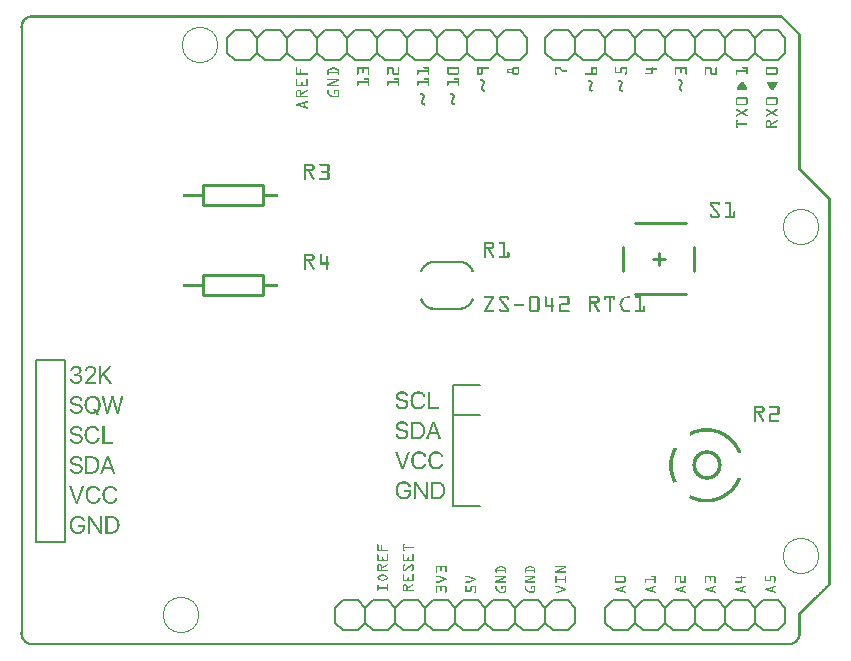
<source format=gto>
G04 MADE WITH FRITZING*
G04 WWW.FRITZING.ORG*
G04 DOUBLE SIDED*
G04 HOLES PLATED*
G04 CONTOUR ON CENTER OF CONTOUR VECTOR*
%ASAXBY*%
%FSLAX23Y23*%
%MOIN*%
%OFA0B0*%
%SFA1.0B1.0*%
%ADD10C,0.121583X0.114639*%
%ADD11C,0.098425X0.0744252*%
%ADD12R,0.102611X0.611875X0.090111X0.599375*%
%ADD13C,0.006250*%
%ADD14C,0.006000*%
%ADD15C,0.010000*%
%ADD16C,0.008000*%
%ADD17R,0.001000X0.001000*%
%LNSILK1*%
G90*
G70*
G54D10*
X2647Y1455D03*
X2647Y359D03*
X645Y2062D03*
X580Y164D03*
G54D11*
X2332Y662D03*
G54D13*
X97Y1014D02*
X193Y1014D01*
X193Y408D01*
X97Y408D01*
X97Y1014D01*
D02*
G54D14*
X2320Y212D02*
X2370Y212D01*
D02*
X2370Y212D02*
X2395Y187D01*
D02*
X2395Y187D02*
X2395Y137D01*
D02*
X2395Y137D02*
X2370Y112D01*
D02*
X2395Y187D02*
X2420Y212D01*
D02*
X2420Y212D02*
X2470Y212D01*
D02*
X2470Y212D02*
X2495Y187D01*
D02*
X2495Y187D02*
X2495Y137D01*
D02*
X2495Y137D02*
X2470Y112D01*
D02*
X2470Y112D02*
X2420Y112D01*
D02*
X2420Y112D02*
X2395Y137D01*
D02*
X2195Y187D02*
X2220Y212D01*
D02*
X2220Y212D02*
X2270Y212D01*
D02*
X2270Y212D02*
X2295Y187D01*
D02*
X2295Y187D02*
X2295Y137D01*
D02*
X2295Y137D02*
X2270Y112D01*
D02*
X2270Y112D02*
X2220Y112D01*
D02*
X2220Y112D02*
X2195Y137D01*
D02*
X2320Y212D02*
X2295Y187D01*
D02*
X2295Y137D02*
X2320Y112D01*
D02*
X2370Y112D02*
X2320Y112D01*
D02*
X2020Y212D02*
X2070Y212D01*
D02*
X2070Y212D02*
X2095Y187D01*
D02*
X2095Y187D02*
X2095Y137D01*
D02*
X2095Y137D02*
X2070Y112D01*
D02*
X2095Y187D02*
X2120Y212D01*
D02*
X2120Y212D02*
X2170Y212D01*
D02*
X2170Y212D02*
X2195Y187D01*
D02*
X2195Y187D02*
X2195Y137D01*
D02*
X2195Y137D02*
X2170Y112D01*
D02*
X2170Y112D02*
X2120Y112D01*
D02*
X2120Y112D02*
X2095Y137D01*
D02*
X1995Y187D02*
X1995Y137D01*
D02*
X2020Y212D02*
X1995Y187D01*
D02*
X1995Y137D02*
X2020Y112D01*
D02*
X2070Y112D02*
X2020Y112D01*
D02*
X2520Y212D02*
X2570Y212D01*
D02*
X2570Y212D02*
X2595Y187D01*
D02*
X2595Y187D02*
X2595Y137D01*
D02*
X2595Y137D02*
X2570Y112D01*
D02*
X2520Y212D02*
X2495Y187D01*
D02*
X2495Y137D02*
X2520Y112D01*
D02*
X2570Y112D02*
X2520Y112D01*
D02*
X910Y2012D02*
X860Y2012D01*
D02*
X1110Y2012D02*
X1060Y2012D01*
D02*
X1010Y2012D02*
X960Y2012D01*
D02*
X1210Y2012D02*
X1160Y2012D01*
D02*
X1410Y2012D02*
X1360Y2012D01*
D02*
X1310Y2012D02*
X1260Y2012D01*
D02*
X1510Y2012D02*
X1460Y2012D01*
D02*
X1710Y2012D02*
X1660Y2012D01*
D02*
X1610Y2012D02*
X1560Y2012D01*
D02*
X810Y2012D02*
X760Y2012D01*
D02*
X935Y2037D02*
X910Y2012D01*
D02*
X860Y2012D02*
X835Y2037D01*
D02*
X835Y2037D02*
X835Y2087D01*
D02*
X835Y2087D02*
X860Y2112D01*
D02*
X860Y2112D02*
X910Y2112D01*
D02*
X910Y2112D02*
X935Y2087D01*
D02*
X1060Y2012D02*
X1035Y2037D01*
D02*
X1035Y2037D02*
X1035Y2087D01*
D02*
X1035Y2087D02*
X1060Y2112D01*
D02*
X1035Y2037D02*
X1010Y2012D01*
D02*
X960Y2012D02*
X935Y2037D01*
D02*
X935Y2037D02*
X935Y2087D01*
D02*
X935Y2087D02*
X960Y2112D01*
D02*
X960Y2112D02*
X1010Y2112D01*
D02*
X1010Y2112D02*
X1035Y2087D01*
D02*
X1235Y2037D02*
X1210Y2012D01*
D02*
X1160Y2012D02*
X1135Y2037D01*
D02*
X1135Y2037D02*
X1135Y2087D01*
D02*
X1135Y2087D02*
X1160Y2112D01*
D02*
X1160Y2112D02*
X1210Y2112D01*
D02*
X1210Y2112D02*
X1235Y2087D01*
D02*
X1110Y2012D02*
X1135Y2037D01*
D02*
X1135Y2087D02*
X1110Y2112D01*
D02*
X1060Y2112D02*
X1110Y2112D01*
D02*
X1360Y2012D02*
X1335Y2037D01*
D02*
X1335Y2037D02*
X1335Y2087D01*
D02*
X1335Y2087D02*
X1360Y2112D01*
D02*
X1335Y2037D02*
X1310Y2012D01*
D02*
X1260Y2012D02*
X1235Y2037D01*
D02*
X1235Y2037D02*
X1235Y2087D01*
D02*
X1235Y2087D02*
X1260Y2112D01*
D02*
X1260Y2112D02*
X1310Y2112D01*
D02*
X1310Y2112D02*
X1335Y2087D01*
D02*
X1535Y2037D02*
X1510Y2012D01*
D02*
X1460Y2012D02*
X1435Y2037D01*
D02*
X1435Y2037D02*
X1435Y2087D01*
D02*
X1435Y2087D02*
X1460Y2112D01*
D02*
X1460Y2112D02*
X1510Y2112D01*
D02*
X1510Y2112D02*
X1535Y2087D01*
D02*
X1410Y2012D02*
X1435Y2037D01*
D02*
X1435Y2087D02*
X1410Y2112D01*
D02*
X1360Y2112D02*
X1410Y2112D01*
D02*
X1660Y2012D02*
X1635Y2037D01*
D02*
X1635Y2037D02*
X1635Y2087D01*
D02*
X1635Y2087D02*
X1660Y2112D01*
D02*
X1635Y2037D02*
X1610Y2012D01*
D02*
X1560Y2012D02*
X1535Y2037D01*
D02*
X1535Y2037D02*
X1535Y2087D01*
D02*
X1535Y2087D02*
X1560Y2112D01*
D02*
X1560Y2112D02*
X1610Y2112D01*
D02*
X1610Y2112D02*
X1635Y2087D01*
D02*
X1735Y2037D02*
X1735Y2087D01*
D02*
X1710Y2012D02*
X1735Y2037D01*
D02*
X1735Y2087D02*
X1710Y2112D01*
D02*
X1660Y2112D02*
X1710Y2112D01*
D02*
X760Y2012D02*
X735Y2037D01*
D02*
X735Y2037D02*
X735Y2087D01*
D02*
X735Y2087D02*
X760Y2112D01*
D02*
X810Y2012D02*
X835Y2037D01*
D02*
X835Y2087D02*
X810Y2112D01*
D02*
X760Y2112D02*
X810Y2112D01*
D02*
X1970Y2012D02*
X1920Y2012D01*
D02*
X1920Y2012D02*
X1895Y2037D01*
D02*
X1895Y2037D02*
X1895Y2087D01*
D02*
X1895Y2087D02*
X1920Y2112D01*
D02*
X2095Y2037D02*
X2070Y2012D01*
D02*
X2070Y2012D02*
X2020Y2012D01*
D02*
X2020Y2012D02*
X1995Y2037D01*
D02*
X1995Y2037D02*
X1995Y2087D01*
D02*
X1995Y2087D02*
X2020Y2112D01*
D02*
X2020Y2112D02*
X2070Y2112D01*
D02*
X2070Y2112D02*
X2095Y2087D01*
D02*
X1970Y2012D02*
X1995Y2037D01*
D02*
X1995Y2087D02*
X1970Y2112D01*
D02*
X1920Y2112D02*
X1970Y2112D01*
D02*
X2270Y2012D02*
X2220Y2012D01*
D02*
X2220Y2012D02*
X2195Y2037D01*
D02*
X2195Y2037D02*
X2195Y2087D01*
D02*
X2195Y2087D02*
X2220Y2112D01*
D02*
X2195Y2037D02*
X2170Y2012D01*
D02*
X2170Y2012D02*
X2120Y2012D01*
D02*
X2120Y2012D02*
X2095Y2037D01*
D02*
X2095Y2037D02*
X2095Y2087D01*
D02*
X2095Y2087D02*
X2120Y2112D01*
D02*
X2120Y2112D02*
X2170Y2112D01*
D02*
X2170Y2112D02*
X2195Y2087D01*
D02*
X2395Y2037D02*
X2370Y2012D01*
D02*
X2370Y2012D02*
X2320Y2012D01*
D02*
X2320Y2012D02*
X2295Y2037D01*
D02*
X2295Y2037D02*
X2295Y2087D01*
D02*
X2295Y2087D02*
X2320Y2112D01*
D02*
X2320Y2112D02*
X2370Y2112D01*
D02*
X2370Y2112D02*
X2395Y2087D01*
D02*
X2270Y2012D02*
X2295Y2037D01*
D02*
X2295Y2087D02*
X2270Y2112D01*
D02*
X2220Y2112D02*
X2270Y2112D01*
D02*
X2570Y2012D02*
X2520Y2012D01*
D02*
X2520Y2012D02*
X2495Y2037D01*
D02*
X2495Y2037D02*
X2495Y2087D01*
D02*
X2495Y2087D02*
X2520Y2112D01*
D02*
X2495Y2037D02*
X2470Y2012D01*
D02*
X2470Y2012D02*
X2420Y2012D01*
D02*
X2420Y2012D02*
X2395Y2037D01*
D02*
X2395Y2037D02*
X2395Y2087D01*
D02*
X2395Y2087D02*
X2420Y2112D01*
D02*
X2420Y2112D02*
X2470Y2112D01*
D02*
X2470Y2112D02*
X2495Y2087D01*
D02*
X2595Y2037D02*
X2595Y2087D01*
D02*
X2570Y2012D02*
X2595Y2037D01*
D02*
X2595Y2087D02*
X2570Y2112D01*
D02*
X2520Y2112D02*
X2570Y2112D01*
D02*
X1870Y2012D02*
X1820Y2012D01*
D02*
X1820Y2012D02*
X1795Y2037D01*
D02*
X1795Y2037D02*
X1795Y2087D01*
D02*
X1795Y2087D02*
X1820Y2112D01*
D02*
X1870Y2012D02*
X1895Y2037D01*
D02*
X1895Y2087D02*
X1870Y2112D01*
D02*
X1820Y2112D02*
X1870Y2112D01*
D02*
X1720Y212D02*
X1770Y212D01*
D02*
X1770Y212D02*
X1795Y187D01*
D02*
X1795Y187D02*
X1795Y137D01*
D02*
X1795Y137D02*
X1770Y112D01*
D02*
X1595Y187D02*
X1620Y212D01*
D02*
X1620Y212D02*
X1670Y212D01*
D02*
X1670Y212D02*
X1695Y187D01*
D02*
X1695Y187D02*
X1695Y137D01*
D02*
X1695Y137D02*
X1670Y112D01*
D02*
X1670Y112D02*
X1620Y112D01*
D02*
X1620Y112D02*
X1595Y137D01*
D02*
X1720Y212D02*
X1695Y187D01*
D02*
X1695Y137D02*
X1720Y112D01*
D02*
X1770Y112D02*
X1720Y112D01*
D02*
X1420Y212D02*
X1470Y212D01*
D02*
X1470Y212D02*
X1495Y187D01*
D02*
X1495Y187D02*
X1495Y137D01*
D02*
X1495Y137D02*
X1470Y112D01*
D02*
X1495Y187D02*
X1520Y212D01*
D02*
X1520Y212D02*
X1570Y212D01*
D02*
X1570Y212D02*
X1595Y187D01*
D02*
X1595Y187D02*
X1595Y137D01*
D02*
X1595Y137D02*
X1570Y112D01*
D02*
X1570Y112D02*
X1520Y112D01*
D02*
X1520Y112D02*
X1495Y137D01*
D02*
X1295Y187D02*
X1320Y212D01*
D02*
X1320Y212D02*
X1370Y212D01*
D02*
X1370Y212D02*
X1395Y187D01*
D02*
X1395Y187D02*
X1395Y137D01*
D02*
X1395Y137D02*
X1370Y112D01*
D02*
X1370Y112D02*
X1320Y112D01*
D02*
X1320Y112D02*
X1295Y137D01*
D02*
X1420Y212D02*
X1395Y187D01*
D02*
X1395Y137D02*
X1420Y112D01*
D02*
X1470Y112D02*
X1420Y112D01*
D02*
X1120Y212D02*
X1170Y212D01*
D02*
X1170Y212D02*
X1195Y187D01*
D02*
X1195Y187D02*
X1195Y137D01*
D02*
X1195Y137D02*
X1170Y112D01*
D02*
X1195Y187D02*
X1220Y212D01*
D02*
X1220Y212D02*
X1270Y212D01*
D02*
X1270Y212D02*
X1295Y187D01*
D02*
X1295Y187D02*
X1295Y137D01*
D02*
X1295Y137D02*
X1270Y112D01*
D02*
X1270Y112D02*
X1220Y112D01*
D02*
X1220Y112D02*
X1195Y137D01*
D02*
X1095Y187D02*
X1095Y137D01*
D02*
X1120Y212D02*
X1095Y187D01*
D02*
X1095Y137D02*
X1120Y112D01*
D02*
X1170Y112D02*
X1120Y112D01*
D02*
X1820Y212D02*
X1870Y212D01*
D02*
X1870Y212D02*
X1895Y187D01*
D02*
X1895Y187D02*
X1895Y137D01*
D02*
X1895Y137D02*
X1870Y112D01*
D02*
X1820Y212D02*
X1795Y187D01*
D02*
X1795Y137D02*
X1820Y112D01*
D02*
X1870Y112D02*
X1820Y112D01*
G54D15*
D02*
X2291Y1390D02*
X2291Y1311D01*
D02*
X2094Y1469D02*
X2262Y1469D01*
D02*
X2094Y1232D02*
X2262Y1232D01*
D02*
X2055Y1390D02*
X2055Y1311D01*
D02*
X2173Y1370D02*
X2173Y1331D01*
D02*
X2193Y1351D02*
X2153Y1351D01*
G54D16*
D02*
X1427Y1341D02*
X1506Y1341D01*
D02*
X1506Y1183D02*
X1427Y1183D01*
G54D15*
D02*
X655Y1595D02*
X855Y1595D01*
D02*
X855Y1595D02*
X855Y1529D01*
D02*
X855Y1529D02*
X655Y1529D01*
D02*
X655Y1529D02*
X655Y1595D01*
D02*
X655Y1295D02*
X855Y1295D01*
D02*
X855Y1295D02*
X855Y1229D01*
D02*
X855Y1229D02*
X655Y1229D01*
D02*
X655Y1229D02*
X655Y1295D01*
G54D13*
X1577Y526D02*
X1486Y526D01*
X1486Y929D01*
X1577Y929D01*
X1486Y830D02*
X1577Y830D01*
D02*
G54D17*
X79Y2162D02*
X2583Y2162D01*
X74Y2161D02*
X2584Y2161D01*
X71Y2160D02*
X2585Y2160D01*
X69Y2159D02*
X2586Y2159D01*
X67Y2158D02*
X2587Y2158D01*
X65Y2157D02*
X2588Y2157D01*
X63Y2156D02*
X2589Y2156D01*
X62Y2155D02*
X2590Y2155D01*
X60Y2154D02*
X79Y2154D01*
X2580Y2154D02*
X2591Y2154D01*
X59Y2153D02*
X74Y2153D01*
X2582Y2153D02*
X2592Y2153D01*
X58Y2152D02*
X71Y2152D01*
X2583Y2152D02*
X2593Y2152D01*
X57Y2151D02*
X69Y2151D01*
X2584Y2151D02*
X2594Y2151D01*
X56Y2150D02*
X67Y2150D01*
X2585Y2150D02*
X2595Y2150D01*
X55Y2149D02*
X66Y2149D01*
X2586Y2149D02*
X2596Y2149D01*
X54Y2148D02*
X65Y2148D01*
X2587Y2148D02*
X2597Y2148D01*
X53Y2147D02*
X63Y2147D01*
X2588Y2147D02*
X2598Y2147D01*
X53Y2146D02*
X62Y2146D01*
X2589Y2146D02*
X2599Y2146D01*
X52Y2145D02*
X61Y2145D01*
X2590Y2145D02*
X2600Y2145D01*
X51Y2144D02*
X60Y2144D01*
X2591Y2144D02*
X2601Y2144D01*
X51Y2143D02*
X59Y2143D01*
X2592Y2143D02*
X2602Y2143D01*
X50Y2142D02*
X59Y2142D01*
X2593Y2142D02*
X2603Y2142D01*
X50Y2141D02*
X58Y2141D01*
X2594Y2141D02*
X2604Y2141D01*
X49Y2140D02*
X57Y2140D01*
X2595Y2140D02*
X2605Y2140D01*
X49Y2139D02*
X57Y2139D01*
X2596Y2139D02*
X2606Y2139D01*
X48Y2138D02*
X56Y2138D01*
X2597Y2138D02*
X2607Y2138D01*
X48Y2137D02*
X56Y2137D01*
X2598Y2137D02*
X2608Y2137D01*
X48Y2136D02*
X55Y2136D01*
X2599Y2136D02*
X2609Y2136D01*
X47Y2135D02*
X55Y2135D01*
X2600Y2135D02*
X2610Y2135D01*
X47Y2134D02*
X54Y2134D01*
X2601Y2134D02*
X2611Y2134D01*
X47Y2133D02*
X54Y2133D01*
X2602Y2133D02*
X2612Y2133D01*
X46Y2132D02*
X54Y2132D01*
X2603Y2132D02*
X2613Y2132D01*
X46Y2131D02*
X53Y2131D01*
X2604Y2131D02*
X2614Y2131D01*
X46Y2130D02*
X53Y2130D01*
X2605Y2130D02*
X2615Y2130D01*
X46Y2129D02*
X53Y2129D01*
X2606Y2129D02*
X2616Y2129D01*
X46Y2128D02*
X53Y2128D01*
X2607Y2128D02*
X2617Y2128D01*
X46Y2127D02*
X53Y2127D01*
X2608Y2127D02*
X2618Y2127D01*
X45Y2126D02*
X52Y2126D01*
X2609Y2126D02*
X2619Y2126D01*
X45Y2125D02*
X52Y2125D01*
X2610Y2125D02*
X2620Y2125D01*
X45Y2124D02*
X52Y2124D01*
X2611Y2124D02*
X2621Y2124D01*
X45Y2123D02*
X52Y2123D01*
X2612Y2123D02*
X2622Y2123D01*
X45Y2122D02*
X52Y2122D01*
X2613Y2122D02*
X2623Y2122D01*
X45Y2121D02*
X52Y2121D01*
X2614Y2121D02*
X2624Y2121D01*
X45Y2120D02*
X52Y2120D01*
X2615Y2120D02*
X2625Y2120D01*
X45Y2119D02*
X53Y2119D01*
X2616Y2119D02*
X2626Y2119D01*
X46Y2118D02*
X53Y2118D01*
X2617Y2118D02*
X2627Y2118D01*
X46Y2117D02*
X53Y2117D01*
X2618Y2117D02*
X2628Y2117D01*
X46Y2116D02*
X53Y2116D01*
X2619Y2116D02*
X2629Y2116D01*
X46Y2115D02*
X53Y2115D01*
X2620Y2115D02*
X2630Y2115D01*
X46Y2114D02*
X53Y2114D01*
X2621Y2114D02*
X2631Y2114D01*
X46Y2113D02*
X53Y2113D01*
X2622Y2113D02*
X2632Y2113D01*
X46Y2112D02*
X53Y2112D01*
X2623Y2112D02*
X2633Y2112D01*
X46Y2111D02*
X53Y2111D01*
X2624Y2111D02*
X2634Y2111D01*
X46Y2110D02*
X53Y2110D01*
X2625Y2110D02*
X2635Y2110D01*
X46Y2109D02*
X53Y2109D01*
X2626Y2109D02*
X2636Y2109D01*
X46Y2108D02*
X53Y2108D01*
X2627Y2108D02*
X2637Y2108D01*
X46Y2107D02*
X53Y2107D01*
X2628Y2107D02*
X2638Y2107D01*
X46Y2106D02*
X53Y2106D01*
X2629Y2106D02*
X2639Y2106D01*
X46Y2105D02*
X53Y2105D01*
X2630Y2105D02*
X2640Y2105D01*
X46Y2104D02*
X53Y2104D01*
X2631Y2104D02*
X2641Y2104D01*
X46Y2103D02*
X53Y2103D01*
X2632Y2103D02*
X2642Y2103D01*
X46Y2102D02*
X53Y2102D01*
X2633Y2102D02*
X2643Y2102D01*
X46Y2101D02*
X53Y2101D01*
X2634Y2101D02*
X2644Y2101D01*
X46Y2100D02*
X53Y2100D01*
X2635Y2100D02*
X2645Y2100D01*
X46Y2099D02*
X53Y2099D01*
X2636Y2099D02*
X2645Y2099D01*
X46Y2098D02*
X53Y2098D01*
X2637Y2098D02*
X2645Y2098D01*
X46Y2097D02*
X53Y2097D01*
X2638Y2097D02*
X2645Y2097D01*
X46Y2096D02*
X53Y2096D01*
X2638Y2096D02*
X2645Y2096D01*
X46Y2095D02*
X53Y2095D01*
X2638Y2095D02*
X2645Y2095D01*
X46Y2094D02*
X53Y2094D01*
X2638Y2094D02*
X2645Y2094D01*
X46Y2093D02*
X53Y2093D01*
X2638Y2093D02*
X2645Y2093D01*
X46Y2092D02*
X53Y2092D01*
X2638Y2092D02*
X2645Y2092D01*
X46Y2091D02*
X53Y2091D01*
X2638Y2091D02*
X2645Y2091D01*
X46Y2090D02*
X53Y2090D01*
X2638Y2090D02*
X2645Y2090D01*
X46Y2089D02*
X53Y2089D01*
X2638Y2089D02*
X2645Y2089D01*
X46Y2088D02*
X53Y2088D01*
X2638Y2088D02*
X2645Y2088D01*
X46Y2087D02*
X53Y2087D01*
X2638Y2087D02*
X2645Y2087D01*
X46Y2086D02*
X53Y2086D01*
X2638Y2086D02*
X2645Y2086D01*
X46Y2085D02*
X53Y2085D01*
X2638Y2085D02*
X2645Y2085D01*
X46Y2084D02*
X53Y2084D01*
X2638Y2084D02*
X2645Y2084D01*
X46Y2083D02*
X53Y2083D01*
X2638Y2083D02*
X2645Y2083D01*
X46Y2082D02*
X53Y2082D01*
X2638Y2082D02*
X2645Y2082D01*
X46Y2081D02*
X53Y2081D01*
X2638Y2081D02*
X2645Y2081D01*
X46Y2080D02*
X53Y2080D01*
X2638Y2080D02*
X2645Y2080D01*
X46Y2079D02*
X53Y2079D01*
X2638Y2079D02*
X2645Y2079D01*
X46Y2078D02*
X53Y2078D01*
X2638Y2078D02*
X2645Y2078D01*
X46Y2077D02*
X53Y2077D01*
X2638Y2077D02*
X2645Y2077D01*
X46Y2076D02*
X53Y2076D01*
X2638Y2076D02*
X2645Y2076D01*
X46Y2075D02*
X53Y2075D01*
X2638Y2075D02*
X2645Y2075D01*
X46Y2074D02*
X53Y2074D01*
X2638Y2074D02*
X2645Y2074D01*
X46Y2073D02*
X53Y2073D01*
X2638Y2073D02*
X2645Y2073D01*
X46Y2072D02*
X53Y2072D01*
X2638Y2072D02*
X2645Y2072D01*
X46Y2071D02*
X53Y2071D01*
X2638Y2071D02*
X2645Y2071D01*
X46Y2070D02*
X53Y2070D01*
X2638Y2070D02*
X2645Y2070D01*
X46Y2069D02*
X53Y2069D01*
X2638Y2069D02*
X2645Y2069D01*
X46Y2068D02*
X53Y2068D01*
X2638Y2068D02*
X2645Y2068D01*
X46Y2067D02*
X53Y2067D01*
X2638Y2067D02*
X2645Y2067D01*
X46Y2066D02*
X53Y2066D01*
X2638Y2066D02*
X2645Y2066D01*
X46Y2065D02*
X53Y2065D01*
X2638Y2065D02*
X2645Y2065D01*
X46Y2064D02*
X53Y2064D01*
X2638Y2064D02*
X2645Y2064D01*
X46Y2063D02*
X53Y2063D01*
X2638Y2063D02*
X2645Y2063D01*
X46Y2062D02*
X53Y2062D01*
X2638Y2062D02*
X2645Y2062D01*
X46Y2061D02*
X53Y2061D01*
X2638Y2061D02*
X2645Y2061D01*
X46Y2060D02*
X53Y2060D01*
X2638Y2060D02*
X2645Y2060D01*
X46Y2059D02*
X53Y2059D01*
X2638Y2059D02*
X2645Y2059D01*
X46Y2058D02*
X53Y2058D01*
X2638Y2058D02*
X2645Y2058D01*
X46Y2057D02*
X53Y2057D01*
X2638Y2057D02*
X2645Y2057D01*
X46Y2056D02*
X53Y2056D01*
X2638Y2056D02*
X2645Y2056D01*
X46Y2055D02*
X53Y2055D01*
X2638Y2055D02*
X2645Y2055D01*
X46Y2054D02*
X53Y2054D01*
X2638Y2054D02*
X2645Y2054D01*
X46Y2053D02*
X53Y2053D01*
X2638Y2053D02*
X2645Y2053D01*
X46Y2052D02*
X53Y2052D01*
X2638Y2052D02*
X2645Y2052D01*
X46Y2051D02*
X53Y2051D01*
X2638Y2051D02*
X2645Y2051D01*
X46Y2050D02*
X53Y2050D01*
X2638Y2050D02*
X2645Y2050D01*
X46Y2049D02*
X53Y2049D01*
X2638Y2049D02*
X2645Y2049D01*
X46Y2048D02*
X53Y2048D01*
X2638Y2048D02*
X2645Y2048D01*
X46Y2047D02*
X53Y2047D01*
X2638Y2047D02*
X2645Y2047D01*
X46Y2046D02*
X53Y2046D01*
X2638Y2046D02*
X2645Y2046D01*
X46Y2045D02*
X53Y2045D01*
X2638Y2045D02*
X2645Y2045D01*
X46Y2044D02*
X53Y2044D01*
X2638Y2044D02*
X2645Y2044D01*
X46Y2043D02*
X53Y2043D01*
X2638Y2043D02*
X2645Y2043D01*
X46Y2042D02*
X53Y2042D01*
X2638Y2042D02*
X2645Y2042D01*
X46Y2041D02*
X53Y2041D01*
X2638Y2041D02*
X2645Y2041D01*
X46Y2040D02*
X53Y2040D01*
X2638Y2040D02*
X2645Y2040D01*
X46Y2039D02*
X53Y2039D01*
X2638Y2039D02*
X2645Y2039D01*
X46Y2038D02*
X53Y2038D01*
X2638Y2038D02*
X2645Y2038D01*
X46Y2037D02*
X53Y2037D01*
X2638Y2037D02*
X2645Y2037D01*
X46Y2036D02*
X53Y2036D01*
X2638Y2036D02*
X2645Y2036D01*
X46Y2035D02*
X53Y2035D01*
X2638Y2035D02*
X2645Y2035D01*
X46Y2034D02*
X53Y2034D01*
X2638Y2034D02*
X2645Y2034D01*
X46Y2033D02*
X53Y2033D01*
X2638Y2033D02*
X2645Y2033D01*
X46Y2032D02*
X53Y2032D01*
X2638Y2032D02*
X2645Y2032D01*
X46Y2031D02*
X53Y2031D01*
X2638Y2031D02*
X2645Y2031D01*
X46Y2030D02*
X53Y2030D01*
X2638Y2030D02*
X2645Y2030D01*
X46Y2029D02*
X53Y2029D01*
X2638Y2029D02*
X2645Y2029D01*
X46Y2028D02*
X53Y2028D01*
X2638Y2028D02*
X2645Y2028D01*
X46Y2027D02*
X53Y2027D01*
X2638Y2027D02*
X2645Y2027D01*
X46Y2026D02*
X53Y2026D01*
X2638Y2026D02*
X2645Y2026D01*
X46Y2025D02*
X53Y2025D01*
X2638Y2025D02*
X2645Y2025D01*
X46Y2024D02*
X53Y2024D01*
X2638Y2024D02*
X2645Y2024D01*
X46Y2023D02*
X53Y2023D01*
X2638Y2023D02*
X2645Y2023D01*
X46Y2022D02*
X53Y2022D01*
X2638Y2022D02*
X2645Y2022D01*
X46Y2021D02*
X53Y2021D01*
X2638Y2021D02*
X2645Y2021D01*
X46Y2020D02*
X53Y2020D01*
X2638Y2020D02*
X2645Y2020D01*
X46Y2019D02*
X53Y2019D01*
X2638Y2019D02*
X2645Y2019D01*
X46Y2018D02*
X53Y2018D01*
X2638Y2018D02*
X2645Y2018D01*
X46Y2017D02*
X53Y2017D01*
X2638Y2017D02*
X2645Y2017D01*
X46Y2016D02*
X53Y2016D01*
X2638Y2016D02*
X2645Y2016D01*
X46Y2015D02*
X53Y2015D01*
X2638Y2015D02*
X2645Y2015D01*
X46Y2014D02*
X53Y2014D01*
X2638Y2014D02*
X2645Y2014D01*
X46Y2013D02*
X53Y2013D01*
X2638Y2013D02*
X2645Y2013D01*
X46Y2012D02*
X53Y2012D01*
X2638Y2012D02*
X2645Y2012D01*
X46Y2011D02*
X53Y2011D01*
X2638Y2011D02*
X2645Y2011D01*
X46Y2010D02*
X53Y2010D01*
X2638Y2010D02*
X2645Y2010D01*
X46Y2009D02*
X53Y2009D01*
X2638Y2009D02*
X2645Y2009D01*
X46Y2008D02*
X53Y2008D01*
X2638Y2008D02*
X2645Y2008D01*
X46Y2007D02*
X53Y2007D01*
X2638Y2007D02*
X2645Y2007D01*
X46Y2006D02*
X53Y2006D01*
X2638Y2006D02*
X2645Y2006D01*
X46Y2005D02*
X53Y2005D01*
X2638Y2005D02*
X2645Y2005D01*
X46Y2004D02*
X53Y2004D01*
X2638Y2004D02*
X2645Y2004D01*
X46Y2003D02*
X53Y2003D01*
X2638Y2003D02*
X2645Y2003D01*
X46Y2002D02*
X53Y2002D01*
X2638Y2002D02*
X2645Y2002D01*
X46Y2001D02*
X53Y2001D01*
X2638Y2001D02*
X2645Y2001D01*
X46Y2000D02*
X53Y2000D01*
X2638Y2000D02*
X2645Y2000D01*
X46Y1999D02*
X53Y1999D01*
X2638Y1999D02*
X2645Y1999D01*
X46Y1998D02*
X53Y1998D01*
X2638Y1998D02*
X2645Y1998D01*
X46Y1997D02*
X53Y1997D01*
X2638Y1997D02*
X2645Y1997D01*
X46Y1996D02*
X53Y1996D01*
X2638Y1996D02*
X2645Y1996D01*
X46Y1995D02*
X53Y1995D01*
X2638Y1995D02*
X2645Y1995D01*
X46Y1994D02*
X53Y1994D01*
X2638Y1994D02*
X2645Y1994D01*
X46Y1993D02*
X53Y1993D01*
X2638Y1993D02*
X2645Y1993D01*
X46Y1992D02*
X53Y1992D01*
X2638Y1992D02*
X2645Y1992D01*
X46Y1991D02*
X53Y1991D01*
X2638Y1991D02*
X2645Y1991D01*
X46Y1990D02*
X53Y1990D01*
X1172Y1990D02*
X1183Y1990D01*
X1191Y1990D02*
X1203Y1990D01*
X1272Y1990D02*
X1285Y1990D01*
X1304Y1990D02*
X1305Y1990D01*
X1391Y1990D02*
X1405Y1990D01*
X1471Y1990D02*
X1503Y1990D01*
X1569Y1990D02*
X1605Y1990D01*
X1689Y1990D02*
X1702Y1990D01*
X1827Y1990D02*
X1843Y1990D01*
X1951Y1990D02*
X1965Y1990D01*
X2029Y1990D02*
X2030Y1990D01*
X2049Y1990D02*
X2062Y1990D01*
X2232Y1990D02*
X2243Y1990D01*
X2251Y1990D02*
X2262Y1990D01*
X2332Y1990D02*
X2345Y1990D01*
X2364Y1990D02*
X2365Y1990D01*
X2454Y1990D02*
X2467Y1990D01*
X2534Y1990D02*
X2565Y1990D01*
X2638Y1990D02*
X2645Y1990D01*
X46Y1989D02*
X53Y1989D01*
X964Y1989D02*
X967Y1989D01*
X1086Y1989D02*
X1090Y1989D01*
X1169Y1989D02*
X1185Y1989D01*
X1189Y1989D02*
X1205Y1989D01*
X1269Y1989D02*
X1287Y1989D01*
X1303Y1989D02*
X1306Y1989D01*
X1390Y1989D02*
X1406Y1989D01*
X1469Y1989D02*
X1505Y1989D01*
X1568Y1989D02*
X1606Y1989D01*
X1687Y1989D02*
X1705Y1989D01*
X1827Y1989D02*
X1844Y1989D01*
X1950Y1989D02*
X1966Y1989D01*
X2028Y1989D02*
X2031Y1989D01*
X2047Y1989D02*
X2065Y1989D01*
X2229Y1989D02*
X2245Y1989D01*
X2249Y1989D02*
X2265Y1989D01*
X2329Y1989D02*
X2347Y1989D01*
X2363Y1989D02*
X2366Y1989D01*
X2452Y1989D02*
X2469Y1989D01*
X2532Y1989D02*
X2567Y1989D01*
X2638Y1989D02*
X2645Y1989D01*
X46Y1988D02*
X53Y1988D01*
X964Y1988D02*
X968Y1988D01*
X1083Y1988D02*
X1093Y1988D01*
X1168Y1988D02*
X1206Y1988D01*
X1268Y1988D02*
X1288Y1988D01*
X1303Y1988D02*
X1307Y1988D01*
X1389Y1988D02*
X1407Y1988D01*
X1468Y1988D02*
X1506Y1988D01*
X1567Y1988D02*
X1607Y1988D01*
X1686Y1988D02*
X1706Y1988D01*
X1827Y1988D02*
X1845Y1988D01*
X1949Y1988D02*
X1967Y1988D01*
X2027Y1988D02*
X2031Y1988D01*
X2046Y1988D02*
X2066Y1988D01*
X2150Y1988D02*
X2153Y1988D01*
X2228Y1988D02*
X2266Y1988D01*
X2328Y1988D02*
X2348Y1988D01*
X2363Y1988D02*
X2367Y1988D01*
X2452Y1988D02*
X2469Y1988D01*
X2531Y1988D02*
X2568Y1988D01*
X2638Y1988D02*
X2645Y1988D01*
X46Y1987D02*
X53Y1987D01*
X964Y1987D02*
X968Y1987D01*
X1081Y1987D02*
X1095Y1987D01*
X1168Y1987D02*
X1206Y1987D01*
X1268Y1987D02*
X1289Y1987D01*
X1303Y1987D02*
X1307Y1987D01*
X1389Y1987D02*
X1407Y1987D01*
X1468Y1987D02*
X1506Y1987D01*
X1567Y1987D02*
X1607Y1987D01*
X1685Y1987D02*
X1706Y1987D01*
X1827Y1987D02*
X1846Y1987D01*
X1949Y1987D02*
X1967Y1987D01*
X2027Y1987D02*
X2031Y1987D01*
X2045Y1987D02*
X2066Y1987D01*
X2149Y1987D02*
X2153Y1987D01*
X2228Y1987D02*
X2266Y1987D01*
X2328Y1987D02*
X2349Y1987D01*
X2362Y1987D02*
X2367Y1987D01*
X2452Y1987D02*
X2469Y1987D01*
X2530Y1987D02*
X2569Y1987D01*
X2638Y1987D02*
X2645Y1987D01*
X46Y1986D02*
X53Y1986D01*
X963Y1986D02*
X968Y1986D01*
X1079Y1986D02*
X1097Y1986D01*
X1168Y1986D02*
X1207Y1986D01*
X1268Y1986D02*
X1289Y1986D01*
X1303Y1986D02*
X1307Y1986D01*
X1390Y1986D02*
X1407Y1986D01*
X1467Y1986D02*
X1507Y1986D01*
X1567Y1986D02*
X1607Y1986D01*
X1685Y1986D02*
X1707Y1986D01*
X1827Y1986D02*
X1847Y1986D01*
X1949Y1986D02*
X1967Y1986D01*
X2027Y1986D02*
X2031Y1986D01*
X2045Y1986D02*
X2067Y1986D01*
X2133Y1986D02*
X2165Y1986D01*
X2227Y1986D02*
X2267Y1986D01*
X2327Y1986D02*
X2349Y1986D01*
X2362Y1986D02*
X2367Y1986D01*
X2452Y1986D02*
X2469Y1986D01*
X2530Y1986D02*
X2569Y1986D01*
X2638Y1986D02*
X2645Y1986D01*
X46Y1985D02*
X53Y1985D01*
X963Y1985D02*
X968Y1985D01*
X1077Y1985D02*
X1099Y1985D01*
X1167Y1985D02*
X1207Y1985D01*
X1267Y1985D02*
X1289Y1985D01*
X1303Y1985D02*
X1307Y1985D01*
X1392Y1985D02*
X1407Y1985D01*
X1467Y1985D02*
X1507Y1985D01*
X1567Y1985D02*
X1607Y1985D01*
X1685Y1985D02*
X1707Y1985D01*
X1827Y1985D02*
X1848Y1985D01*
X1949Y1985D02*
X1967Y1985D01*
X2027Y1985D02*
X2031Y1985D01*
X2045Y1985D02*
X2067Y1985D01*
X2132Y1985D02*
X2166Y1985D01*
X2227Y1985D02*
X2267Y1985D01*
X2327Y1985D02*
X2349Y1985D01*
X2362Y1985D02*
X2367Y1985D01*
X2454Y1985D02*
X2469Y1985D01*
X2530Y1985D02*
X2569Y1985D01*
X2638Y1985D02*
X2645Y1985D01*
X46Y1984D02*
X53Y1984D01*
X963Y1984D02*
X968Y1984D01*
X978Y1984D02*
X980Y1984D01*
X1075Y1984D02*
X1087Y1984D01*
X1089Y1984D02*
X1101Y1984D01*
X1167Y1984D02*
X1172Y1984D01*
X1184Y1984D02*
X1190Y1984D01*
X1203Y1984D02*
X1207Y1984D01*
X1267Y1984D02*
X1272Y1984D01*
X1285Y1984D02*
X1289Y1984D01*
X1303Y1984D02*
X1307Y1984D01*
X1403Y1984D02*
X1407Y1984D01*
X1467Y1984D02*
X1472Y1984D01*
X1503Y1984D02*
X1507Y1984D01*
X1567Y1984D02*
X1572Y1984D01*
X1581Y1984D02*
X1585Y1984D01*
X1603Y1984D02*
X1607Y1984D01*
X1668Y1984D02*
X1689Y1984D01*
X1703Y1984D02*
X1707Y1984D01*
X1827Y1984D02*
X1831Y1984D01*
X1843Y1984D02*
X1849Y1984D01*
X1949Y1984D02*
X1954Y1984D01*
X1963Y1984D02*
X1967Y1984D01*
X2027Y1984D02*
X2031Y1984D01*
X2045Y1984D02*
X2049Y1984D01*
X2063Y1984D02*
X2067Y1984D01*
X2132Y1984D02*
X2167Y1984D01*
X2227Y1984D02*
X2231Y1984D01*
X2244Y1984D02*
X2250Y1984D01*
X2262Y1984D02*
X2267Y1984D01*
X2327Y1984D02*
X2331Y1984D01*
X2345Y1984D02*
X2349Y1984D01*
X2362Y1984D02*
X2367Y1984D01*
X2465Y1984D02*
X2469Y1984D01*
X2530Y1984D02*
X2534Y1984D01*
X2565Y1984D02*
X2569Y1984D01*
X2638Y1984D02*
X2645Y1984D01*
X46Y1983D02*
X53Y1983D01*
X963Y1983D02*
X968Y1983D01*
X977Y1983D02*
X981Y1983D01*
X1073Y1983D02*
X1084Y1983D01*
X1092Y1983D02*
X1103Y1983D01*
X1167Y1983D02*
X1172Y1983D01*
X1185Y1983D02*
X1189Y1983D01*
X1203Y1983D02*
X1207Y1983D01*
X1267Y1983D02*
X1272Y1983D01*
X1285Y1983D02*
X1289Y1983D01*
X1303Y1983D02*
X1307Y1983D01*
X1403Y1983D02*
X1407Y1983D01*
X1467Y1983D02*
X1472Y1983D01*
X1503Y1983D02*
X1507Y1983D01*
X1567Y1983D02*
X1572Y1983D01*
X1581Y1983D02*
X1585Y1983D01*
X1604Y1983D02*
X1606Y1983D01*
X1667Y1983D02*
X1689Y1983D01*
X1703Y1983D02*
X1707Y1983D01*
X1827Y1983D02*
X1831Y1983D01*
X1843Y1983D02*
X1849Y1983D01*
X1949Y1983D02*
X1954Y1983D01*
X1963Y1983D02*
X1967Y1983D01*
X2027Y1983D02*
X2031Y1983D01*
X2045Y1983D02*
X2049Y1983D01*
X2063Y1983D02*
X2067Y1983D01*
X2132Y1983D02*
X2167Y1983D01*
X2227Y1983D02*
X2231Y1983D01*
X2245Y1983D02*
X2249Y1983D01*
X2262Y1983D02*
X2267Y1983D01*
X2327Y1983D02*
X2331Y1983D01*
X2345Y1983D02*
X2349Y1983D01*
X2362Y1983D02*
X2367Y1983D01*
X2465Y1983D02*
X2469Y1983D01*
X2530Y1983D02*
X2534Y1983D01*
X2565Y1983D02*
X2569Y1983D01*
X2638Y1983D02*
X2645Y1983D01*
X46Y1982D02*
X53Y1982D01*
X963Y1982D02*
X968Y1982D01*
X977Y1982D02*
X981Y1982D01*
X1071Y1982D02*
X1082Y1982D01*
X1094Y1982D02*
X1105Y1982D01*
X1167Y1982D02*
X1172Y1982D01*
X1185Y1982D02*
X1189Y1982D01*
X1203Y1982D02*
X1207Y1982D01*
X1267Y1982D02*
X1272Y1982D01*
X1285Y1982D02*
X1289Y1982D01*
X1303Y1982D02*
X1307Y1982D01*
X1403Y1982D02*
X1407Y1982D01*
X1467Y1982D02*
X1472Y1982D01*
X1503Y1982D02*
X1507Y1982D01*
X1567Y1982D02*
X1572Y1982D01*
X1581Y1982D02*
X1585Y1982D01*
X1667Y1982D02*
X1689Y1982D01*
X1703Y1982D02*
X1707Y1982D01*
X1827Y1982D02*
X1831Y1982D01*
X1844Y1982D02*
X1850Y1982D01*
X1949Y1982D02*
X1954Y1982D01*
X1963Y1982D02*
X1967Y1982D01*
X2027Y1982D02*
X2031Y1982D01*
X2045Y1982D02*
X2049Y1982D01*
X2063Y1982D02*
X2067Y1982D01*
X2132Y1982D02*
X2166Y1982D01*
X2227Y1982D02*
X2231Y1982D01*
X2245Y1982D02*
X2249Y1982D01*
X2262Y1982D02*
X2267Y1982D01*
X2327Y1982D02*
X2331Y1982D01*
X2345Y1982D02*
X2349Y1982D01*
X2362Y1982D02*
X2367Y1982D01*
X2465Y1982D02*
X2469Y1982D01*
X2530Y1982D02*
X2534Y1982D01*
X2565Y1982D02*
X2569Y1982D01*
X2638Y1982D02*
X2645Y1982D01*
X46Y1981D02*
X53Y1981D01*
X963Y1981D02*
X968Y1981D01*
X977Y1981D02*
X981Y1981D01*
X1070Y1981D02*
X1080Y1981D01*
X1096Y1981D02*
X1106Y1981D01*
X1167Y1981D02*
X1172Y1981D01*
X1185Y1981D02*
X1189Y1981D01*
X1203Y1981D02*
X1207Y1981D01*
X1267Y1981D02*
X1272Y1981D01*
X1285Y1981D02*
X1289Y1981D01*
X1303Y1981D02*
X1307Y1981D01*
X1403Y1981D02*
X1407Y1981D01*
X1467Y1981D02*
X1472Y1981D01*
X1503Y1981D02*
X1507Y1981D01*
X1567Y1981D02*
X1572Y1981D01*
X1581Y1981D02*
X1585Y1981D01*
X1667Y1981D02*
X1689Y1981D01*
X1703Y1981D02*
X1707Y1981D01*
X1827Y1981D02*
X1831Y1981D01*
X1845Y1981D02*
X1851Y1981D01*
X1949Y1981D02*
X1954Y1981D01*
X1963Y1981D02*
X1967Y1981D01*
X2027Y1981D02*
X2031Y1981D01*
X2045Y1981D02*
X2049Y1981D01*
X2063Y1981D02*
X2067Y1981D01*
X2134Y1981D02*
X2164Y1981D01*
X2227Y1981D02*
X2231Y1981D01*
X2245Y1981D02*
X2249Y1981D01*
X2262Y1981D02*
X2267Y1981D01*
X2327Y1981D02*
X2331Y1981D01*
X2345Y1981D02*
X2349Y1981D01*
X2362Y1981D02*
X2367Y1981D01*
X2465Y1981D02*
X2469Y1981D01*
X2530Y1981D02*
X2534Y1981D01*
X2565Y1981D02*
X2569Y1981D01*
X2638Y1981D02*
X2645Y1981D01*
X46Y1980D02*
X53Y1980D01*
X963Y1980D02*
X968Y1980D01*
X977Y1980D02*
X981Y1980D01*
X1069Y1980D02*
X1078Y1980D01*
X1098Y1980D02*
X1106Y1980D01*
X1167Y1980D02*
X1172Y1980D01*
X1185Y1980D02*
X1189Y1980D01*
X1203Y1980D02*
X1207Y1980D01*
X1267Y1980D02*
X1272Y1980D01*
X1285Y1980D02*
X1289Y1980D01*
X1303Y1980D02*
X1307Y1980D01*
X1402Y1980D02*
X1407Y1980D01*
X1467Y1980D02*
X1472Y1980D01*
X1503Y1980D02*
X1507Y1980D01*
X1567Y1980D02*
X1572Y1980D01*
X1581Y1980D02*
X1585Y1980D01*
X1667Y1980D02*
X1689Y1980D01*
X1703Y1980D02*
X1707Y1980D01*
X1827Y1980D02*
X1831Y1980D01*
X1846Y1980D02*
X1852Y1980D01*
X1949Y1980D02*
X1954Y1980D01*
X1963Y1980D02*
X1967Y1980D01*
X2027Y1980D02*
X2031Y1980D01*
X2045Y1980D02*
X2049Y1980D01*
X2063Y1980D02*
X2067Y1980D01*
X2149Y1980D02*
X2153Y1980D01*
X2227Y1980D02*
X2231Y1980D01*
X2245Y1980D02*
X2249Y1980D01*
X2262Y1980D02*
X2267Y1980D01*
X2327Y1980D02*
X2331Y1980D01*
X2345Y1980D02*
X2349Y1980D01*
X2362Y1980D02*
X2367Y1980D01*
X2465Y1980D02*
X2469Y1980D01*
X2530Y1980D02*
X2534Y1980D01*
X2565Y1980D02*
X2569Y1980D01*
X2638Y1980D02*
X2645Y1980D01*
X46Y1979D02*
X53Y1979D01*
X963Y1979D02*
X968Y1979D01*
X977Y1979D02*
X981Y1979D01*
X1069Y1979D02*
X1076Y1979D01*
X1100Y1979D02*
X1107Y1979D01*
X1167Y1979D02*
X1172Y1979D01*
X1185Y1979D02*
X1189Y1979D01*
X1203Y1979D02*
X1207Y1979D01*
X1267Y1979D02*
X1272Y1979D01*
X1285Y1979D02*
X1289Y1979D01*
X1303Y1979D02*
X1307Y1979D01*
X1367Y1979D02*
X1407Y1979D01*
X1467Y1979D02*
X1472Y1979D01*
X1503Y1979D02*
X1507Y1979D01*
X1567Y1979D02*
X1572Y1979D01*
X1581Y1979D02*
X1585Y1979D01*
X1667Y1979D02*
X1671Y1979D01*
X1685Y1979D02*
X1689Y1979D01*
X1703Y1979D02*
X1707Y1979D01*
X1827Y1979D02*
X1831Y1979D01*
X1847Y1979D02*
X1866Y1979D01*
X1949Y1979D02*
X1954Y1979D01*
X1963Y1979D02*
X1967Y1979D01*
X2027Y1979D02*
X2031Y1979D01*
X2045Y1979D02*
X2049Y1979D01*
X2063Y1979D02*
X2067Y1979D01*
X2149Y1979D02*
X2153Y1979D01*
X2227Y1979D02*
X2231Y1979D01*
X2245Y1979D02*
X2249Y1979D01*
X2262Y1979D02*
X2267Y1979D01*
X2327Y1979D02*
X2331Y1979D01*
X2345Y1979D02*
X2349Y1979D01*
X2362Y1979D02*
X2367Y1979D01*
X2430Y1979D02*
X2469Y1979D01*
X2530Y1979D02*
X2534Y1979D01*
X2565Y1979D02*
X2569Y1979D01*
X2638Y1979D02*
X2645Y1979D01*
X46Y1978D02*
X53Y1978D01*
X963Y1978D02*
X968Y1978D01*
X977Y1978D02*
X981Y1978D01*
X1068Y1978D02*
X1074Y1978D01*
X1102Y1978D02*
X1107Y1978D01*
X1167Y1978D02*
X1172Y1978D01*
X1185Y1978D02*
X1189Y1978D01*
X1203Y1978D02*
X1207Y1978D01*
X1267Y1978D02*
X1272Y1978D01*
X1285Y1978D02*
X1289Y1978D01*
X1303Y1978D02*
X1307Y1978D01*
X1367Y1978D02*
X1407Y1978D01*
X1467Y1978D02*
X1472Y1978D01*
X1503Y1978D02*
X1507Y1978D01*
X1567Y1978D02*
X1572Y1978D01*
X1581Y1978D02*
X1585Y1978D01*
X1667Y1978D02*
X1671Y1978D01*
X1685Y1978D02*
X1689Y1978D01*
X1703Y1978D02*
X1707Y1978D01*
X1827Y1978D02*
X1831Y1978D01*
X1848Y1978D02*
X1867Y1978D01*
X1949Y1978D02*
X1954Y1978D01*
X1963Y1978D02*
X1967Y1978D01*
X2027Y1978D02*
X2031Y1978D01*
X2045Y1978D02*
X2049Y1978D01*
X2063Y1978D02*
X2067Y1978D01*
X2149Y1978D02*
X2153Y1978D01*
X2227Y1978D02*
X2231Y1978D01*
X2245Y1978D02*
X2249Y1978D01*
X2262Y1978D02*
X2267Y1978D01*
X2327Y1978D02*
X2331Y1978D01*
X2345Y1978D02*
X2349Y1978D01*
X2362Y1978D02*
X2367Y1978D01*
X2430Y1978D02*
X2469Y1978D01*
X2530Y1978D02*
X2534Y1978D01*
X2565Y1978D02*
X2569Y1978D01*
X2638Y1978D02*
X2645Y1978D01*
X46Y1977D02*
X53Y1977D01*
X963Y1977D02*
X968Y1977D01*
X977Y1977D02*
X981Y1977D01*
X1068Y1977D02*
X1073Y1977D01*
X1103Y1977D02*
X1107Y1977D01*
X1167Y1977D02*
X1172Y1977D01*
X1185Y1977D02*
X1189Y1977D01*
X1203Y1977D02*
X1207Y1977D01*
X1267Y1977D02*
X1272Y1977D01*
X1285Y1977D02*
X1289Y1977D01*
X1303Y1977D02*
X1307Y1977D01*
X1367Y1977D02*
X1407Y1977D01*
X1467Y1977D02*
X1472Y1977D01*
X1503Y1977D02*
X1507Y1977D01*
X1567Y1977D02*
X1572Y1977D01*
X1581Y1977D02*
X1585Y1977D01*
X1667Y1977D02*
X1671Y1977D01*
X1685Y1977D02*
X1689Y1977D01*
X1703Y1977D02*
X1707Y1977D01*
X1827Y1977D02*
X1831Y1977D01*
X1849Y1977D02*
X1867Y1977D01*
X1949Y1977D02*
X1954Y1977D01*
X1963Y1977D02*
X1967Y1977D01*
X2027Y1977D02*
X2031Y1977D01*
X2045Y1977D02*
X2049Y1977D01*
X2063Y1977D02*
X2067Y1977D01*
X2149Y1977D02*
X2153Y1977D01*
X2227Y1977D02*
X2231Y1977D01*
X2245Y1977D02*
X2249Y1977D01*
X2262Y1977D02*
X2267Y1977D01*
X2327Y1977D02*
X2331Y1977D01*
X2345Y1977D02*
X2349Y1977D01*
X2362Y1977D02*
X2367Y1977D01*
X2430Y1977D02*
X2469Y1977D01*
X2530Y1977D02*
X2534Y1977D01*
X2565Y1977D02*
X2569Y1977D01*
X2638Y1977D02*
X2645Y1977D01*
X46Y1976D02*
X53Y1976D01*
X963Y1976D02*
X968Y1976D01*
X977Y1976D02*
X981Y1976D01*
X1068Y1976D02*
X1072Y1976D01*
X1103Y1976D02*
X1108Y1976D01*
X1167Y1976D02*
X1172Y1976D01*
X1185Y1976D02*
X1189Y1976D01*
X1203Y1976D02*
X1207Y1976D01*
X1267Y1976D02*
X1272Y1976D01*
X1285Y1976D02*
X1289Y1976D01*
X1303Y1976D02*
X1307Y1976D01*
X1367Y1976D02*
X1407Y1976D01*
X1467Y1976D02*
X1472Y1976D01*
X1503Y1976D02*
X1507Y1976D01*
X1567Y1976D02*
X1572Y1976D01*
X1581Y1976D02*
X1585Y1976D01*
X1667Y1976D02*
X1671Y1976D01*
X1685Y1976D02*
X1689Y1976D01*
X1703Y1976D02*
X1707Y1976D01*
X1827Y1976D02*
X1831Y1976D01*
X1849Y1976D02*
X1866Y1976D01*
X1949Y1976D02*
X1954Y1976D01*
X1963Y1976D02*
X1967Y1976D01*
X2027Y1976D02*
X2031Y1976D01*
X2045Y1976D02*
X2049Y1976D01*
X2063Y1976D02*
X2067Y1976D01*
X2149Y1976D02*
X2153Y1976D01*
X2227Y1976D02*
X2231Y1976D01*
X2245Y1976D02*
X2249Y1976D01*
X2262Y1976D02*
X2267Y1976D01*
X2327Y1976D02*
X2331Y1976D01*
X2345Y1976D02*
X2349Y1976D01*
X2362Y1976D02*
X2367Y1976D01*
X2430Y1976D02*
X2469Y1976D01*
X2530Y1976D02*
X2534Y1976D01*
X2565Y1976D02*
X2569Y1976D01*
X2638Y1976D02*
X2645Y1976D01*
X46Y1975D02*
X53Y1975D01*
X963Y1975D02*
X968Y1975D01*
X977Y1975D02*
X981Y1975D01*
X1068Y1975D02*
X1072Y1975D01*
X1103Y1975D02*
X1108Y1975D01*
X1167Y1975D02*
X1172Y1975D01*
X1185Y1975D02*
X1189Y1975D01*
X1203Y1975D02*
X1207Y1975D01*
X1267Y1975D02*
X1272Y1975D01*
X1285Y1975D02*
X1289Y1975D01*
X1303Y1975D02*
X1307Y1975D01*
X1367Y1975D02*
X1407Y1975D01*
X1467Y1975D02*
X1472Y1975D01*
X1503Y1975D02*
X1507Y1975D01*
X1567Y1975D02*
X1572Y1975D01*
X1581Y1975D02*
X1585Y1975D01*
X1667Y1975D02*
X1672Y1975D01*
X1685Y1975D02*
X1689Y1975D01*
X1703Y1975D02*
X1707Y1975D01*
X1827Y1975D02*
X1831Y1975D01*
X1851Y1975D02*
X1866Y1975D01*
X1949Y1975D02*
X1954Y1975D01*
X1963Y1975D02*
X1967Y1975D01*
X2027Y1975D02*
X2031Y1975D01*
X2045Y1975D02*
X2049Y1975D01*
X2063Y1975D02*
X2067Y1975D01*
X2149Y1975D02*
X2153Y1975D01*
X2227Y1975D02*
X2231Y1975D01*
X2245Y1975D02*
X2249Y1975D01*
X2262Y1975D02*
X2267Y1975D01*
X2327Y1975D02*
X2331Y1975D01*
X2345Y1975D02*
X2349Y1975D01*
X2362Y1975D02*
X2367Y1975D01*
X2430Y1975D02*
X2469Y1975D01*
X2530Y1975D02*
X2534Y1975D01*
X2565Y1975D02*
X2569Y1975D01*
X2638Y1975D02*
X2645Y1975D01*
X46Y1974D02*
X53Y1974D01*
X963Y1974D02*
X968Y1974D01*
X977Y1974D02*
X981Y1974D01*
X1068Y1974D02*
X1073Y1974D01*
X1103Y1974D02*
X1108Y1974D01*
X1167Y1974D02*
X1172Y1974D01*
X1185Y1974D02*
X1189Y1974D01*
X1203Y1974D02*
X1207Y1974D01*
X1267Y1974D02*
X1272Y1974D01*
X1285Y1974D02*
X1289Y1974D01*
X1303Y1974D02*
X1307Y1974D01*
X1367Y1974D02*
X1372Y1974D01*
X1403Y1974D02*
X1407Y1974D01*
X1467Y1974D02*
X1472Y1974D01*
X1503Y1974D02*
X1507Y1974D01*
X1567Y1974D02*
X1572Y1974D01*
X1581Y1974D02*
X1585Y1974D01*
X1667Y1974D02*
X1689Y1974D01*
X1703Y1974D02*
X1707Y1974D01*
X1827Y1974D02*
X1831Y1974D01*
X1949Y1974D02*
X1954Y1974D01*
X1963Y1974D02*
X1967Y1974D01*
X2027Y1974D02*
X2049Y1974D01*
X2063Y1974D02*
X2067Y1974D01*
X2149Y1974D02*
X2153Y1974D01*
X2227Y1974D02*
X2231Y1974D01*
X2245Y1974D02*
X2249Y1974D01*
X2262Y1974D02*
X2267Y1974D01*
X2327Y1974D02*
X2331Y1974D01*
X2345Y1974D02*
X2349Y1974D01*
X2362Y1974D02*
X2367Y1974D01*
X2430Y1974D02*
X2434Y1974D01*
X2465Y1974D02*
X2469Y1974D01*
X2530Y1974D02*
X2534Y1974D01*
X2565Y1974D02*
X2569Y1974D01*
X2638Y1974D02*
X2645Y1974D01*
X46Y1973D02*
X53Y1973D01*
X963Y1973D02*
X968Y1973D01*
X977Y1973D02*
X981Y1973D01*
X1068Y1973D02*
X1108Y1973D01*
X1167Y1973D02*
X1172Y1973D01*
X1185Y1973D02*
X1189Y1973D01*
X1203Y1973D02*
X1207Y1973D01*
X1267Y1973D02*
X1272Y1973D01*
X1285Y1973D02*
X1289Y1973D01*
X1303Y1973D02*
X1307Y1973D01*
X1367Y1973D02*
X1372Y1973D01*
X1403Y1973D02*
X1407Y1973D01*
X1467Y1973D02*
X1472Y1973D01*
X1503Y1973D02*
X1507Y1973D01*
X1567Y1973D02*
X1572Y1973D01*
X1581Y1973D02*
X1585Y1973D01*
X1667Y1973D02*
X1689Y1973D01*
X1703Y1973D02*
X1707Y1973D01*
X1827Y1973D02*
X1831Y1973D01*
X1949Y1973D02*
X1954Y1973D01*
X1963Y1973D02*
X1967Y1973D01*
X2027Y1973D02*
X2049Y1973D01*
X2063Y1973D02*
X2067Y1973D01*
X2149Y1973D02*
X2153Y1973D01*
X2227Y1973D02*
X2231Y1973D01*
X2245Y1973D02*
X2249Y1973D01*
X2262Y1973D02*
X2267Y1973D01*
X2327Y1973D02*
X2331Y1973D01*
X2345Y1973D02*
X2349Y1973D01*
X2362Y1973D02*
X2367Y1973D01*
X2430Y1973D02*
X2434Y1973D01*
X2465Y1973D02*
X2469Y1973D01*
X2530Y1973D02*
X2534Y1973D01*
X2565Y1973D02*
X2569Y1973D01*
X2638Y1973D02*
X2645Y1973D01*
X46Y1972D02*
X53Y1972D01*
X963Y1972D02*
X968Y1972D01*
X977Y1972D02*
X981Y1972D01*
X1068Y1972D02*
X1108Y1972D01*
X1167Y1972D02*
X1172Y1972D01*
X1185Y1972D02*
X1189Y1972D01*
X1203Y1972D02*
X1207Y1972D01*
X1267Y1972D02*
X1272Y1972D01*
X1285Y1972D02*
X1289Y1972D01*
X1303Y1972D02*
X1307Y1972D01*
X1367Y1972D02*
X1372Y1972D01*
X1403Y1972D02*
X1407Y1972D01*
X1467Y1972D02*
X1472Y1972D01*
X1503Y1972D02*
X1507Y1972D01*
X1567Y1972D02*
X1572Y1972D01*
X1581Y1972D02*
X1585Y1972D01*
X1667Y1972D02*
X1689Y1972D01*
X1703Y1972D02*
X1707Y1972D01*
X1827Y1972D02*
X1831Y1972D01*
X1949Y1972D02*
X1954Y1972D01*
X1963Y1972D02*
X1967Y1972D01*
X2027Y1972D02*
X2049Y1972D01*
X2062Y1972D02*
X2067Y1972D01*
X2149Y1972D02*
X2153Y1972D01*
X2227Y1972D02*
X2231Y1972D01*
X2245Y1972D02*
X2249Y1972D01*
X2262Y1972D02*
X2267Y1972D01*
X2327Y1972D02*
X2331Y1972D01*
X2345Y1972D02*
X2349Y1972D01*
X2362Y1972D02*
X2367Y1972D01*
X2430Y1972D02*
X2434Y1972D01*
X2465Y1972D02*
X2469Y1972D01*
X2530Y1972D02*
X2534Y1972D01*
X2565Y1972D02*
X2569Y1972D01*
X2638Y1972D02*
X2645Y1972D01*
X46Y1971D02*
X53Y1971D01*
X963Y1971D02*
X968Y1971D01*
X977Y1971D02*
X981Y1971D01*
X1068Y1971D02*
X1108Y1971D01*
X1167Y1971D02*
X1172Y1971D01*
X1185Y1971D02*
X1189Y1971D01*
X1203Y1971D02*
X1207Y1971D01*
X1267Y1971D02*
X1272Y1971D01*
X1285Y1971D02*
X1289Y1971D01*
X1303Y1971D02*
X1307Y1971D01*
X1367Y1971D02*
X1372Y1971D01*
X1403Y1971D02*
X1407Y1971D01*
X1467Y1971D02*
X1472Y1971D01*
X1503Y1971D02*
X1507Y1971D01*
X1567Y1971D02*
X1572Y1971D01*
X1581Y1971D02*
X1585Y1971D01*
X1667Y1971D02*
X1689Y1971D01*
X1703Y1971D02*
X1707Y1971D01*
X1827Y1971D02*
X1831Y1971D01*
X1928Y1971D02*
X1931Y1971D01*
X1949Y1971D02*
X1954Y1971D01*
X1963Y1971D02*
X1967Y1971D01*
X2027Y1971D02*
X2049Y1971D01*
X2062Y1971D02*
X2067Y1971D01*
X2149Y1971D02*
X2153Y1971D01*
X2227Y1971D02*
X2231Y1971D01*
X2245Y1971D02*
X2249Y1971D01*
X2262Y1971D02*
X2267Y1971D01*
X2327Y1971D02*
X2331Y1971D01*
X2345Y1971D02*
X2349Y1971D01*
X2362Y1971D02*
X2367Y1971D01*
X2430Y1971D02*
X2434Y1971D01*
X2465Y1971D02*
X2469Y1971D01*
X2530Y1971D02*
X2534Y1971D01*
X2565Y1971D02*
X2569Y1971D01*
X2638Y1971D02*
X2645Y1971D01*
X46Y1970D02*
X53Y1970D01*
X963Y1970D02*
X968Y1970D01*
X977Y1970D02*
X981Y1970D01*
X1068Y1970D02*
X1108Y1970D01*
X1167Y1970D02*
X1172Y1970D01*
X1186Y1970D02*
X1188Y1970D01*
X1203Y1970D02*
X1207Y1970D01*
X1267Y1970D02*
X1272Y1970D01*
X1285Y1970D02*
X1289Y1970D01*
X1303Y1970D02*
X1307Y1970D01*
X1367Y1970D02*
X1372Y1970D01*
X1403Y1970D02*
X1407Y1970D01*
X1467Y1970D02*
X1472Y1970D01*
X1503Y1970D02*
X1507Y1970D01*
X1567Y1970D02*
X1572Y1970D01*
X1581Y1970D02*
X1585Y1970D01*
X1668Y1970D02*
X1689Y1970D01*
X1703Y1970D02*
X1707Y1970D01*
X1827Y1970D02*
X1831Y1970D01*
X1927Y1970D02*
X1931Y1970D01*
X1949Y1970D02*
X1954Y1970D01*
X1963Y1970D02*
X1967Y1970D01*
X2027Y1970D02*
X2049Y1970D01*
X2061Y1970D02*
X2066Y1970D01*
X2128Y1970D02*
X2153Y1970D01*
X2227Y1970D02*
X2231Y1970D01*
X2246Y1970D02*
X2248Y1970D01*
X2262Y1970D02*
X2267Y1970D01*
X2327Y1970D02*
X2331Y1970D01*
X2345Y1970D02*
X2349Y1970D01*
X2362Y1970D02*
X2367Y1970D01*
X2430Y1970D02*
X2434Y1970D01*
X2465Y1970D02*
X2469Y1970D01*
X2530Y1970D02*
X2534Y1970D01*
X2565Y1970D02*
X2569Y1970D01*
X2638Y1970D02*
X2645Y1970D01*
X46Y1969D02*
X53Y1969D01*
X963Y1969D02*
X1000Y1969D01*
X1068Y1969D02*
X1108Y1969D01*
X1167Y1969D02*
X1172Y1969D01*
X1203Y1969D02*
X1207Y1969D01*
X1267Y1969D02*
X1272Y1969D01*
X1285Y1969D02*
X1307Y1969D01*
X1367Y1969D02*
X1372Y1969D01*
X1403Y1969D02*
X1407Y1969D01*
X1467Y1969D02*
X1507Y1969D01*
X1567Y1969D02*
X1585Y1969D01*
X1685Y1969D02*
X1707Y1969D01*
X1827Y1969D02*
X1832Y1969D01*
X1927Y1969D02*
X1967Y1969D01*
X2061Y1969D02*
X2066Y1969D01*
X2127Y1969D02*
X2153Y1969D01*
X2227Y1969D02*
X2231Y1969D01*
X2262Y1969D02*
X2267Y1969D01*
X2327Y1969D02*
X2331Y1969D01*
X2345Y1969D02*
X2367Y1969D01*
X2430Y1969D02*
X2434Y1969D01*
X2465Y1969D02*
X2469Y1969D01*
X2530Y1969D02*
X2569Y1969D01*
X2638Y1969D02*
X2645Y1969D01*
X46Y1968D02*
X53Y1968D01*
X963Y1968D02*
X1002Y1968D01*
X1068Y1968D02*
X1072Y1968D01*
X1103Y1968D02*
X1108Y1968D01*
X1167Y1968D02*
X1172Y1968D01*
X1203Y1968D02*
X1207Y1968D01*
X1267Y1968D02*
X1272Y1968D01*
X1285Y1968D02*
X1307Y1968D01*
X1367Y1968D02*
X1372Y1968D01*
X1403Y1968D02*
X1407Y1968D01*
X1468Y1968D02*
X1507Y1968D01*
X1567Y1968D02*
X1585Y1968D01*
X1685Y1968D02*
X1707Y1968D01*
X1827Y1968D02*
X1833Y1968D01*
X1927Y1968D02*
X1967Y1968D01*
X2061Y1968D02*
X2065Y1968D01*
X2127Y1968D02*
X2153Y1968D01*
X2227Y1968D02*
X2231Y1968D01*
X2262Y1968D02*
X2267Y1968D01*
X2327Y1968D02*
X2331Y1968D01*
X2345Y1968D02*
X2367Y1968D01*
X2430Y1968D02*
X2434Y1968D01*
X2465Y1968D02*
X2469Y1968D01*
X2530Y1968D02*
X2569Y1968D01*
X2638Y1968D02*
X2645Y1968D01*
X46Y1967D02*
X53Y1967D01*
X963Y1967D02*
X1003Y1967D01*
X1068Y1967D02*
X1072Y1967D01*
X1103Y1967D02*
X1108Y1967D01*
X1167Y1967D02*
X1172Y1967D01*
X1203Y1967D02*
X1207Y1967D01*
X1267Y1967D02*
X1272Y1967D01*
X1286Y1967D02*
X1307Y1967D01*
X1367Y1967D02*
X1372Y1967D01*
X1403Y1967D02*
X1407Y1967D01*
X1468Y1967D02*
X1506Y1967D01*
X1567Y1967D02*
X1585Y1967D01*
X1686Y1967D02*
X1706Y1967D01*
X1827Y1967D02*
X1834Y1967D01*
X1927Y1967D02*
X1967Y1967D01*
X2060Y1967D02*
X2065Y1967D01*
X2127Y1967D02*
X2153Y1967D01*
X2227Y1967D02*
X2231Y1967D01*
X2263Y1967D02*
X2267Y1967D01*
X2327Y1967D02*
X2331Y1967D01*
X2346Y1967D02*
X2367Y1967D01*
X2430Y1967D02*
X2434Y1967D01*
X2465Y1967D02*
X2469Y1967D01*
X2530Y1967D02*
X2568Y1967D01*
X2638Y1967D02*
X2645Y1967D01*
X46Y1966D02*
X53Y1966D01*
X963Y1966D02*
X1003Y1966D01*
X1068Y1966D02*
X1072Y1966D01*
X1103Y1966D02*
X1108Y1966D01*
X1168Y1966D02*
X1171Y1966D01*
X1203Y1966D02*
X1207Y1966D01*
X1268Y1966D02*
X1271Y1966D01*
X1286Y1966D02*
X1307Y1966D01*
X1367Y1966D02*
X1371Y1966D01*
X1403Y1966D02*
X1407Y1966D01*
X1469Y1966D02*
X1505Y1966D01*
X1567Y1966D02*
X1585Y1966D01*
X1686Y1966D02*
X1705Y1966D01*
X1827Y1966D02*
X1833Y1966D01*
X1927Y1966D02*
X1967Y1966D01*
X2060Y1966D02*
X2064Y1966D01*
X2128Y1966D02*
X2153Y1966D01*
X2227Y1966D02*
X2231Y1966D01*
X2263Y1966D02*
X2267Y1966D01*
X2327Y1966D02*
X2331Y1966D01*
X2346Y1966D02*
X2367Y1966D01*
X2430Y1966D02*
X2434Y1966D01*
X2465Y1966D02*
X2469Y1966D01*
X2531Y1966D02*
X2568Y1966D01*
X2638Y1966D02*
X2645Y1966D01*
X46Y1965D02*
X53Y1965D01*
X963Y1965D02*
X1003Y1965D01*
X1068Y1965D02*
X1072Y1965D01*
X1104Y1965D02*
X1107Y1965D01*
X1168Y1965D02*
X1171Y1965D01*
X1204Y1965D02*
X1206Y1965D01*
X1268Y1965D02*
X1271Y1965D01*
X1288Y1965D02*
X1307Y1965D01*
X1368Y1965D02*
X1371Y1965D01*
X1404Y1965D02*
X1406Y1965D01*
X1470Y1965D02*
X1504Y1965D01*
X1568Y1965D02*
X1584Y1965D01*
X1688Y1965D02*
X1704Y1965D01*
X1828Y1965D02*
X1833Y1965D01*
X1928Y1965D02*
X1966Y1965D01*
X2061Y1965D02*
X2064Y1965D01*
X2228Y1965D02*
X2231Y1965D01*
X2263Y1965D02*
X2266Y1965D01*
X2328Y1965D02*
X2331Y1965D01*
X2347Y1965D02*
X2367Y1965D01*
X2430Y1965D02*
X2433Y1965D01*
X2466Y1965D02*
X2468Y1965D01*
X2532Y1965D02*
X2566Y1965D01*
X2638Y1965D02*
X2645Y1965D01*
X46Y1964D02*
X53Y1964D01*
X964Y1964D02*
X1002Y1964D01*
X1069Y1964D02*
X1071Y1964D01*
X1104Y1964D02*
X1107Y1964D01*
X2638Y1964D02*
X2645Y1964D01*
X46Y1963D02*
X53Y1963D01*
X2638Y1963D02*
X2645Y1963D01*
X46Y1962D02*
X53Y1962D01*
X2638Y1962D02*
X2645Y1962D01*
X46Y1961D02*
X53Y1961D01*
X2638Y1961D02*
X2645Y1961D01*
X46Y1960D02*
X53Y1960D01*
X2638Y1960D02*
X2645Y1960D01*
X46Y1959D02*
X53Y1959D01*
X2638Y1959D02*
X2645Y1959D01*
X46Y1958D02*
X53Y1958D01*
X2638Y1958D02*
X2645Y1958D01*
X46Y1957D02*
X53Y1957D01*
X2638Y1957D02*
X2645Y1957D01*
X46Y1956D02*
X53Y1956D01*
X2638Y1956D02*
X2645Y1956D01*
X46Y1955D02*
X53Y1955D01*
X2638Y1955D02*
X2645Y1955D01*
X46Y1954D02*
X53Y1954D01*
X2638Y1954D02*
X2645Y1954D01*
X46Y1953D02*
X53Y1953D01*
X2638Y1953D02*
X2645Y1953D01*
X46Y1952D02*
X53Y1952D01*
X1191Y1952D02*
X1206Y1952D01*
X1291Y1952D02*
X1306Y1952D01*
X1390Y1952D02*
X1406Y1952D01*
X1490Y1952D02*
X1506Y1952D01*
X2638Y1952D02*
X2645Y1952D01*
X46Y1951D02*
X53Y1951D01*
X964Y1951D02*
X967Y1951D01*
X1000Y1951D02*
X1002Y1951D01*
X1069Y1951D02*
X1108Y1951D01*
X1190Y1951D02*
X1207Y1951D01*
X1290Y1951D02*
X1307Y1951D01*
X1390Y1951D02*
X1407Y1951D01*
X1490Y1951D02*
X1507Y1951D01*
X2638Y1951D02*
X2645Y1951D01*
X46Y1950D02*
X53Y1950D01*
X964Y1950D02*
X968Y1950D01*
X999Y1950D02*
X1003Y1950D01*
X1068Y1950D02*
X1108Y1950D01*
X1189Y1950D02*
X1207Y1950D01*
X1289Y1950D02*
X1307Y1950D01*
X1389Y1950D02*
X1407Y1950D01*
X1489Y1950D02*
X1507Y1950D01*
X2638Y1950D02*
X2645Y1950D01*
X46Y1949D02*
X53Y1949D01*
X963Y1949D02*
X968Y1949D01*
X999Y1949D02*
X1003Y1949D01*
X1068Y1949D02*
X1108Y1949D01*
X1190Y1949D02*
X1207Y1949D01*
X1290Y1949D02*
X1307Y1949D01*
X1390Y1949D02*
X1407Y1949D01*
X1490Y1949D02*
X1507Y1949D01*
X1579Y1949D02*
X1583Y1949D01*
X2239Y1949D02*
X2243Y1949D01*
X2638Y1949D02*
X2645Y1949D01*
X46Y1948D02*
X53Y1948D01*
X963Y1948D02*
X968Y1948D01*
X999Y1948D02*
X1003Y1948D01*
X1068Y1948D02*
X1108Y1948D01*
X1190Y1948D02*
X1207Y1948D01*
X1290Y1948D02*
X1307Y1948D01*
X1390Y1948D02*
X1407Y1948D01*
X1490Y1948D02*
X1507Y1948D01*
X1579Y1948D02*
X1586Y1948D01*
X2239Y1948D02*
X2246Y1948D01*
X2638Y1948D02*
X2645Y1948D01*
X46Y1947D02*
X53Y1947D01*
X963Y1947D02*
X968Y1947D01*
X999Y1947D02*
X1003Y1947D01*
X1069Y1947D02*
X1108Y1947D01*
X1203Y1947D02*
X1207Y1947D01*
X1303Y1947D02*
X1307Y1947D01*
X1403Y1947D02*
X1407Y1947D01*
X1502Y1947D02*
X1507Y1947D01*
X1579Y1947D02*
X1588Y1947D01*
X1939Y1947D02*
X1945Y1947D01*
X2039Y1947D02*
X2045Y1947D01*
X2239Y1947D02*
X2248Y1947D01*
X2638Y1947D02*
X2645Y1947D01*
X46Y1946D02*
X53Y1946D01*
X963Y1946D02*
X968Y1946D01*
X999Y1946D02*
X1003Y1946D01*
X1098Y1946D02*
X1108Y1946D01*
X1203Y1946D02*
X1207Y1946D01*
X1303Y1946D02*
X1307Y1946D01*
X1403Y1946D02*
X1407Y1946D01*
X1503Y1946D02*
X1507Y1946D01*
X1579Y1946D02*
X1589Y1946D01*
X1939Y1946D02*
X1947Y1946D01*
X2039Y1946D02*
X2047Y1946D01*
X2239Y1946D02*
X2249Y1946D01*
X2638Y1946D02*
X2645Y1946D01*
X46Y1945D02*
X53Y1945D01*
X963Y1945D02*
X968Y1945D01*
X999Y1945D02*
X1003Y1945D01*
X1096Y1945D02*
X1108Y1945D01*
X1203Y1945D02*
X1207Y1945D01*
X1303Y1945D02*
X1307Y1945D01*
X1403Y1945D02*
X1407Y1945D01*
X1503Y1945D02*
X1507Y1945D01*
X1579Y1945D02*
X1590Y1945D01*
X1939Y1945D02*
X1948Y1945D01*
X2039Y1945D02*
X2048Y1945D01*
X2239Y1945D02*
X2250Y1945D01*
X2638Y1945D02*
X2645Y1945D01*
X46Y1944D02*
X53Y1944D01*
X963Y1944D02*
X968Y1944D01*
X999Y1944D02*
X1003Y1944D01*
X1094Y1944D02*
X1106Y1944D01*
X1203Y1944D02*
X1207Y1944D01*
X1303Y1944D02*
X1307Y1944D01*
X1403Y1944D02*
X1407Y1944D01*
X1503Y1944D02*
X1507Y1944D01*
X1579Y1944D02*
X1591Y1944D01*
X1939Y1944D02*
X1949Y1944D01*
X2039Y1944D02*
X2049Y1944D01*
X2239Y1944D02*
X2250Y1944D01*
X2638Y1944D02*
X2645Y1944D01*
X46Y1943D02*
X53Y1943D01*
X963Y1943D02*
X968Y1943D01*
X999Y1943D02*
X1003Y1943D01*
X1092Y1943D02*
X1104Y1943D01*
X1203Y1943D02*
X1207Y1943D01*
X1303Y1943D02*
X1307Y1943D01*
X1403Y1943D02*
X1407Y1943D01*
X1503Y1943D02*
X1507Y1943D01*
X1579Y1943D02*
X1591Y1943D01*
X1939Y1943D02*
X1950Y1943D01*
X2039Y1943D02*
X2050Y1943D01*
X2239Y1943D02*
X2251Y1943D01*
X2638Y1943D02*
X2645Y1943D01*
X46Y1942D02*
X53Y1942D01*
X963Y1942D02*
X968Y1942D01*
X999Y1942D02*
X1003Y1942D01*
X1089Y1942D02*
X1101Y1942D01*
X1168Y1942D02*
X1207Y1942D01*
X1268Y1942D02*
X1307Y1942D01*
X1368Y1942D02*
X1407Y1942D01*
X1467Y1942D02*
X1507Y1942D01*
X1584Y1942D02*
X1592Y1942D01*
X1939Y1942D02*
X1951Y1942D01*
X2039Y1942D02*
X2051Y1942D01*
X2244Y1942D02*
X2251Y1942D01*
X2638Y1942D02*
X2645Y1942D01*
X46Y1941D02*
X53Y1941D01*
X963Y1941D02*
X968Y1941D01*
X982Y1941D02*
X984Y1941D01*
X999Y1941D02*
X1003Y1941D01*
X1087Y1941D02*
X1099Y1941D01*
X1167Y1941D02*
X1207Y1941D01*
X1267Y1941D02*
X1307Y1941D01*
X1367Y1941D02*
X1407Y1941D01*
X1467Y1941D02*
X1507Y1941D01*
X1585Y1941D02*
X1592Y1941D01*
X1942Y1941D02*
X1951Y1941D01*
X2042Y1941D02*
X2051Y1941D01*
X2245Y1941D02*
X2252Y1941D01*
X2448Y1941D02*
X2452Y1941D01*
X2536Y1941D02*
X2566Y1941D01*
X2638Y1941D02*
X2645Y1941D01*
X46Y1940D02*
X53Y1940D01*
X963Y1940D02*
X968Y1940D01*
X981Y1940D02*
X985Y1940D01*
X999Y1940D02*
X1003Y1940D01*
X1085Y1940D02*
X1097Y1940D01*
X1167Y1940D02*
X1207Y1940D01*
X1267Y1940D02*
X1307Y1940D01*
X1367Y1940D02*
X1407Y1940D01*
X1467Y1940D02*
X1507Y1940D01*
X1586Y1940D02*
X1592Y1940D01*
X1945Y1940D02*
X1952Y1940D01*
X2045Y1940D02*
X2052Y1940D01*
X2246Y1940D02*
X2252Y1940D01*
X2447Y1940D02*
X2453Y1940D01*
X2534Y1940D02*
X2568Y1940D01*
X2638Y1940D02*
X2645Y1940D01*
X46Y1939D02*
X53Y1939D01*
X963Y1939D02*
X968Y1939D01*
X981Y1939D02*
X985Y1939D01*
X999Y1939D02*
X1003Y1939D01*
X1082Y1939D02*
X1095Y1939D01*
X1167Y1939D02*
X1207Y1939D01*
X1267Y1939D02*
X1307Y1939D01*
X1367Y1939D02*
X1407Y1939D01*
X1467Y1939D02*
X1507Y1939D01*
X1586Y1939D02*
X1592Y1939D01*
X1946Y1939D02*
X1952Y1939D01*
X2046Y1939D02*
X2052Y1939D01*
X2246Y1939D02*
X2252Y1939D01*
X2446Y1939D02*
X2454Y1939D01*
X2534Y1939D02*
X2568Y1939D01*
X2638Y1939D02*
X2645Y1939D01*
X46Y1938D02*
X53Y1938D01*
X963Y1938D02*
X968Y1938D01*
X981Y1938D02*
X985Y1938D01*
X999Y1938D02*
X1003Y1938D01*
X1080Y1938D02*
X1092Y1938D01*
X1167Y1938D02*
X1207Y1938D01*
X1267Y1938D02*
X1307Y1938D01*
X1367Y1938D02*
X1407Y1938D01*
X1467Y1938D02*
X1507Y1938D01*
X1586Y1938D02*
X1592Y1938D01*
X1946Y1938D02*
X1952Y1938D01*
X2046Y1938D02*
X2052Y1938D01*
X2246Y1938D02*
X2252Y1938D01*
X2446Y1938D02*
X2455Y1938D01*
X2533Y1938D02*
X2569Y1938D01*
X2638Y1938D02*
X2645Y1938D01*
X46Y1937D02*
X53Y1937D01*
X963Y1937D02*
X968Y1937D01*
X981Y1937D02*
X985Y1937D01*
X999Y1937D02*
X1003Y1937D01*
X1078Y1937D02*
X1090Y1937D01*
X1167Y1937D02*
X1207Y1937D01*
X1267Y1937D02*
X1307Y1937D01*
X1367Y1937D02*
X1407Y1937D01*
X1467Y1937D02*
X1507Y1937D01*
X1586Y1937D02*
X1592Y1937D01*
X1946Y1937D02*
X1952Y1937D01*
X2046Y1937D02*
X2052Y1937D01*
X2246Y1937D02*
X2252Y1937D01*
X2445Y1937D02*
X2456Y1937D01*
X2533Y1937D02*
X2569Y1937D01*
X2638Y1937D02*
X2645Y1937D01*
X46Y1936D02*
X53Y1936D01*
X963Y1936D02*
X968Y1936D01*
X981Y1936D02*
X985Y1936D01*
X999Y1936D02*
X1003Y1936D01*
X1076Y1936D02*
X1088Y1936D01*
X1167Y1936D02*
X1172Y1936D01*
X1203Y1936D02*
X1207Y1936D01*
X1267Y1936D02*
X1272Y1936D01*
X1303Y1936D02*
X1307Y1936D01*
X1367Y1936D02*
X1372Y1936D01*
X1403Y1936D02*
X1407Y1936D01*
X1467Y1936D02*
X1472Y1936D01*
X1503Y1936D02*
X1507Y1936D01*
X1586Y1936D02*
X1592Y1936D01*
X1946Y1936D02*
X1952Y1936D01*
X2046Y1936D02*
X2052Y1936D01*
X2246Y1936D02*
X2252Y1936D01*
X2444Y1936D02*
X2456Y1936D01*
X2533Y1936D02*
X2569Y1936D01*
X2638Y1936D02*
X2645Y1936D01*
X46Y1935D02*
X53Y1935D01*
X963Y1935D02*
X968Y1935D01*
X981Y1935D02*
X985Y1935D01*
X999Y1935D02*
X1003Y1935D01*
X1073Y1935D02*
X1086Y1935D01*
X1167Y1935D02*
X1172Y1935D01*
X1203Y1935D02*
X1207Y1935D01*
X1267Y1935D02*
X1272Y1935D01*
X1303Y1935D02*
X1307Y1935D01*
X1367Y1935D02*
X1372Y1935D01*
X1403Y1935D02*
X1407Y1935D01*
X1467Y1935D02*
X1472Y1935D01*
X1503Y1935D02*
X1507Y1935D01*
X1586Y1935D02*
X1592Y1935D01*
X1946Y1935D02*
X1952Y1935D01*
X2046Y1935D02*
X2052Y1935D01*
X2246Y1935D02*
X2252Y1935D01*
X2444Y1935D02*
X2457Y1935D01*
X2534Y1935D02*
X2568Y1935D01*
X2638Y1935D02*
X2645Y1935D01*
X46Y1934D02*
X53Y1934D01*
X963Y1934D02*
X968Y1934D01*
X981Y1934D02*
X985Y1934D01*
X999Y1934D02*
X1003Y1934D01*
X1071Y1934D02*
X1083Y1934D01*
X1167Y1934D02*
X1172Y1934D01*
X1203Y1934D02*
X1207Y1934D01*
X1267Y1934D02*
X1272Y1934D01*
X1303Y1934D02*
X1307Y1934D01*
X1367Y1934D02*
X1372Y1934D01*
X1403Y1934D02*
X1407Y1934D01*
X1467Y1934D02*
X1472Y1934D01*
X1503Y1934D02*
X1507Y1934D01*
X1585Y1934D02*
X1592Y1934D01*
X1946Y1934D02*
X1952Y1934D01*
X2046Y1934D02*
X2052Y1934D01*
X2245Y1934D02*
X2252Y1934D01*
X2443Y1934D02*
X2458Y1934D01*
X2534Y1934D02*
X2568Y1934D01*
X2638Y1934D02*
X2645Y1934D01*
X46Y1933D02*
X53Y1933D01*
X963Y1933D02*
X968Y1933D01*
X981Y1933D02*
X985Y1933D01*
X999Y1933D02*
X1003Y1933D01*
X1069Y1933D02*
X1081Y1933D01*
X1167Y1933D02*
X1172Y1933D01*
X1203Y1933D02*
X1207Y1933D01*
X1267Y1933D02*
X1272Y1933D01*
X1303Y1933D02*
X1307Y1933D01*
X1367Y1933D02*
X1372Y1933D01*
X1403Y1933D02*
X1407Y1933D01*
X1467Y1933D02*
X1472Y1933D01*
X1503Y1933D02*
X1507Y1933D01*
X1585Y1933D02*
X1591Y1933D01*
X1946Y1933D02*
X1952Y1933D01*
X2046Y1933D02*
X2052Y1933D01*
X2245Y1933D02*
X2251Y1933D01*
X2442Y1933D02*
X2458Y1933D01*
X2535Y1933D02*
X2567Y1933D01*
X2638Y1933D02*
X2645Y1933D01*
X46Y1932D02*
X53Y1932D01*
X963Y1932D02*
X968Y1932D01*
X981Y1932D02*
X985Y1932D01*
X999Y1932D02*
X1003Y1932D01*
X1068Y1932D02*
X1079Y1932D01*
X1167Y1932D02*
X1172Y1932D01*
X1203Y1932D02*
X1207Y1932D01*
X1267Y1932D02*
X1272Y1932D01*
X1303Y1932D02*
X1307Y1932D01*
X1367Y1932D02*
X1372Y1932D01*
X1403Y1932D02*
X1407Y1932D01*
X1467Y1932D02*
X1472Y1932D01*
X1503Y1932D02*
X1507Y1932D01*
X1585Y1932D02*
X1591Y1932D01*
X1945Y1932D02*
X1951Y1932D01*
X2045Y1932D02*
X2051Y1932D01*
X2245Y1932D02*
X2251Y1932D01*
X2442Y1932D02*
X2459Y1932D01*
X2536Y1932D02*
X2566Y1932D01*
X2638Y1932D02*
X2645Y1932D01*
X46Y1931D02*
X53Y1931D01*
X963Y1931D02*
X1003Y1931D01*
X1068Y1931D02*
X1105Y1931D01*
X1167Y1931D02*
X1172Y1931D01*
X1203Y1931D02*
X1207Y1931D01*
X1267Y1931D02*
X1272Y1931D01*
X1303Y1931D02*
X1307Y1931D01*
X1367Y1931D02*
X1372Y1931D01*
X1403Y1931D02*
X1407Y1931D01*
X1467Y1931D02*
X1472Y1931D01*
X1503Y1931D02*
X1507Y1931D01*
X1584Y1931D02*
X1591Y1931D01*
X1945Y1931D02*
X1951Y1931D01*
X2045Y1931D02*
X2051Y1931D01*
X2244Y1931D02*
X2251Y1931D01*
X2441Y1931D02*
X2460Y1931D01*
X2536Y1931D02*
X2566Y1931D01*
X2638Y1931D02*
X2645Y1931D01*
X46Y1930D02*
X53Y1930D01*
X963Y1930D02*
X1003Y1930D01*
X1068Y1930D02*
X1107Y1930D01*
X1167Y1930D02*
X1172Y1930D01*
X1203Y1930D02*
X1207Y1930D01*
X1267Y1930D02*
X1272Y1930D01*
X1303Y1930D02*
X1307Y1930D01*
X1367Y1930D02*
X1372Y1930D01*
X1403Y1930D02*
X1407Y1930D01*
X1467Y1930D02*
X1472Y1930D01*
X1503Y1930D02*
X1507Y1930D01*
X1584Y1930D02*
X1590Y1930D01*
X1944Y1930D02*
X1951Y1930D01*
X2044Y1930D02*
X2051Y1930D01*
X2244Y1930D02*
X2250Y1930D01*
X2440Y1930D02*
X2460Y1930D01*
X2537Y1930D02*
X2565Y1930D01*
X2638Y1930D02*
X2645Y1930D01*
X46Y1929D02*
X53Y1929D01*
X963Y1929D02*
X1003Y1929D01*
X1068Y1929D02*
X1108Y1929D01*
X1167Y1929D02*
X1172Y1929D01*
X1203Y1929D02*
X1207Y1929D01*
X1267Y1929D02*
X1272Y1929D01*
X1303Y1929D02*
X1307Y1929D01*
X1367Y1929D02*
X1372Y1929D01*
X1403Y1929D02*
X1407Y1929D01*
X1467Y1929D02*
X1471Y1929D01*
X1503Y1929D02*
X1507Y1929D01*
X1583Y1929D02*
X1590Y1929D01*
X1944Y1929D02*
X1950Y1929D01*
X2044Y1929D02*
X2050Y1929D01*
X2243Y1929D02*
X2250Y1929D01*
X2440Y1929D02*
X2461Y1929D01*
X2538Y1929D02*
X2564Y1929D01*
X2638Y1929D02*
X2645Y1929D01*
X46Y1928D02*
X53Y1928D01*
X963Y1928D02*
X1003Y1928D01*
X1068Y1928D02*
X1108Y1928D01*
X1168Y1928D02*
X1171Y1928D01*
X1203Y1928D02*
X1207Y1928D01*
X1268Y1928D02*
X1271Y1928D01*
X1303Y1928D02*
X1307Y1928D01*
X1368Y1928D02*
X1371Y1928D01*
X1403Y1928D02*
X1407Y1928D01*
X1468Y1928D02*
X1471Y1928D01*
X1503Y1928D02*
X1507Y1928D01*
X1583Y1928D02*
X1589Y1928D01*
X1943Y1928D02*
X1950Y1928D01*
X2043Y1928D02*
X2050Y1928D01*
X2243Y1928D02*
X2249Y1928D01*
X2439Y1928D02*
X2462Y1928D01*
X2538Y1928D02*
X2564Y1928D01*
X2638Y1928D02*
X2645Y1928D01*
X46Y1927D02*
X53Y1927D01*
X963Y1927D02*
X1003Y1927D01*
X1068Y1927D02*
X1107Y1927D01*
X1169Y1927D02*
X1170Y1927D01*
X1204Y1927D02*
X1206Y1927D01*
X1269Y1927D02*
X1270Y1927D01*
X1304Y1927D02*
X1306Y1927D01*
X1369Y1927D02*
X1370Y1927D01*
X1404Y1927D02*
X1406Y1927D01*
X1469Y1927D02*
X1470Y1927D01*
X1504Y1927D02*
X1505Y1927D01*
X1582Y1927D02*
X1589Y1927D01*
X1943Y1927D02*
X1950Y1927D01*
X2043Y1927D02*
X2050Y1927D01*
X2242Y1927D02*
X2249Y1927D01*
X2438Y1927D02*
X2462Y1927D01*
X2539Y1927D02*
X2563Y1927D01*
X2638Y1927D02*
X2645Y1927D01*
X46Y1926D02*
X53Y1926D01*
X1068Y1926D02*
X1106Y1926D01*
X1582Y1926D02*
X1589Y1926D01*
X1943Y1926D02*
X1949Y1926D01*
X2043Y1926D02*
X2049Y1926D01*
X2242Y1926D02*
X2248Y1926D01*
X2438Y1926D02*
X2463Y1926D01*
X2540Y1926D02*
X2562Y1926D01*
X2638Y1926D02*
X2645Y1926D01*
X46Y1925D02*
X53Y1925D01*
X1581Y1925D02*
X1588Y1925D01*
X1942Y1925D02*
X1949Y1925D01*
X2042Y1925D02*
X2049Y1925D01*
X2241Y1925D02*
X2248Y1925D01*
X2437Y1925D02*
X2464Y1925D01*
X2540Y1925D02*
X2562Y1925D01*
X2638Y1925D02*
X2645Y1925D01*
X46Y1924D02*
X53Y1924D01*
X1581Y1924D02*
X1588Y1924D01*
X1942Y1924D02*
X1948Y1924D01*
X2042Y1924D02*
X2048Y1924D01*
X2241Y1924D02*
X2248Y1924D01*
X2436Y1924D02*
X2464Y1924D01*
X2541Y1924D02*
X2561Y1924D01*
X2638Y1924D02*
X2645Y1924D01*
X46Y1923D02*
X53Y1923D01*
X1581Y1923D02*
X1587Y1923D01*
X1941Y1923D02*
X1948Y1923D01*
X2041Y1923D02*
X2048Y1923D01*
X2241Y1923D02*
X2247Y1923D01*
X2436Y1923D02*
X2465Y1923D01*
X2542Y1923D02*
X2560Y1923D01*
X2638Y1923D02*
X2645Y1923D01*
X46Y1922D02*
X53Y1922D01*
X1580Y1922D02*
X1587Y1922D01*
X1941Y1922D02*
X1947Y1922D01*
X2041Y1922D02*
X2047Y1922D01*
X2240Y1922D02*
X2247Y1922D01*
X2435Y1922D02*
X2466Y1922D01*
X2542Y1922D02*
X2560Y1922D01*
X2638Y1922D02*
X2645Y1922D01*
X46Y1921D02*
X53Y1921D01*
X1580Y1921D02*
X1586Y1921D01*
X1940Y1921D02*
X1947Y1921D01*
X2040Y1921D02*
X2047Y1921D01*
X2240Y1921D02*
X2246Y1921D01*
X2434Y1921D02*
X2466Y1921D01*
X2543Y1921D02*
X2559Y1921D01*
X2638Y1921D02*
X2645Y1921D01*
X46Y1920D02*
X53Y1920D01*
X1580Y1920D02*
X1586Y1920D01*
X1940Y1920D02*
X1946Y1920D01*
X2040Y1920D02*
X2046Y1920D01*
X2240Y1920D02*
X2246Y1920D01*
X2434Y1920D02*
X2467Y1920D01*
X2544Y1920D02*
X2558Y1920D01*
X2638Y1920D02*
X2645Y1920D01*
X46Y1919D02*
X53Y1919D01*
X1580Y1919D02*
X1586Y1919D01*
X1940Y1919D02*
X1946Y1919D01*
X2040Y1919D02*
X2046Y1919D01*
X2240Y1919D02*
X2246Y1919D01*
X2433Y1919D02*
X2468Y1919D01*
X2544Y1919D02*
X2558Y1919D01*
X2638Y1919D02*
X2645Y1919D01*
X46Y1918D02*
X53Y1918D01*
X1580Y1918D02*
X1586Y1918D01*
X1940Y1918D02*
X1946Y1918D01*
X2040Y1918D02*
X2046Y1918D01*
X2240Y1918D02*
X2246Y1918D01*
X2433Y1918D02*
X2468Y1918D01*
X2545Y1918D02*
X2557Y1918D01*
X2638Y1918D02*
X2645Y1918D01*
X46Y1917D02*
X53Y1917D01*
X1580Y1917D02*
X1587Y1917D01*
X1940Y1917D02*
X1946Y1917D01*
X2040Y1917D02*
X2046Y1917D01*
X2240Y1917D02*
X2247Y1917D01*
X2433Y1917D02*
X2468Y1917D01*
X2546Y1917D02*
X2556Y1917D01*
X2638Y1917D02*
X2645Y1917D01*
X46Y1916D02*
X53Y1916D01*
X1581Y1916D02*
X1587Y1916D01*
X1940Y1916D02*
X1946Y1916D01*
X2040Y1916D02*
X2046Y1916D01*
X2241Y1916D02*
X2247Y1916D01*
X2433Y1916D02*
X2468Y1916D01*
X2546Y1916D02*
X2556Y1916D01*
X2638Y1916D02*
X2645Y1916D01*
X46Y1915D02*
X53Y1915D01*
X1581Y1915D02*
X1589Y1915D01*
X1940Y1915D02*
X1947Y1915D01*
X2040Y1915D02*
X2047Y1915D01*
X2241Y1915D02*
X2249Y1915D01*
X2433Y1915D02*
X2468Y1915D01*
X2547Y1915D02*
X2555Y1915D01*
X2638Y1915D02*
X2645Y1915D01*
X46Y1914D02*
X53Y1914D01*
X969Y1914D02*
X975Y1914D01*
X1000Y1914D02*
X1002Y1914D01*
X1091Y1914D02*
X1100Y1914D01*
X1582Y1914D02*
X1592Y1914D01*
X1941Y1914D02*
X1948Y1914D01*
X2041Y1914D02*
X2048Y1914D01*
X2241Y1914D02*
X2251Y1914D01*
X2434Y1914D02*
X2467Y1914D01*
X2548Y1914D02*
X2554Y1914D01*
X2638Y1914D02*
X2645Y1914D01*
X46Y1913D02*
X53Y1913D01*
X967Y1913D02*
X977Y1913D01*
X998Y1913D02*
X1003Y1913D01*
X1069Y1913D02*
X1072Y1913D01*
X1090Y1913D02*
X1104Y1913D01*
X1582Y1913D02*
X1592Y1913D01*
X1941Y1913D02*
X1950Y1913D01*
X2041Y1913D02*
X2050Y1913D01*
X2242Y1913D02*
X2252Y1913D01*
X2435Y1913D02*
X2466Y1913D01*
X2549Y1913D02*
X2553Y1913D01*
X2638Y1913D02*
X2645Y1913D01*
X46Y1912D02*
X53Y1912D01*
X966Y1912D02*
X979Y1912D01*
X997Y1912D02*
X1003Y1912D01*
X1068Y1912D02*
X1072Y1912D01*
X1090Y1912D02*
X1105Y1912D01*
X1583Y1912D02*
X1592Y1912D01*
X1942Y1912D02*
X1952Y1912D01*
X2042Y1912D02*
X2052Y1912D01*
X2243Y1912D02*
X2251Y1912D01*
X2638Y1912D02*
X2645Y1912D01*
X46Y1911D02*
X53Y1911D01*
X965Y1911D02*
X980Y1911D01*
X995Y1911D02*
X1003Y1911D01*
X1068Y1911D02*
X1072Y1911D01*
X1090Y1911D02*
X1106Y1911D01*
X1584Y1911D02*
X1592Y1911D01*
X1943Y1911D02*
X1952Y1911D01*
X2043Y1911D02*
X2052Y1911D01*
X2244Y1911D02*
X2251Y1911D01*
X2638Y1911D02*
X2645Y1911D01*
X46Y1910D02*
X53Y1910D01*
X964Y1910D02*
X980Y1910D01*
X993Y1910D02*
X1002Y1910D01*
X1068Y1910D02*
X1072Y1910D01*
X1090Y1910D02*
X1107Y1910D01*
X1585Y1910D02*
X1592Y1910D01*
X1944Y1910D02*
X1952Y1910D01*
X2043Y1910D02*
X2052Y1910D01*
X2245Y1910D02*
X2251Y1910D01*
X2638Y1910D02*
X2645Y1910D01*
X46Y1909D02*
X53Y1909D01*
X964Y1909D02*
X970Y1909D01*
X975Y1909D02*
X981Y1909D01*
X992Y1909D02*
X1001Y1909D01*
X1068Y1909D02*
X1072Y1909D01*
X1090Y1909D02*
X1107Y1909D01*
X1587Y1909D02*
X1592Y1909D01*
X1945Y1909D02*
X1952Y1909D01*
X2045Y1909D02*
X2052Y1909D01*
X2247Y1909D02*
X2251Y1909D01*
X2638Y1909D02*
X2645Y1909D01*
X46Y1908D02*
X53Y1908D01*
X964Y1908D02*
X968Y1908D01*
X976Y1908D02*
X981Y1908D01*
X990Y1908D02*
X999Y1908D01*
X1068Y1908D02*
X1072Y1908D01*
X1090Y1908D02*
X1094Y1908D01*
X1103Y1908D02*
X1107Y1908D01*
X1589Y1908D02*
X1592Y1908D01*
X1946Y1908D02*
X1951Y1908D01*
X2046Y1908D02*
X2052Y1908D01*
X2249Y1908D02*
X2251Y1908D01*
X2638Y1908D02*
X2645Y1908D01*
X46Y1907D02*
X53Y1907D01*
X964Y1907D02*
X968Y1907D01*
X977Y1907D02*
X981Y1907D01*
X988Y1907D02*
X998Y1907D01*
X1068Y1907D02*
X1072Y1907D01*
X1090Y1907D02*
X1094Y1907D01*
X1103Y1907D02*
X1108Y1907D01*
X1948Y1907D02*
X1951Y1907D01*
X2048Y1907D02*
X2051Y1907D01*
X2638Y1907D02*
X2645Y1907D01*
X46Y1906D02*
X53Y1906D01*
X963Y1906D02*
X968Y1906D01*
X977Y1906D02*
X981Y1906D01*
X986Y1906D02*
X996Y1906D01*
X1068Y1906D02*
X1072Y1906D01*
X1090Y1906D02*
X1094Y1906D01*
X1103Y1906D02*
X1108Y1906D01*
X1951Y1906D02*
X1951Y1906D01*
X2051Y1906D02*
X2051Y1906D01*
X2638Y1906D02*
X2645Y1906D01*
X46Y1905D02*
X53Y1905D01*
X963Y1905D02*
X968Y1905D01*
X977Y1905D02*
X981Y1905D01*
X985Y1905D02*
X994Y1905D01*
X1068Y1905D02*
X1072Y1905D01*
X1090Y1905D02*
X1094Y1905D01*
X1103Y1905D02*
X1108Y1905D01*
X2638Y1905D02*
X2645Y1905D01*
X46Y1904D02*
X53Y1904D01*
X963Y1904D02*
X968Y1904D01*
X977Y1904D02*
X981Y1904D01*
X983Y1904D02*
X993Y1904D01*
X1068Y1904D02*
X1072Y1904D01*
X1090Y1904D02*
X1094Y1904D01*
X1103Y1904D02*
X1108Y1904D01*
X2638Y1904D02*
X2645Y1904D01*
X46Y1903D02*
X53Y1903D01*
X963Y1903D02*
X968Y1903D01*
X977Y1903D02*
X991Y1903D01*
X1068Y1903D02*
X1072Y1903D01*
X1090Y1903D02*
X1094Y1903D01*
X1103Y1903D02*
X1108Y1903D01*
X1379Y1903D02*
X1384Y1903D01*
X1479Y1903D02*
X1484Y1903D01*
X2638Y1903D02*
X2645Y1903D01*
X46Y1902D02*
X53Y1902D01*
X963Y1902D02*
X968Y1902D01*
X977Y1902D02*
X989Y1902D01*
X1068Y1902D02*
X1073Y1902D01*
X1091Y1902D02*
X1094Y1902D01*
X1103Y1902D02*
X1108Y1902D01*
X1379Y1902D02*
X1387Y1902D01*
X1479Y1902D02*
X1487Y1902D01*
X2638Y1902D02*
X2645Y1902D01*
X46Y1901D02*
X53Y1901D01*
X963Y1901D02*
X968Y1901D01*
X977Y1901D02*
X987Y1901D01*
X1068Y1901D02*
X1074Y1901D01*
X1103Y1901D02*
X1108Y1901D01*
X1379Y1901D02*
X1388Y1901D01*
X1479Y1901D02*
X1488Y1901D01*
X2638Y1901D02*
X2645Y1901D01*
X46Y1900D02*
X53Y1900D01*
X963Y1900D02*
X968Y1900D01*
X977Y1900D02*
X986Y1900D01*
X1069Y1900D02*
X1075Y1900D01*
X1103Y1900D02*
X1108Y1900D01*
X1379Y1900D02*
X1389Y1900D01*
X1479Y1900D02*
X1489Y1900D01*
X2638Y1900D02*
X2645Y1900D01*
X46Y1899D02*
X53Y1899D01*
X963Y1899D02*
X968Y1899D01*
X977Y1899D02*
X984Y1899D01*
X1070Y1899D02*
X1077Y1899D01*
X1103Y1899D02*
X1108Y1899D01*
X1379Y1899D02*
X1390Y1899D01*
X1479Y1899D02*
X1490Y1899D01*
X2638Y1899D02*
X2645Y1899D01*
X46Y1898D02*
X53Y1898D01*
X963Y1898D02*
X968Y1898D01*
X977Y1898D02*
X982Y1898D01*
X1070Y1898D02*
X1078Y1898D01*
X1103Y1898D02*
X1108Y1898D01*
X1379Y1898D02*
X1391Y1898D01*
X1479Y1898D02*
X1491Y1898D01*
X2638Y1898D02*
X2645Y1898D01*
X46Y1897D02*
X53Y1897D01*
X963Y1897D02*
X968Y1897D01*
X977Y1897D02*
X981Y1897D01*
X1072Y1897D02*
X1079Y1897D01*
X1103Y1897D02*
X1108Y1897D01*
X1380Y1897D02*
X1391Y1897D01*
X1480Y1897D02*
X1491Y1897D01*
X2638Y1897D02*
X2645Y1897D01*
X46Y1896D02*
X53Y1896D01*
X963Y1896D02*
X968Y1896D01*
X977Y1896D02*
X981Y1896D01*
X1073Y1896D02*
X1080Y1896D01*
X1103Y1896D02*
X1108Y1896D01*
X1384Y1896D02*
X1392Y1896D01*
X1484Y1896D02*
X1492Y1896D01*
X2638Y1896D02*
X2645Y1896D01*
X46Y1895D02*
X53Y1895D01*
X963Y1895D02*
X968Y1895D01*
X977Y1895D02*
X981Y1895D01*
X1074Y1895D02*
X1082Y1895D01*
X1103Y1895D02*
X1108Y1895D01*
X1385Y1895D02*
X1392Y1895D01*
X1485Y1895D02*
X1492Y1895D01*
X2638Y1895D02*
X2645Y1895D01*
X46Y1894D02*
X53Y1894D01*
X963Y1894D02*
X968Y1894D01*
X977Y1894D02*
X981Y1894D01*
X1075Y1894D02*
X1083Y1894D01*
X1102Y1894D02*
X1107Y1894D01*
X1386Y1894D02*
X1392Y1894D01*
X1486Y1894D02*
X1492Y1894D01*
X2638Y1894D02*
X2645Y1894D01*
X46Y1893D02*
X53Y1893D01*
X963Y1893D02*
X1002Y1893D01*
X1077Y1893D02*
X1107Y1893D01*
X1386Y1893D02*
X1392Y1893D01*
X1486Y1893D02*
X1492Y1893D01*
X2638Y1893D02*
X2645Y1893D01*
X46Y1892D02*
X53Y1892D01*
X963Y1892D02*
X1003Y1892D01*
X1078Y1892D02*
X1107Y1892D01*
X1386Y1892D02*
X1392Y1892D01*
X1486Y1892D02*
X1492Y1892D01*
X2638Y1892D02*
X2645Y1892D01*
X46Y1891D02*
X53Y1891D01*
X963Y1891D02*
X1003Y1891D01*
X1079Y1891D02*
X1106Y1891D01*
X1386Y1891D02*
X1392Y1891D01*
X1486Y1891D02*
X1492Y1891D01*
X2638Y1891D02*
X2645Y1891D01*
X46Y1890D02*
X53Y1890D01*
X963Y1890D02*
X1003Y1890D01*
X1081Y1890D02*
X1105Y1890D01*
X1386Y1890D02*
X1392Y1890D01*
X1486Y1890D02*
X1492Y1890D01*
X2638Y1890D02*
X2645Y1890D01*
X46Y1889D02*
X53Y1889D01*
X963Y1889D02*
X1002Y1889D01*
X1082Y1889D02*
X1103Y1889D01*
X1386Y1889D02*
X1392Y1889D01*
X1486Y1889D02*
X1492Y1889D01*
X2638Y1889D02*
X2645Y1889D01*
X46Y1888D02*
X53Y1888D01*
X1385Y1888D02*
X1392Y1888D01*
X1485Y1888D02*
X1492Y1888D01*
X2433Y1888D02*
X2465Y1888D01*
X2533Y1888D02*
X2565Y1888D01*
X2638Y1888D02*
X2645Y1888D01*
X46Y1887D02*
X53Y1887D01*
X1385Y1887D02*
X1391Y1887D01*
X1485Y1887D02*
X1491Y1887D01*
X2432Y1887D02*
X2467Y1887D01*
X2532Y1887D02*
X2567Y1887D01*
X2638Y1887D02*
X2645Y1887D01*
X46Y1886D02*
X53Y1886D01*
X1385Y1886D02*
X1391Y1886D01*
X1484Y1886D02*
X1491Y1886D01*
X2431Y1886D02*
X2468Y1886D01*
X2531Y1886D02*
X2568Y1886D01*
X2638Y1886D02*
X2645Y1886D01*
X46Y1885D02*
X53Y1885D01*
X1384Y1885D02*
X1391Y1885D01*
X1484Y1885D02*
X1491Y1885D01*
X2430Y1885D02*
X2469Y1885D01*
X2530Y1885D02*
X2569Y1885D01*
X2638Y1885D02*
X2645Y1885D01*
X46Y1884D02*
X53Y1884D01*
X1384Y1884D02*
X1390Y1884D01*
X1484Y1884D02*
X1490Y1884D01*
X2430Y1884D02*
X2469Y1884D01*
X2530Y1884D02*
X2569Y1884D01*
X2638Y1884D02*
X2645Y1884D01*
X46Y1883D02*
X53Y1883D01*
X1383Y1883D02*
X1390Y1883D01*
X1483Y1883D02*
X1490Y1883D01*
X2430Y1883D02*
X2434Y1883D01*
X2465Y1883D02*
X2469Y1883D01*
X2530Y1883D02*
X2534Y1883D01*
X2564Y1883D02*
X2569Y1883D01*
X2638Y1883D02*
X2645Y1883D01*
X46Y1882D02*
X53Y1882D01*
X1383Y1882D02*
X1389Y1882D01*
X1483Y1882D02*
X1489Y1882D01*
X2430Y1882D02*
X2434Y1882D01*
X2465Y1882D02*
X2469Y1882D01*
X2530Y1882D02*
X2534Y1882D01*
X2565Y1882D02*
X2569Y1882D01*
X2638Y1882D02*
X2645Y1882D01*
X46Y1881D02*
X53Y1881D01*
X1382Y1881D02*
X1389Y1881D01*
X1482Y1881D02*
X1489Y1881D01*
X2430Y1881D02*
X2434Y1881D01*
X2465Y1881D02*
X2469Y1881D01*
X2530Y1881D02*
X2534Y1881D01*
X2565Y1881D02*
X2569Y1881D01*
X2638Y1881D02*
X2645Y1881D01*
X46Y1880D02*
X53Y1880D01*
X1382Y1880D02*
X1388Y1880D01*
X1482Y1880D02*
X1488Y1880D01*
X2430Y1880D02*
X2434Y1880D01*
X2465Y1880D02*
X2469Y1880D01*
X2530Y1880D02*
X2534Y1880D01*
X2565Y1880D02*
X2569Y1880D01*
X2638Y1880D02*
X2645Y1880D01*
X46Y1879D02*
X53Y1879D01*
X1381Y1879D02*
X1388Y1879D01*
X1481Y1879D02*
X1488Y1879D01*
X2430Y1879D02*
X2434Y1879D01*
X2465Y1879D02*
X2469Y1879D01*
X2530Y1879D02*
X2534Y1879D01*
X2565Y1879D02*
X2569Y1879D01*
X2638Y1879D02*
X2645Y1879D01*
X46Y1878D02*
X53Y1878D01*
X1381Y1878D02*
X1388Y1878D01*
X1481Y1878D02*
X1487Y1878D01*
X2430Y1878D02*
X2434Y1878D01*
X2465Y1878D02*
X2469Y1878D01*
X2530Y1878D02*
X2534Y1878D01*
X2565Y1878D02*
X2569Y1878D01*
X2638Y1878D02*
X2645Y1878D01*
X46Y1877D02*
X53Y1877D01*
X1381Y1877D02*
X1387Y1877D01*
X1481Y1877D02*
X1487Y1877D01*
X2430Y1877D02*
X2434Y1877D01*
X2465Y1877D02*
X2469Y1877D01*
X2530Y1877D02*
X2534Y1877D01*
X2565Y1877D02*
X2569Y1877D01*
X2638Y1877D02*
X2645Y1877D01*
X46Y1876D02*
X53Y1876D01*
X999Y1876D02*
X1002Y1876D01*
X1380Y1876D02*
X1387Y1876D01*
X1480Y1876D02*
X1487Y1876D01*
X2430Y1876D02*
X2434Y1876D01*
X2465Y1876D02*
X2469Y1876D01*
X2530Y1876D02*
X2534Y1876D01*
X2565Y1876D02*
X2569Y1876D01*
X2638Y1876D02*
X2645Y1876D01*
X46Y1875D02*
X53Y1875D01*
X995Y1875D02*
X1003Y1875D01*
X1380Y1875D02*
X1386Y1875D01*
X1480Y1875D02*
X1486Y1875D01*
X2430Y1875D02*
X2434Y1875D01*
X2465Y1875D02*
X2469Y1875D01*
X2530Y1875D02*
X2534Y1875D01*
X2565Y1875D02*
X2569Y1875D01*
X2638Y1875D02*
X2645Y1875D01*
X46Y1874D02*
X53Y1874D01*
X992Y1874D02*
X1003Y1874D01*
X1380Y1874D02*
X1386Y1874D01*
X1480Y1874D02*
X1486Y1874D01*
X2430Y1874D02*
X2434Y1874D01*
X2465Y1874D02*
X2469Y1874D01*
X2530Y1874D02*
X2534Y1874D01*
X2565Y1874D02*
X2569Y1874D01*
X2638Y1874D02*
X2645Y1874D01*
X46Y1873D02*
X53Y1873D01*
X989Y1873D02*
X1003Y1873D01*
X1380Y1873D02*
X1386Y1873D01*
X1480Y1873D02*
X1486Y1873D01*
X2430Y1873D02*
X2434Y1873D01*
X2465Y1873D02*
X2469Y1873D01*
X2530Y1873D02*
X2534Y1873D01*
X2565Y1873D02*
X2569Y1873D01*
X2638Y1873D02*
X2645Y1873D01*
X46Y1872D02*
X53Y1872D01*
X985Y1872D02*
X1002Y1872D01*
X1380Y1872D02*
X1386Y1872D01*
X1480Y1872D02*
X1486Y1872D01*
X2430Y1872D02*
X2434Y1872D01*
X2465Y1872D02*
X2469Y1872D01*
X2530Y1872D02*
X2534Y1872D01*
X2565Y1872D02*
X2569Y1872D01*
X2638Y1872D02*
X2645Y1872D01*
X46Y1871D02*
X53Y1871D01*
X982Y1871D02*
X999Y1871D01*
X1380Y1871D02*
X1387Y1871D01*
X1480Y1871D02*
X1487Y1871D01*
X2430Y1871D02*
X2434Y1871D01*
X2465Y1871D02*
X2469Y1871D01*
X2530Y1871D02*
X2534Y1871D01*
X2565Y1871D02*
X2569Y1871D01*
X2638Y1871D02*
X2645Y1871D01*
X46Y1870D02*
X53Y1870D01*
X978Y1870D02*
X996Y1870D01*
X1381Y1870D02*
X1388Y1870D01*
X1481Y1870D02*
X1488Y1870D01*
X2430Y1870D02*
X2434Y1870D01*
X2465Y1870D02*
X2469Y1870D01*
X2530Y1870D02*
X2534Y1870D01*
X2565Y1870D02*
X2569Y1870D01*
X2638Y1870D02*
X2645Y1870D01*
X46Y1869D02*
X53Y1869D01*
X975Y1869D02*
X994Y1869D01*
X1381Y1869D02*
X1389Y1869D01*
X1481Y1869D02*
X1489Y1869D01*
X2430Y1869D02*
X2434Y1869D01*
X2465Y1869D02*
X2469Y1869D01*
X2530Y1869D02*
X2534Y1869D01*
X2565Y1869D02*
X2569Y1869D01*
X2638Y1869D02*
X2645Y1869D01*
X46Y1868D02*
X53Y1868D01*
X971Y1868D02*
X994Y1868D01*
X1382Y1868D02*
X1392Y1868D01*
X1482Y1868D02*
X1492Y1868D01*
X2430Y1868D02*
X2434Y1868D01*
X2465Y1868D02*
X2469Y1868D01*
X2530Y1868D02*
X2534Y1868D01*
X2565Y1868D02*
X2569Y1868D01*
X2638Y1868D02*
X2645Y1868D01*
X46Y1867D02*
X53Y1867D01*
X968Y1867D02*
X986Y1867D01*
X990Y1867D02*
X994Y1867D01*
X1382Y1867D02*
X1392Y1867D01*
X1482Y1867D02*
X1492Y1867D01*
X2430Y1867D02*
X2469Y1867D01*
X2530Y1867D02*
X2569Y1867D01*
X2638Y1867D02*
X2645Y1867D01*
X46Y1866D02*
X53Y1866D01*
X965Y1866D02*
X982Y1866D01*
X990Y1866D02*
X994Y1866D01*
X1383Y1866D02*
X1392Y1866D01*
X1483Y1866D02*
X1492Y1866D01*
X2430Y1866D02*
X2469Y1866D01*
X2530Y1866D02*
X2569Y1866D01*
X2638Y1866D02*
X2645Y1866D01*
X46Y1865D02*
X53Y1865D01*
X964Y1865D02*
X979Y1865D01*
X990Y1865D02*
X994Y1865D01*
X1384Y1865D02*
X1392Y1865D01*
X1484Y1865D02*
X1492Y1865D01*
X2430Y1865D02*
X2468Y1865D01*
X2530Y1865D02*
X2568Y1865D01*
X2638Y1865D02*
X2645Y1865D01*
X46Y1864D02*
X53Y1864D01*
X964Y1864D02*
X976Y1864D01*
X990Y1864D02*
X994Y1864D01*
X1386Y1864D02*
X1392Y1864D01*
X1486Y1864D02*
X1492Y1864D01*
X2431Y1864D02*
X2468Y1864D01*
X2531Y1864D02*
X2568Y1864D01*
X2638Y1864D02*
X2645Y1864D01*
X46Y1863D02*
X53Y1863D01*
X964Y1863D02*
X977Y1863D01*
X990Y1863D02*
X994Y1863D01*
X1387Y1863D02*
X1392Y1863D01*
X1487Y1863D02*
X1492Y1863D01*
X2433Y1863D02*
X2466Y1863D01*
X2532Y1863D02*
X2566Y1863D01*
X2638Y1863D02*
X2645Y1863D01*
X46Y1862D02*
X53Y1862D01*
X964Y1862D02*
X980Y1862D01*
X990Y1862D02*
X994Y1862D01*
X1390Y1862D02*
X1392Y1862D01*
X1490Y1862D02*
X1491Y1862D01*
X2638Y1862D02*
X2645Y1862D01*
X46Y1861D02*
X53Y1861D01*
X966Y1861D02*
X984Y1861D01*
X990Y1861D02*
X994Y1861D01*
X2638Y1861D02*
X2645Y1861D01*
X46Y1860D02*
X53Y1860D01*
X969Y1860D02*
X987Y1860D01*
X990Y1860D02*
X994Y1860D01*
X2638Y1860D02*
X2645Y1860D01*
X46Y1859D02*
X53Y1859D01*
X973Y1859D02*
X994Y1859D01*
X2638Y1859D02*
X2645Y1859D01*
X46Y1858D02*
X53Y1858D01*
X976Y1858D02*
X995Y1858D01*
X2638Y1858D02*
X2645Y1858D01*
X46Y1857D02*
X53Y1857D01*
X980Y1857D02*
X997Y1857D01*
X2638Y1857D02*
X2645Y1857D01*
X46Y1856D02*
X53Y1856D01*
X983Y1856D02*
X1001Y1856D01*
X2638Y1856D02*
X2645Y1856D01*
X46Y1855D02*
X53Y1855D01*
X987Y1855D02*
X1002Y1855D01*
X2638Y1855D02*
X2645Y1855D01*
X46Y1854D02*
X53Y1854D01*
X990Y1854D02*
X1003Y1854D01*
X2638Y1854D02*
X2645Y1854D01*
X46Y1853D02*
X53Y1853D01*
X993Y1853D02*
X1003Y1853D01*
X2638Y1853D02*
X2645Y1853D01*
X46Y1852D02*
X53Y1852D01*
X997Y1852D02*
X1003Y1852D01*
X2638Y1852D02*
X2645Y1852D01*
X46Y1851D02*
X53Y1851D01*
X1000Y1851D02*
X1002Y1851D01*
X2638Y1851D02*
X2645Y1851D01*
X46Y1850D02*
X53Y1850D01*
X2431Y1850D02*
X2433Y1850D01*
X2466Y1850D02*
X2468Y1850D01*
X2531Y1850D02*
X2533Y1850D01*
X2566Y1850D02*
X2568Y1850D01*
X2638Y1850D02*
X2645Y1850D01*
X46Y1849D02*
X53Y1849D01*
X2430Y1849D02*
X2435Y1849D01*
X2464Y1849D02*
X2469Y1849D01*
X2530Y1849D02*
X2535Y1849D01*
X2564Y1849D02*
X2569Y1849D01*
X2638Y1849D02*
X2645Y1849D01*
X46Y1848D02*
X53Y1848D01*
X2430Y1848D02*
X2436Y1848D01*
X2462Y1848D02*
X2469Y1848D01*
X2530Y1848D02*
X2536Y1848D01*
X2562Y1848D02*
X2569Y1848D01*
X2638Y1848D02*
X2645Y1848D01*
X46Y1847D02*
X53Y1847D01*
X2430Y1847D02*
X2438Y1847D01*
X2461Y1847D02*
X2469Y1847D01*
X2530Y1847D02*
X2538Y1847D01*
X2561Y1847D02*
X2569Y1847D01*
X2638Y1847D02*
X2645Y1847D01*
X46Y1846D02*
X53Y1846D01*
X2431Y1846D02*
X2440Y1846D01*
X2459Y1846D02*
X2468Y1846D01*
X2531Y1846D02*
X2540Y1846D01*
X2559Y1846D02*
X2568Y1846D01*
X2638Y1846D02*
X2645Y1846D01*
X46Y1845D02*
X53Y1845D01*
X2432Y1845D02*
X2442Y1845D01*
X2457Y1845D02*
X2467Y1845D01*
X2532Y1845D02*
X2542Y1845D01*
X2557Y1845D02*
X2567Y1845D01*
X2638Y1845D02*
X2645Y1845D01*
X46Y1844D02*
X53Y1844D01*
X2434Y1844D02*
X2443Y1844D01*
X2455Y1844D02*
X2465Y1844D01*
X2534Y1844D02*
X2543Y1844D01*
X2555Y1844D02*
X2565Y1844D01*
X2638Y1844D02*
X2645Y1844D01*
X46Y1843D02*
X53Y1843D01*
X2436Y1843D02*
X2445Y1843D01*
X2454Y1843D02*
X2463Y1843D01*
X2535Y1843D02*
X2545Y1843D01*
X2554Y1843D02*
X2563Y1843D01*
X2638Y1843D02*
X2645Y1843D01*
X46Y1842D02*
X53Y1842D01*
X2437Y1842D02*
X2447Y1842D01*
X2452Y1842D02*
X2462Y1842D01*
X2537Y1842D02*
X2547Y1842D01*
X2552Y1842D02*
X2562Y1842D01*
X2638Y1842D02*
X2645Y1842D01*
X46Y1841D02*
X53Y1841D01*
X2439Y1841D02*
X2448Y1841D01*
X2450Y1841D02*
X2460Y1841D01*
X2539Y1841D02*
X2548Y1841D01*
X2550Y1841D02*
X2560Y1841D01*
X2638Y1841D02*
X2645Y1841D01*
X46Y1840D02*
X53Y1840D01*
X2441Y1840D02*
X2458Y1840D01*
X2541Y1840D02*
X2558Y1840D01*
X2638Y1840D02*
X2645Y1840D01*
X46Y1839D02*
X53Y1839D01*
X2442Y1839D02*
X2456Y1839D01*
X2542Y1839D02*
X2556Y1839D01*
X2638Y1839D02*
X2645Y1839D01*
X46Y1838D02*
X53Y1838D01*
X2444Y1838D02*
X2455Y1838D01*
X2544Y1838D02*
X2555Y1838D01*
X2638Y1838D02*
X2645Y1838D01*
X46Y1837D02*
X53Y1837D01*
X2443Y1837D02*
X2455Y1837D01*
X2543Y1837D02*
X2555Y1837D01*
X2638Y1837D02*
X2645Y1837D01*
X46Y1836D02*
X53Y1836D01*
X2442Y1836D02*
X2457Y1836D01*
X2542Y1836D02*
X2557Y1836D01*
X2638Y1836D02*
X2645Y1836D01*
X46Y1835D02*
X53Y1835D01*
X2440Y1835D02*
X2459Y1835D01*
X2540Y1835D02*
X2559Y1835D01*
X2638Y1835D02*
X2645Y1835D01*
X46Y1834D02*
X53Y1834D01*
X2438Y1834D02*
X2448Y1834D01*
X2451Y1834D02*
X2460Y1834D01*
X2538Y1834D02*
X2548Y1834D01*
X2551Y1834D02*
X2560Y1834D01*
X2638Y1834D02*
X2645Y1834D01*
X46Y1833D02*
X53Y1833D01*
X2437Y1833D02*
X2446Y1833D01*
X2453Y1833D02*
X2462Y1833D01*
X2537Y1833D02*
X2546Y1833D01*
X2553Y1833D02*
X2562Y1833D01*
X2638Y1833D02*
X2645Y1833D01*
X46Y1832D02*
X53Y1832D01*
X2435Y1832D02*
X2444Y1832D01*
X2454Y1832D02*
X2464Y1832D01*
X2535Y1832D02*
X2544Y1832D01*
X2554Y1832D02*
X2564Y1832D01*
X2638Y1832D02*
X2645Y1832D01*
X46Y1831D02*
X53Y1831D01*
X2433Y1831D02*
X2443Y1831D01*
X2456Y1831D02*
X2466Y1831D01*
X2533Y1831D02*
X2543Y1831D01*
X2556Y1831D02*
X2565Y1831D01*
X2638Y1831D02*
X2645Y1831D01*
X46Y1830D02*
X53Y1830D01*
X2432Y1830D02*
X2441Y1830D01*
X2458Y1830D02*
X2467Y1830D01*
X2532Y1830D02*
X2541Y1830D01*
X2558Y1830D02*
X2567Y1830D01*
X2638Y1830D02*
X2645Y1830D01*
X46Y1829D02*
X53Y1829D01*
X2430Y1829D02*
X2439Y1829D01*
X2459Y1829D02*
X2469Y1829D01*
X2530Y1829D02*
X2539Y1829D01*
X2559Y1829D02*
X2568Y1829D01*
X2638Y1829D02*
X2645Y1829D01*
X46Y1828D02*
X53Y1828D01*
X2430Y1828D02*
X2438Y1828D01*
X2461Y1828D02*
X2469Y1828D01*
X2530Y1828D02*
X2538Y1828D01*
X2561Y1828D02*
X2569Y1828D01*
X2638Y1828D02*
X2645Y1828D01*
X46Y1827D02*
X53Y1827D01*
X2430Y1827D02*
X2436Y1827D01*
X2463Y1827D02*
X2469Y1827D01*
X2530Y1827D02*
X2536Y1827D01*
X2563Y1827D02*
X2569Y1827D01*
X2638Y1827D02*
X2645Y1827D01*
X46Y1826D02*
X53Y1826D01*
X2430Y1826D02*
X2434Y1826D01*
X2465Y1826D02*
X2469Y1826D01*
X2530Y1826D02*
X2534Y1826D01*
X2565Y1826D02*
X2569Y1826D01*
X2638Y1826D02*
X2645Y1826D01*
X46Y1825D02*
X53Y1825D01*
X2431Y1825D02*
X2432Y1825D01*
X2466Y1825D02*
X2468Y1825D01*
X2531Y1825D02*
X2532Y1825D01*
X2566Y1825D02*
X2568Y1825D01*
X2638Y1825D02*
X2645Y1825D01*
X46Y1824D02*
X53Y1824D01*
X2638Y1824D02*
X2645Y1824D01*
X46Y1823D02*
X53Y1823D01*
X2638Y1823D02*
X2645Y1823D01*
X46Y1822D02*
X53Y1822D01*
X2638Y1822D02*
X2645Y1822D01*
X46Y1821D02*
X53Y1821D01*
X2638Y1821D02*
X2645Y1821D01*
X46Y1820D02*
X53Y1820D01*
X2638Y1820D02*
X2645Y1820D01*
X46Y1819D02*
X53Y1819D01*
X2638Y1819D02*
X2645Y1819D01*
X46Y1818D02*
X53Y1818D01*
X2638Y1818D02*
X2645Y1818D01*
X46Y1817D02*
X53Y1817D01*
X2638Y1817D02*
X2645Y1817D01*
X46Y1816D02*
X53Y1816D01*
X2638Y1816D02*
X2645Y1816D01*
X46Y1815D02*
X53Y1815D01*
X2638Y1815D02*
X2645Y1815D01*
X46Y1814D02*
X53Y1814D01*
X2638Y1814D02*
X2645Y1814D01*
X46Y1813D02*
X53Y1813D01*
X2430Y1813D02*
X2435Y1813D01*
X2538Y1813D02*
X2539Y1813D01*
X2638Y1813D02*
X2645Y1813D01*
X46Y1812D02*
X53Y1812D01*
X2430Y1812D02*
X2438Y1812D01*
X2534Y1812D02*
X2543Y1812D01*
X2565Y1812D02*
X2569Y1812D01*
X2638Y1812D02*
X2645Y1812D01*
X46Y1811D02*
X53Y1811D01*
X2430Y1811D02*
X2438Y1811D01*
X2532Y1811D02*
X2544Y1811D01*
X2563Y1811D02*
X2569Y1811D01*
X2638Y1811D02*
X2645Y1811D01*
X46Y1810D02*
X53Y1810D01*
X2430Y1810D02*
X2438Y1810D01*
X2531Y1810D02*
X2545Y1810D01*
X2562Y1810D02*
X2569Y1810D01*
X2638Y1810D02*
X2645Y1810D01*
X46Y1809D02*
X53Y1809D01*
X2430Y1809D02*
X2438Y1809D01*
X2531Y1809D02*
X2546Y1809D01*
X2560Y1809D02*
X2569Y1809D01*
X2638Y1809D02*
X2645Y1809D01*
X46Y1808D02*
X53Y1808D01*
X2430Y1808D02*
X2437Y1808D01*
X2530Y1808D02*
X2546Y1808D01*
X2558Y1808D02*
X2568Y1808D01*
X2638Y1808D02*
X2645Y1808D01*
X46Y1807D02*
X53Y1807D01*
X2430Y1807D02*
X2434Y1807D01*
X2530Y1807D02*
X2535Y1807D01*
X2542Y1807D02*
X2547Y1807D01*
X2557Y1807D02*
X2566Y1807D01*
X2638Y1807D02*
X2645Y1807D01*
X46Y1806D02*
X53Y1806D01*
X2430Y1806D02*
X2434Y1806D01*
X2530Y1806D02*
X2534Y1806D01*
X2543Y1806D02*
X2547Y1806D01*
X2555Y1806D02*
X2564Y1806D01*
X2638Y1806D02*
X2645Y1806D01*
X46Y1805D02*
X53Y1805D01*
X2430Y1805D02*
X2434Y1805D01*
X2530Y1805D02*
X2534Y1805D01*
X2543Y1805D02*
X2547Y1805D01*
X2553Y1805D02*
X2563Y1805D01*
X2638Y1805D02*
X2645Y1805D01*
X46Y1804D02*
X53Y1804D01*
X2430Y1804D02*
X2434Y1804D01*
X2530Y1804D02*
X2534Y1804D01*
X2543Y1804D02*
X2547Y1804D01*
X2551Y1804D02*
X2561Y1804D01*
X2638Y1804D02*
X2645Y1804D01*
X46Y1803D02*
X53Y1803D01*
X2430Y1803D02*
X2434Y1803D01*
X2530Y1803D02*
X2534Y1803D01*
X2543Y1803D02*
X2547Y1803D01*
X2550Y1803D02*
X2559Y1803D01*
X2638Y1803D02*
X2645Y1803D01*
X46Y1802D02*
X53Y1802D01*
X2430Y1802D02*
X2468Y1802D01*
X2530Y1802D02*
X2534Y1802D01*
X2543Y1802D02*
X2557Y1802D01*
X2638Y1802D02*
X2645Y1802D01*
X46Y1801D02*
X53Y1801D01*
X2430Y1801D02*
X2469Y1801D01*
X2530Y1801D02*
X2534Y1801D01*
X2543Y1801D02*
X2556Y1801D01*
X2638Y1801D02*
X2645Y1801D01*
X46Y1800D02*
X53Y1800D01*
X2430Y1800D02*
X2469Y1800D01*
X2530Y1800D02*
X2534Y1800D01*
X2543Y1800D02*
X2554Y1800D01*
X2638Y1800D02*
X2645Y1800D01*
X46Y1799D02*
X53Y1799D01*
X2430Y1799D02*
X2469Y1799D01*
X2530Y1799D02*
X2534Y1799D01*
X2543Y1799D02*
X2552Y1799D01*
X2638Y1799D02*
X2645Y1799D01*
X46Y1798D02*
X53Y1798D01*
X2430Y1798D02*
X2468Y1798D01*
X2530Y1798D02*
X2534Y1798D01*
X2543Y1798D02*
X2551Y1798D01*
X2638Y1798D02*
X2645Y1798D01*
X46Y1797D02*
X53Y1797D01*
X2430Y1797D02*
X2434Y1797D01*
X2530Y1797D02*
X2534Y1797D01*
X2543Y1797D02*
X2549Y1797D01*
X2638Y1797D02*
X2645Y1797D01*
X46Y1796D02*
X53Y1796D01*
X2430Y1796D02*
X2434Y1796D01*
X2530Y1796D02*
X2534Y1796D01*
X2543Y1796D02*
X2547Y1796D01*
X2638Y1796D02*
X2645Y1796D01*
X46Y1795D02*
X53Y1795D01*
X2430Y1795D02*
X2434Y1795D01*
X2530Y1795D02*
X2534Y1795D01*
X2543Y1795D02*
X2547Y1795D01*
X2638Y1795D02*
X2645Y1795D01*
X46Y1794D02*
X53Y1794D01*
X2430Y1794D02*
X2434Y1794D01*
X2530Y1794D02*
X2534Y1794D01*
X2543Y1794D02*
X2547Y1794D01*
X2638Y1794D02*
X2645Y1794D01*
X46Y1793D02*
X53Y1793D01*
X2430Y1793D02*
X2434Y1793D01*
X2530Y1793D02*
X2534Y1793D01*
X2543Y1793D02*
X2547Y1793D01*
X2638Y1793D02*
X2645Y1793D01*
X46Y1792D02*
X53Y1792D01*
X2430Y1792D02*
X2437Y1792D01*
X2530Y1792D02*
X2568Y1792D01*
X2638Y1792D02*
X2645Y1792D01*
X46Y1791D02*
X53Y1791D01*
X2430Y1791D02*
X2438Y1791D01*
X2530Y1791D02*
X2569Y1791D01*
X2638Y1791D02*
X2645Y1791D01*
X46Y1790D02*
X53Y1790D01*
X2430Y1790D02*
X2438Y1790D01*
X2530Y1790D02*
X2569Y1790D01*
X2638Y1790D02*
X2645Y1790D01*
X46Y1789D02*
X53Y1789D01*
X2430Y1789D02*
X2438Y1789D01*
X2530Y1789D02*
X2569Y1789D01*
X2638Y1789D02*
X2645Y1789D01*
X46Y1788D02*
X53Y1788D01*
X2430Y1788D02*
X2438Y1788D01*
X2530Y1788D02*
X2568Y1788D01*
X2638Y1788D02*
X2645Y1788D01*
X46Y1787D02*
X53Y1787D01*
X2638Y1787D02*
X2645Y1787D01*
X46Y1786D02*
X53Y1786D01*
X2638Y1786D02*
X2645Y1786D01*
X46Y1785D02*
X53Y1785D01*
X2638Y1785D02*
X2645Y1785D01*
X46Y1784D02*
X53Y1784D01*
X2638Y1784D02*
X2645Y1784D01*
X46Y1783D02*
X53Y1783D01*
X2638Y1783D02*
X2645Y1783D01*
X46Y1782D02*
X53Y1782D01*
X2638Y1782D02*
X2645Y1782D01*
X46Y1781D02*
X53Y1781D01*
X2638Y1781D02*
X2645Y1781D01*
X46Y1780D02*
X53Y1780D01*
X2638Y1780D02*
X2645Y1780D01*
X46Y1779D02*
X53Y1779D01*
X2638Y1779D02*
X2645Y1779D01*
X46Y1778D02*
X53Y1778D01*
X2638Y1778D02*
X2645Y1778D01*
X46Y1777D02*
X53Y1777D01*
X2638Y1777D02*
X2645Y1777D01*
X46Y1776D02*
X53Y1776D01*
X2638Y1776D02*
X2645Y1776D01*
X46Y1775D02*
X53Y1775D01*
X2638Y1775D02*
X2645Y1775D01*
X46Y1774D02*
X53Y1774D01*
X2638Y1774D02*
X2645Y1774D01*
X46Y1773D02*
X53Y1773D01*
X2638Y1773D02*
X2645Y1773D01*
X46Y1772D02*
X53Y1772D01*
X2638Y1772D02*
X2645Y1772D01*
X46Y1771D02*
X53Y1771D01*
X2638Y1771D02*
X2645Y1771D01*
X46Y1770D02*
X53Y1770D01*
X2638Y1770D02*
X2645Y1770D01*
X46Y1769D02*
X53Y1769D01*
X2638Y1769D02*
X2645Y1769D01*
X46Y1768D02*
X53Y1768D01*
X2638Y1768D02*
X2645Y1768D01*
X46Y1767D02*
X53Y1767D01*
X2638Y1767D02*
X2645Y1767D01*
X46Y1766D02*
X53Y1766D01*
X2638Y1766D02*
X2645Y1766D01*
X46Y1765D02*
X53Y1765D01*
X2638Y1765D02*
X2645Y1765D01*
X46Y1764D02*
X53Y1764D01*
X2638Y1764D02*
X2645Y1764D01*
X46Y1763D02*
X53Y1763D01*
X2638Y1763D02*
X2645Y1763D01*
X46Y1762D02*
X53Y1762D01*
X2638Y1762D02*
X2645Y1762D01*
X46Y1761D02*
X53Y1761D01*
X2638Y1761D02*
X2645Y1761D01*
X46Y1760D02*
X53Y1760D01*
X2638Y1760D02*
X2645Y1760D01*
X46Y1759D02*
X53Y1759D01*
X2638Y1759D02*
X2645Y1759D01*
X46Y1758D02*
X53Y1758D01*
X2638Y1758D02*
X2645Y1758D01*
X46Y1757D02*
X53Y1757D01*
X2638Y1757D02*
X2645Y1757D01*
X46Y1756D02*
X53Y1756D01*
X2638Y1756D02*
X2645Y1756D01*
X46Y1755D02*
X53Y1755D01*
X2638Y1755D02*
X2645Y1755D01*
X46Y1754D02*
X53Y1754D01*
X2638Y1754D02*
X2645Y1754D01*
X46Y1753D02*
X53Y1753D01*
X2638Y1753D02*
X2645Y1753D01*
X46Y1752D02*
X53Y1752D01*
X2638Y1752D02*
X2645Y1752D01*
X46Y1751D02*
X53Y1751D01*
X2638Y1751D02*
X2645Y1751D01*
X46Y1750D02*
X53Y1750D01*
X2638Y1750D02*
X2645Y1750D01*
X46Y1749D02*
X53Y1749D01*
X2638Y1749D02*
X2645Y1749D01*
X46Y1748D02*
X53Y1748D01*
X2638Y1748D02*
X2645Y1748D01*
X46Y1747D02*
X53Y1747D01*
X2638Y1747D02*
X2645Y1747D01*
X46Y1746D02*
X53Y1746D01*
X2638Y1746D02*
X2645Y1746D01*
X46Y1745D02*
X53Y1745D01*
X2638Y1745D02*
X2645Y1745D01*
X46Y1744D02*
X53Y1744D01*
X2638Y1744D02*
X2645Y1744D01*
X46Y1743D02*
X53Y1743D01*
X2638Y1743D02*
X2645Y1743D01*
X46Y1742D02*
X53Y1742D01*
X2638Y1742D02*
X2645Y1742D01*
X46Y1741D02*
X53Y1741D01*
X2638Y1741D02*
X2645Y1741D01*
X46Y1740D02*
X53Y1740D01*
X2638Y1740D02*
X2645Y1740D01*
X46Y1739D02*
X53Y1739D01*
X2638Y1739D02*
X2645Y1739D01*
X46Y1738D02*
X53Y1738D01*
X2638Y1738D02*
X2645Y1738D01*
X46Y1737D02*
X53Y1737D01*
X2638Y1737D02*
X2645Y1737D01*
X46Y1736D02*
X53Y1736D01*
X2638Y1736D02*
X2645Y1736D01*
X46Y1735D02*
X53Y1735D01*
X2638Y1735D02*
X2645Y1735D01*
X46Y1734D02*
X53Y1734D01*
X2638Y1734D02*
X2645Y1734D01*
X46Y1733D02*
X53Y1733D01*
X2638Y1733D02*
X2645Y1733D01*
X46Y1732D02*
X53Y1732D01*
X2638Y1732D02*
X2645Y1732D01*
X46Y1731D02*
X53Y1731D01*
X2638Y1731D02*
X2645Y1731D01*
X46Y1730D02*
X53Y1730D01*
X2638Y1730D02*
X2645Y1730D01*
X46Y1729D02*
X53Y1729D01*
X2638Y1729D02*
X2645Y1729D01*
X46Y1728D02*
X53Y1728D01*
X2638Y1728D02*
X2645Y1728D01*
X46Y1727D02*
X53Y1727D01*
X2638Y1727D02*
X2645Y1727D01*
X46Y1726D02*
X53Y1726D01*
X2638Y1726D02*
X2645Y1726D01*
X46Y1725D02*
X53Y1725D01*
X2638Y1725D02*
X2645Y1725D01*
X46Y1724D02*
X53Y1724D01*
X2638Y1724D02*
X2645Y1724D01*
X46Y1723D02*
X53Y1723D01*
X2638Y1723D02*
X2645Y1723D01*
X46Y1722D02*
X53Y1722D01*
X2638Y1722D02*
X2645Y1722D01*
X46Y1721D02*
X53Y1721D01*
X2638Y1721D02*
X2645Y1721D01*
X46Y1720D02*
X53Y1720D01*
X2638Y1720D02*
X2645Y1720D01*
X46Y1719D02*
X53Y1719D01*
X2638Y1719D02*
X2645Y1719D01*
X46Y1718D02*
X53Y1718D01*
X2638Y1718D02*
X2645Y1718D01*
X46Y1717D02*
X53Y1717D01*
X2638Y1717D02*
X2645Y1717D01*
X46Y1716D02*
X53Y1716D01*
X2638Y1716D02*
X2645Y1716D01*
X46Y1715D02*
X53Y1715D01*
X2638Y1715D02*
X2645Y1715D01*
X46Y1714D02*
X53Y1714D01*
X2638Y1714D02*
X2645Y1714D01*
X46Y1713D02*
X53Y1713D01*
X2638Y1713D02*
X2645Y1713D01*
X46Y1712D02*
X53Y1712D01*
X2638Y1712D02*
X2645Y1712D01*
X46Y1711D02*
X53Y1711D01*
X2638Y1711D02*
X2645Y1711D01*
X46Y1710D02*
X53Y1710D01*
X2638Y1710D02*
X2645Y1710D01*
X46Y1709D02*
X53Y1709D01*
X2638Y1709D02*
X2645Y1709D01*
X46Y1708D02*
X53Y1708D01*
X2638Y1708D02*
X2645Y1708D01*
X46Y1707D02*
X53Y1707D01*
X2638Y1707D02*
X2645Y1707D01*
X46Y1706D02*
X53Y1706D01*
X2638Y1706D02*
X2645Y1706D01*
X46Y1705D02*
X53Y1705D01*
X2638Y1705D02*
X2645Y1705D01*
X46Y1704D02*
X53Y1704D01*
X2638Y1704D02*
X2645Y1704D01*
X46Y1703D02*
X53Y1703D01*
X2638Y1703D02*
X2645Y1703D01*
X46Y1702D02*
X53Y1702D01*
X2638Y1702D02*
X2645Y1702D01*
X46Y1701D02*
X53Y1701D01*
X2638Y1701D02*
X2645Y1701D01*
X46Y1700D02*
X53Y1700D01*
X2638Y1700D02*
X2645Y1700D01*
X46Y1699D02*
X53Y1699D01*
X2638Y1699D02*
X2645Y1699D01*
X46Y1698D02*
X53Y1698D01*
X2638Y1698D02*
X2645Y1698D01*
X46Y1697D02*
X53Y1697D01*
X2638Y1697D02*
X2645Y1697D01*
X46Y1696D02*
X53Y1696D01*
X2638Y1696D02*
X2645Y1696D01*
X46Y1695D02*
X53Y1695D01*
X2638Y1695D02*
X2645Y1695D01*
X46Y1694D02*
X53Y1694D01*
X2638Y1694D02*
X2645Y1694D01*
X46Y1693D02*
X53Y1693D01*
X2638Y1693D02*
X2645Y1693D01*
X46Y1692D02*
X53Y1692D01*
X2638Y1692D02*
X2645Y1692D01*
X46Y1691D02*
X53Y1691D01*
X2638Y1691D02*
X2645Y1691D01*
X46Y1690D02*
X53Y1690D01*
X2638Y1690D02*
X2645Y1690D01*
X46Y1689D02*
X53Y1689D01*
X2638Y1689D02*
X2645Y1689D01*
X46Y1688D02*
X53Y1688D01*
X2638Y1688D02*
X2645Y1688D01*
X46Y1687D02*
X53Y1687D01*
X2638Y1687D02*
X2645Y1687D01*
X46Y1686D02*
X53Y1686D01*
X2638Y1686D02*
X2645Y1686D01*
X46Y1685D02*
X53Y1685D01*
X2638Y1685D02*
X2645Y1685D01*
X46Y1684D02*
X53Y1684D01*
X2638Y1684D02*
X2645Y1684D01*
X46Y1683D02*
X53Y1683D01*
X2638Y1683D02*
X2645Y1683D01*
X46Y1682D02*
X53Y1682D01*
X2638Y1682D02*
X2645Y1682D01*
X46Y1681D02*
X53Y1681D01*
X2638Y1681D02*
X2645Y1681D01*
X46Y1680D02*
X53Y1680D01*
X2638Y1680D02*
X2645Y1680D01*
X46Y1679D02*
X53Y1679D01*
X2638Y1679D02*
X2645Y1679D01*
X46Y1678D02*
X53Y1678D01*
X2638Y1678D02*
X2645Y1678D01*
X46Y1677D02*
X53Y1677D01*
X2638Y1677D02*
X2645Y1677D01*
X46Y1676D02*
X53Y1676D01*
X2638Y1676D02*
X2645Y1676D01*
X46Y1675D02*
X53Y1675D01*
X2638Y1675D02*
X2645Y1675D01*
X46Y1674D02*
X53Y1674D01*
X2638Y1674D02*
X2645Y1674D01*
X46Y1673D02*
X53Y1673D01*
X2638Y1673D02*
X2645Y1673D01*
X46Y1672D02*
X53Y1672D01*
X2638Y1672D02*
X2645Y1672D01*
X46Y1671D02*
X53Y1671D01*
X2638Y1671D02*
X2645Y1671D01*
X46Y1670D02*
X53Y1670D01*
X2638Y1670D02*
X2645Y1670D01*
X46Y1669D02*
X53Y1669D01*
X2638Y1669D02*
X2645Y1669D01*
X46Y1668D02*
X53Y1668D01*
X2638Y1668D02*
X2645Y1668D01*
X46Y1667D02*
X53Y1667D01*
X992Y1667D02*
X1018Y1667D01*
X1043Y1667D02*
X1071Y1667D01*
X2638Y1667D02*
X2645Y1667D01*
X46Y1666D02*
X53Y1666D01*
X991Y1666D02*
X1020Y1666D01*
X1042Y1666D02*
X1073Y1666D01*
X2638Y1666D02*
X2645Y1666D01*
X46Y1665D02*
X53Y1665D01*
X991Y1665D02*
X1021Y1665D01*
X1042Y1665D02*
X1074Y1665D01*
X2638Y1665D02*
X2645Y1665D01*
X46Y1664D02*
X53Y1664D01*
X991Y1664D02*
X1022Y1664D01*
X1042Y1664D02*
X1074Y1664D01*
X2638Y1664D02*
X2645Y1664D01*
X46Y1663D02*
X53Y1663D01*
X991Y1663D02*
X1023Y1663D01*
X1042Y1663D02*
X1075Y1663D01*
X2638Y1663D02*
X2645Y1663D01*
X46Y1662D02*
X53Y1662D01*
X991Y1662D02*
X1024Y1662D01*
X1043Y1662D02*
X1075Y1662D01*
X2638Y1662D02*
X2645Y1662D01*
X46Y1661D02*
X53Y1661D01*
X991Y1661D02*
X1024Y1661D01*
X1044Y1661D02*
X1075Y1661D01*
X2638Y1661D02*
X2645Y1661D01*
X46Y1660D02*
X53Y1660D01*
X991Y1660D02*
X997Y1660D01*
X1017Y1660D02*
X1025Y1660D01*
X1069Y1660D02*
X1075Y1660D01*
X2638Y1660D02*
X2645Y1660D01*
X46Y1659D02*
X53Y1659D01*
X991Y1659D02*
X997Y1659D01*
X1018Y1659D02*
X1025Y1659D01*
X1069Y1659D02*
X1075Y1659D01*
X2638Y1659D02*
X2645Y1659D01*
X46Y1658D02*
X53Y1658D01*
X991Y1658D02*
X997Y1658D01*
X1019Y1658D02*
X1025Y1658D01*
X1069Y1658D02*
X1075Y1658D01*
X2638Y1658D02*
X2645Y1658D01*
X46Y1657D02*
X53Y1657D01*
X991Y1657D02*
X997Y1657D01*
X1019Y1657D02*
X1025Y1657D01*
X1069Y1657D02*
X1075Y1657D01*
X2638Y1657D02*
X2645Y1657D01*
X46Y1656D02*
X53Y1656D01*
X991Y1656D02*
X997Y1656D01*
X1019Y1656D02*
X1025Y1656D01*
X1069Y1656D02*
X1075Y1656D01*
X2638Y1656D02*
X2645Y1656D01*
X46Y1655D02*
X53Y1655D01*
X991Y1655D02*
X997Y1655D01*
X1019Y1655D02*
X1025Y1655D01*
X1069Y1655D02*
X1075Y1655D01*
X2638Y1655D02*
X2645Y1655D01*
X46Y1654D02*
X53Y1654D01*
X991Y1654D02*
X997Y1654D01*
X1019Y1654D02*
X1025Y1654D01*
X1069Y1654D02*
X1075Y1654D01*
X2638Y1654D02*
X2645Y1654D01*
X46Y1653D02*
X53Y1653D01*
X991Y1653D02*
X997Y1653D01*
X1019Y1653D02*
X1025Y1653D01*
X1069Y1653D02*
X1075Y1653D01*
X2638Y1653D02*
X2645Y1653D01*
X46Y1652D02*
X53Y1652D01*
X991Y1652D02*
X997Y1652D01*
X1019Y1652D02*
X1025Y1652D01*
X1069Y1652D02*
X1075Y1652D01*
X2638Y1652D02*
X2645Y1652D01*
X46Y1651D02*
X53Y1651D01*
X991Y1651D02*
X997Y1651D01*
X1018Y1651D02*
X1025Y1651D01*
X1069Y1651D02*
X1075Y1651D01*
X2638Y1651D02*
X2646Y1651D01*
X46Y1650D02*
X53Y1650D01*
X991Y1650D02*
X1024Y1650D01*
X1069Y1650D02*
X1075Y1650D01*
X2638Y1650D02*
X2647Y1650D01*
X46Y1649D02*
X53Y1649D01*
X991Y1649D02*
X1024Y1649D01*
X1069Y1649D02*
X1075Y1649D01*
X2638Y1649D02*
X2648Y1649D01*
X46Y1648D02*
X53Y1648D01*
X991Y1648D02*
X1023Y1648D01*
X1069Y1648D02*
X1075Y1648D01*
X2639Y1648D02*
X2649Y1648D01*
X46Y1647D02*
X53Y1647D01*
X991Y1647D02*
X1023Y1647D01*
X1069Y1647D02*
X1075Y1647D01*
X2640Y1647D02*
X2650Y1647D01*
X46Y1646D02*
X53Y1646D01*
X991Y1646D02*
X1022Y1646D01*
X1069Y1646D02*
X1075Y1646D01*
X2641Y1646D02*
X2651Y1646D01*
X46Y1645D02*
X53Y1645D01*
X991Y1645D02*
X1020Y1645D01*
X1068Y1645D02*
X1075Y1645D01*
X2642Y1645D02*
X2652Y1645D01*
X46Y1644D02*
X53Y1644D01*
X991Y1644D02*
X1019Y1644D01*
X1051Y1644D02*
X1075Y1644D01*
X2643Y1644D02*
X2653Y1644D01*
X46Y1643D02*
X53Y1643D01*
X991Y1643D02*
X998Y1643D01*
X1003Y1643D02*
X1011Y1643D01*
X1049Y1643D02*
X1074Y1643D01*
X2644Y1643D02*
X2654Y1643D01*
X46Y1642D02*
X53Y1642D01*
X991Y1642D02*
X997Y1642D01*
X1004Y1642D02*
X1011Y1642D01*
X1049Y1642D02*
X1073Y1642D01*
X2645Y1642D02*
X2655Y1642D01*
X46Y1641D02*
X53Y1641D01*
X991Y1641D02*
X997Y1641D01*
X1004Y1641D02*
X1012Y1641D01*
X1049Y1641D02*
X1073Y1641D01*
X2646Y1641D02*
X2656Y1641D01*
X46Y1640D02*
X53Y1640D01*
X991Y1640D02*
X997Y1640D01*
X1005Y1640D02*
X1012Y1640D01*
X1049Y1640D02*
X1073Y1640D01*
X2647Y1640D02*
X2657Y1640D01*
X46Y1639D02*
X53Y1639D01*
X991Y1639D02*
X997Y1639D01*
X1006Y1639D02*
X1013Y1639D01*
X1049Y1639D02*
X1074Y1639D01*
X2648Y1639D02*
X2658Y1639D01*
X46Y1638D02*
X53Y1638D01*
X991Y1638D02*
X997Y1638D01*
X1006Y1638D02*
X1013Y1638D01*
X1050Y1638D02*
X1074Y1638D01*
X2649Y1638D02*
X2659Y1638D01*
X46Y1637D02*
X53Y1637D01*
X991Y1637D02*
X997Y1637D01*
X1007Y1637D02*
X1014Y1637D01*
X1067Y1637D02*
X1075Y1637D01*
X2650Y1637D02*
X2660Y1637D01*
X46Y1636D02*
X53Y1636D01*
X991Y1636D02*
X997Y1636D01*
X1007Y1636D02*
X1015Y1636D01*
X1068Y1636D02*
X1075Y1636D01*
X2651Y1636D02*
X2661Y1636D01*
X46Y1635D02*
X53Y1635D01*
X991Y1635D02*
X997Y1635D01*
X1008Y1635D02*
X1015Y1635D01*
X1069Y1635D02*
X1075Y1635D01*
X2652Y1635D02*
X2662Y1635D01*
X46Y1634D02*
X53Y1634D01*
X991Y1634D02*
X997Y1634D01*
X1008Y1634D02*
X1016Y1634D01*
X1069Y1634D02*
X1075Y1634D01*
X2653Y1634D02*
X2663Y1634D01*
X46Y1633D02*
X53Y1633D01*
X991Y1633D02*
X997Y1633D01*
X1009Y1633D02*
X1016Y1633D01*
X1069Y1633D02*
X1075Y1633D01*
X2654Y1633D02*
X2664Y1633D01*
X46Y1632D02*
X53Y1632D01*
X991Y1632D02*
X997Y1632D01*
X1010Y1632D02*
X1017Y1632D01*
X1069Y1632D02*
X1075Y1632D01*
X2655Y1632D02*
X2665Y1632D01*
X46Y1631D02*
X53Y1631D01*
X991Y1631D02*
X997Y1631D01*
X1010Y1631D02*
X1017Y1631D01*
X1069Y1631D02*
X1075Y1631D01*
X2656Y1631D02*
X2666Y1631D01*
X46Y1630D02*
X53Y1630D01*
X991Y1630D02*
X997Y1630D01*
X1011Y1630D02*
X1018Y1630D01*
X1069Y1630D02*
X1075Y1630D01*
X2657Y1630D02*
X2667Y1630D01*
X46Y1629D02*
X53Y1629D01*
X991Y1629D02*
X997Y1629D01*
X1011Y1629D02*
X1019Y1629D01*
X1069Y1629D02*
X1075Y1629D01*
X2658Y1629D02*
X2668Y1629D01*
X46Y1628D02*
X53Y1628D01*
X991Y1628D02*
X997Y1628D01*
X1012Y1628D02*
X1019Y1628D01*
X1069Y1628D02*
X1075Y1628D01*
X2659Y1628D02*
X2669Y1628D01*
X46Y1627D02*
X53Y1627D01*
X991Y1627D02*
X997Y1627D01*
X1013Y1627D02*
X1020Y1627D01*
X1069Y1627D02*
X1075Y1627D01*
X2660Y1627D02*
X2670Y1627D01*
X46Y1626D02*
X53Y1626D01*
X991Y1626D02*
X997Y1626D01*
X1013Y1626D02*
X1020Y1626D01*
X1069Y1626D02*
X1075Y1626D01*
X2661Y1626D02*
X2671Y1626D01*
X46Y1625D02*
X53Y1625D01*
X991Y1625D02*
X997Y1625D01*
X1014Y1625D02*
X1021Y1625D01*
X1069Y1625D02*
X1075Y1625D01*
X2662Y1625D02*
X2672Y1625D01*
X46Y1624D02*
X53Y1624D01*
X991Y1624D02*
X997Y1624D01*
X1014Y1624D02*
X1022Y1624D01*
X1069Y1624D02*
X1075Y1624D01*
X2663Y1624D02*
X2673Y1624D01*
X46Y1623D02*
X53Y1623D01*
X991Y1623D02*
X997Y1623D01*
X1015Y1623D02*
X1022Y1623D01*
X1069Y1623D02*
X1075Y1623D01*
X2664Y1623D02*
X2674Y1623D01*
X46Y1622D02*
X53Y1622D01*
X991Y1622D02*
X997Y1622D01*
X1015Y1622D02*
X1023Y1622D01*
X1069Y1622D02*
X1075Y1622D01*
X2665Y1622D02*
X2675Y1622D01*
X46Y1621D02*
X53Y1621D01*
X991Y1621D02*
X997Y1621D01*
X1016Y1621D02*
X1023Y1621D01*
X1069Y1621D02*
X1075Y1621D01*
X2666Y1621D02*
X2676Y1621D01*
X46Y1620D02*
X53Y1620D01*
X991Y1620D02*
X997Y1620D01*
X1017Y1620D02*
X1024Y1620D01*
X1043Y1620D02*
X1075Y1620D01*
X2667Y1620D02*
X2677Y1620D01*
X46Y1619D02*
X53Y1619D01*
X991Y1619D02*
X997Y1619D01*
X1017Y1619D02*
X1024Y1619D01*
X1042Y1619D02*
X1075Y1619D01*
X2668Y1619D02*
X2678Y1619D01*
X46Y1618D02*
X53Y1618D01*
X991Y1618D02*
X997Y1618D01*
X1018Y1618D02*
X1025Y1618D01*
X1042Y1618D02*
X1075Y1618D01*
X2669Y1618D02*
X2679Y1618D01*
X46Y1617D02*
X53Y1617D01*
X991Y1617D02*
X997Y1617D01*
X1018Y1617D02*
X1025Y1617D01*
X1042Y1617D02*
X1074Y1617D01*
X2670Y1617D02*
X2680Y1617D01*
X46Y1616D02*
X53Y1616D01*
X992Y1616D02*
X997Y1616D01*
X1019Y1616D02*
X1025Y1616D01*
X1042Y1616D02*
X1073Y1616D01*
X2671Y1616D02*
X2681Y1616D01*
X46Y1615D02*
X53Y1615D01*
X992Y1615D02*
X997Y1615D01*
X1020Y1615D02*
X1024Y1615D01*
X1042Y1615D02*
X1072Y1615D01*
X2672Y1615D02*
X2682Y1615D01*
X46Y1614D02*
X53Y1614D01*
X993Y1614D02*
X995Y1614D01*
X1021Y1614D02*
X1023Y1614D01*
X1044Y1614D02*
X1070Y1614D01*
X2673Y1614D02*
X2683Y1614D01*
X46Y1613D02*
X53Y1613D01*
X2674Y1613D02*
X2684Y1613D01*
X46Y1612D02*
X53Y1612D01*
X2675Y1612D02*
X2685Y1612D01*
X46Y1611D02*
X53Y1611D01*
X2676Y1611D02*
X2686Y1611D01*
X46Y1610D02*
X53Y1610D01*
X2677Y1610D02*
X2687Y1610D01*
X46Y1609D02*
X53Y1609D01*
X2678Y1609D02*
X2688Y1609D01*
X46Y1608D02*
X53Y1608D01*
X2679Y1608D02*
X2689Y1608D01*
X46Y1607D02*
X53Y1607D01*
X2680Y1607D02*
X2690Y1607D01*
X46Y1606D02*
X53Y1606D01*
X2681Y1606D02*
X2691Y1606D01*
X46Y1605D02*
X53Y1605D01*
X2682Y1605D02*
X2692Y1605D01*
X46Y1604D02*
X53Y1604D01*
X2683Y1604D02*
X2693Y1604D01*
X46Y1603D02*
X53Y1603D01*
X2684Y1603D02*
X2694Y1603D01*
X46Y1602D02*
X53Y1602D01*
X2685Y1602D02*
X2695Y1602D01*
X46Y1601D02*
X53Y1601D01*
X2686Y1601D02*
X2696Y1601D01*
X46Y1600D02*
X53Y1600D01*
X2687Y1600D02*
X2697Y1600D01*
X46Y1599D02*
X53Y1599D01*
X2688Y1599D02*
X2698Y1599D01*
X46Y1598D02*
X53Y1598D01*
X2689Y1598D02*
X2699Y1598D01*
X46Y1597D02*
X53Y1597D01*
X2690Y1597D02*
X2700Y1597D01*
X46Y1596D02*
X53Y1596D01*
X2691Y1596D02*
X2701Y1596D01*
X46Y1595D02*
X53Y1595D01*
X2692Y1595D02*
X2702Y1595D01*
X46Y1594D02*
X53Y1594D01*
X2693Y1594D02*
X2703Y1594D01*
X46Y1593D02*
X53Y1593D01*
X2694Y1593D02*
X2704Y1593D01*
X46Y1592D02*
X53Y1592D01*
X2695Y1592D02*
X2705Y1592D01*
X46Y1591D02*
X53Y1591D01*
X2696Y1591D02*
X2706Y1591D01*
X46Y1590D02*
X53Y1590D01*
X2697Y1590D02*
X2707Y1590D01*
X46Y1589D02*
X53Y1589D01*
X2698Y1589D02*
X2708Y1589D01*
X46Y1588D02*
X53Y1588D01*
X2699Y1588D02*
X2709Y1588D01*
X46Y1587D02*
X53Y1587D01*
X2700Y1587D02*
X2710Y1587D01*
X46Y1586D02*
X53Y1586D01*
X2701Y1586D02*
X2711Y1586D01*
X46Y1585D02*
X53Y1585D01*
X2702Y1585D02*
X2712Y1585D01*
X46Y1584D02*
X53Y1584D01*
X2703Y1584D02*
X2713Y1584D01*
X46Y1583D02*
X53Y1583D01*
X2704Y1583D02*
X2714Y1583D01*
X46Y1582D02*
X53Y1582D01*
X2705Y1582D02*
X2715Y1582D01*
X46Y1581D02*
X53Y1581D01*
X2706Y1581D02*
X2716Y1581D01*
X46Y1580D02*
X53Y1580D01*
X2707Y1580D02*
X2717Y1580D01*
X46Y1579D02*
X53Y1579D01*
X2708Y1579D02*
X2718Y1579D01*
X46Y1578D02*
X53Y1578D01*
X2709Y1578D02*
X2719Y1578D01*
X46Y1577D02*
X53Y1577D01*
X2710Y1577D02*
X2720Y1577D01*
X46Y1576D02*
X53Y1576D01*
X2711Y1576D02*
X2721Y1576D01*
X46Y1575D02*
X53Y1575D01*
X2712Y1575D02*
X2722Y1575D01*
X46Y1574D02*
X53Y1574D01*
X2713Y1574D02*
X2723Y1574D01*
X46Y1573D02*
X53Y1573D01*
X2714Y1573D02*
X2724Y1573D01*
X46Y1572D02*
X53Y1572D01*
X2715Y1572D02*
X2725Y1572D01*
X46Y1571D02*
X53Y1571D01*
X2716Y1571D02*
X2726Y1571D01*
X46Y1570D02*
X53Y1570D01*
X2717Y1570D02*
X2727Y1570D01*
X46Y1569D02*
X53Y1569D01*
X2718Y1569D02*
X2728Y1569D01*
X46Y1568D02*
X53Y1568D01*
X2719Y1568D02*
X2729Y1568D01*
X46Y1567D02*
X53Y1567D01*
X588Y1567D02*
X654Y1567D01*
X856Y1567D02*
X903Y1567D01*
X2720Y1567D02*
X2730Y1567D01*
X46Y1566D02*
X53Y1566D01*
X588Y1566D02*
X655Y1566D01*
X856Y1566D02*
X903Y1566D01*
X2721Y1566D02*
X2731Y1566D01*
X46Y1565D02*
X53Y1565D01*
X588Y1565D02*
X655Y1565D01*
X856Y1565D02*
X903Y1565D01*
X2722Y1565D02*
X2732Y1565D01*
X46Y1564D02*
X53Y1564D01*
X589Y1564D02*
X655Y1564D01*
X856Y1564D02*
X903Y1564D01*
X2723Y1564D02*
X2733Y1564D01*
X46Y1563D02*
X53Y1563D01*
X589Y1563D02*
X655Y1563D01*
X856Y1563D02*
X903Y1563D01*
X2724Y1563D02*
X2734Y1563D01*
X46Y1562D02*
X53Y1562D01*
X589Y1562D02*
X655Y1562D01*
X856Y1562D02*
X903Y1562D01*
X2725Y1562D02*
X2735Y1562D01*
X46Y1561D02*
X53Y1561D01*
X589Y1561D02*
X655Y1561D01*
X856Y1561D02*
X903Y1561D01*
X2726Y1561D02*
X2736Y1561D01*
X46Y1560D02*
X53Y1560D01*
X588Y1560D02*
X655Y1560D01*
X856Y1560D02*
X903Y1560D01*
X2727Y1560D02*
X2737Y1560D01*
X46Y1559D02*
X53Y1559D01*
X588Y1559D02*
X655Y1559D01*
X856Y1559D02*
X903Y1559D01*
X2728Y1559D02*
X2738Y1559D01*
X46Y1558D02*
X53Y1558D01*
X588Y1558D02*
X655Y1558D01*
X856Y1558D02*
X903Y1558D01*
X2729Y1558D02*
X2739Y1558D01*
X46Y1557D02*
X53Y1557D01*
X2730Y1557D02*
X2740Y1557D01*
X46Y1556D02*
X53Y1556D01*
X2731Y1556D02*
X2741Y1556D01*
X46Y1555D02*
X53Y1555D01*
X2732Y1555D02*
X2742Y1555D01*
X46Y1554D02*
X53Y1554D01*
X2733Y1554D02*
X2743Y1554D01*
X46Y1553D02*
X53Y1553D01*
X2734Y1553D02*
X2744Y1553D01*
X46Y1552D02*
X53Y1552D01*
X2735Y1552D02*
X2745Y1552D01*
X46Y1551D02*
X53Y1551D01*
X2736Y1551D02*
X2745Y1551D01*
X46Y1550D02*
X53Y1550D01*
X2737Y1550D02*
X2745Y1550D01*
X46Y1549D02*
X53Y1549D01*
X2738Y1549D02*
X2745Y1549D01*
X46Y1548D02*
X53Y1548D01*
X2738Y1548D02*
X2745Y1548D01*
X46Y1547D02*
X53Y1547D01*
X2738Y1547D02*
X2745Y1547D01*
X46Y1546D02*
X53Y1546D01*
X2738Y1546D02*
X2745Y1546D01*
X46Y1545D02*
X53Y1545D01*
X2738Y1545D02*
X2745Y1545D01*
X46Y1544D02*
X53Y1544D01*
X2738Y1544D02*
X2745Y1544D01*
X46Y1543D02*
X53Y1543D01*
X2738Y1543D02*
X2745Y1543D01*
X46Y1542D02*
X53Y1542D01*
X2738Y1542D02*
X2745Y1542D01*
X46Y1541D02*
X53Y1541D01*
X2349Y1541D02*
X2370Y1541D01*
X2395Y1541D02*
X2413Y1541D01*
X2738Y1541D02*
X2745Y1541D01*
X46Y1540D02*
X53Y1540D01*
X2347Y1540D02*
X2372Y1540D01*
X2394Y1540D02*
X2413Y1540D01*
X2738Y1540D02*
X2745Y1540D01*
X46Y1539D02*
X53Y1539D01*
X2345Y1539D02*
X2374Y1539D01*
X2394Y1539D02*
X2413Y1539D01*
X2738Y1539D02*
X2745Y1539D01*
X46Y1538D02*
X53Y1538D01*
X2345Y1538D02*
X2375Y1538D01*
X2393Y1538D02*
X2413Y1538D01*
X2738Y1538D02*
X2745Y1538D01*
X46Y1537D02*
X53Y1537D01*
X2344Y1537D02*
X2375Y1537D01*
X2394Y1537D02*
X2413Y1537D01*
X2738Y1537D02*
X2745Y1537D01*
X46Y1536D02*
X53Y1536D01*
X2344Y1536D02*
X2376Y1536D01*
X2394Y1536D02*
X2413Y1536D01*
X2738Y1536D02*
X2745Y1536D01*
X46Y1535D02*
X53Y1535D01*
X2343Y1535D02*
X2376Y1535D01*
X2395Y1535D02*
X2413Y1535D01*
X2738Y1535D02*
X2745Y1535D01*
X46Y1534D02*
X53Y1534D01*
X2343Y1534D02*
X2349Y1534D01*
X2370Y1534D02*
X2377Y1534D01*
X2407Y1534D02*
X2413Y1534D01*
X2738Y1534D02*
X2745Y1534D01*
X46Y1533D02*
X53Y1533D01*
X2343Y1533D02*
X2349Y1533D01*
X2370Y1533D02*
X2377Y1533D01*
X2407Y1533D02*
X2413Y1533D01*
X2738Y1533D02*
X2745Y1533D01*
X46Y1532D02*
X53Y1532D01*
X2343Y1532D02*
X2350Y1532D01*
X2371Y1532D02*
X2377Y1532D01*
X2407Y1532D02*
X2413Y1532D01*
X2738Y1532D02*
X2745Y1532D01*
X46Y1531D02*
X53Y1531D01*
X2344Y1531D02*
X2351Y1531D01*
X2371Y1531D02*
X2377Y1531D01*
X2407Y1531D02*
X2413Y1531D01*
X2738Y1531D02*
X2745Y1531D01*
X46Y1530D02*
X53Y1530D01*
X2344Y1530D02*
X2352Y1530D01*
X2372Y1530D02*
X2376Y1530D01*
X2407Y1530D02*
X2413Y1530D01*
X2738Y1530D02*
X2745Y1530D01*
X46Y1529D02*
X53Y1529D01*
X2345Y1529D02*
X2353Y1529D01*
X2373Y1529D02*
X2375Y1529D01*
X2407Y1529D02*
X2413Y1529D01*
X2738Y1529D02*
X2745Y1529D01*
X46Y1528D02*
X53Y1528D01*
X2345Y1528D02*
X2353Y1528D01*
X2407Y1528D02*
X2413Y1528D01*
X2738Y1528D02*
X2745Y1528D01*
X46Y1527D02*
X53Y1527D01*
X2346Y1527D02*
X2354Y1527D01*
X2407Y1527D02*
X2413Y1527D01*
X2738Y1527D02*
X2745Y1527D01*
X46Y1526D02*
X53Y1526D01*
X2347Y1526D02*
X2355Y1526D01*
X2407Y1526D02*
X2413Y1526D01*
X2738Y1526D02*
X2745Y1526D01*
X46Y1525D02*
X53Y1525D01*
X2348Y1525D02*
X2356Y1525D01*
X2407Y1525D02*
X2413Y1525D01*
X2738Y1525D02*
X2745Y1525D01*
X46Y1524D02*
X53Y1524D01*
X2348Y1524D02*
X2356Y1524D01*
X2407Y1524D02*
X2413Y1524D01*
X2738Y1524D02*
X2745Y1524D01*
X46Y1523D02*
X53Y1523D01*
X2349Y1523D02*
X2357Y1523D01*
X2407Y1523D02*
X2413Y1523D01*
X2738Y1523D02*
X2745Y1523D01*
X46Y1522D02*
X53Y1522D01*
X2350Y1522D02*
X2358Y1522D01*
X2407Y1522D02*
X2413Y1522D01*
X2738Y1522D02*
X2745Y1522D01*
X46Y1521D02*
X53Y1521D01*
X2351Y1521D02*
X2359Y1521D01*
X2407Y1521D02*
X2413Y1521D01*
X2738Y1521D02*
X2745Y1521D01*
X46Y1520D02*
X53Y1520D01*
X2352Y1520D02*
X2360Y1520D01*
X2407Y1520D02*
X2413Y1520D01*
X2738Y1520D02*
X2745Y1520D01*
X46Y1519D02*
X53Y1519D01*
X2352Y1519D02*
X2360Y1519D01*
X2407Y1519D02*
X2413Y1519D01*
X2738Y1519D02*
X2745Y1519D01*
X46Y1518D02*
X53Y1518D01*
X2353Y1518D02*
X2361Y1518D01*
X2407Y1518D02*
X2413Y1518D01*
X2738Y1518D02*
X2745Y1518D01*
X46Y1517D02*
X53Y1517D01*
X2354Y1517D02*
X2362Y1517D01*
X2407Y1517D02*
X2413Y1517D01*
X2738Y1517D02*
X2745Y1517D01*
X46Y1516D02*
X53Y1516D01*
X2355Y1516D02*
X2363Y1516D01*
X2407Y1516D02*
X2413Y1516D01*
X2738Y1516D02*
X2745Y1516D01*
X46Y1515D02*
X53Y1515D01*
X2355Y1515D02*
X2363Y1515D01*
X2407Y1515D02*
X2413Y1515D01*
X2738Y1515D02*
X2745Y1515D01*
X46Y1514D02*
X53Y1514D01*
X2356Y1514D02*
X2364Y1514D01*
X2407Y1514D02*
X2413Y1514D01*
X2738Y1514D02*
X2745Y1514D01*
X46Y1513D02*
X53Y1513D01*
X2357Y1513D02*
X2365Y1513D01*
X2407Y1513D02*
X2413Y1513D01*
X2738Y1513D02*
X2745Y1513D01*
X46Y1512D02*
X53Y1512D01*
X2358Y1512D02*
X2366Y1512D01*
X2407Y1512D02*
X2413Y1512D01*
X2738Y1512D02*
X2745Y1512D01*
X46Y1511D02*
X53Y1511D01*
X2359Y1511D02*
X2367Y1511D01*
X2407Y1511D02*
X2413Y1511D01*
X2738Y1511D02*
X2745Y1511D01*
X46Y1510D02*
X53Y1510D01*
X2359Y1510D02*
X2367Y1510D01*
X2407Y1510D02*
X2413Y1510D01*
X2738Y1510D02*
X2745Y1510D01*
X46Y1509D02*
X53Y1509D01*
X2360Y1509D02*
X2368Y1509D01*
X2407Y1509D02*
X2413Y1509D01*
X2738Y1509D02*
X2745Y1509D01*
X46Y1508D02*
X53Y1508D01*
X2361Y1508D02*
X2369Y1508D01*
X2407Y1508D02*
X2413Y1508D01*
X2423Y1508D02*
X2425Y1508D01*
X2738Y1508D02*
X2745Y1508D01*
X46Y1507D02*
X53Y1507D01*
X2362Y1507D02*
X2370Y1507D01*
X2407Y1507D02*
X2413Y1507D01*
X2422Y1507D02*
X2426Y1507D01*
X2738Y1507D02*
X2745Y1507D01*
X46Y1506D02*
X53Y1506D01*
X2362Y1506D02*
X2370Y1506D01*
X2407Y1506D02*
X2413Y1506D01*
X2421Y1506D02*
X2427Y1506D01*
X2738Y1506D02*
X2745Y1506D01*
X46Y1505D02*
X53Y1505D01*
X2363Y1505D02*
X2371Y1505D01*
X2407Y1505D02*
X2413Y1505D01*
X2421Y1505D02*
X2427Y1505D01*
X2738Y1505D02*
X2745Y1505D01*
X46Y1504D02*
X53Y1504D01*
X2364Y1504D02*
X2372Y1504D01*
X2407Y1504D02*
X2413Y1504D01*
X2421Y1504D02*
X2427Y1504D01*
X2738Y1504D02*
X2745Y1504D01*
X46Y1503D02*
X53Y1503D01*
X2365Y1503D02*
X2373Y1503D01*
X2407Y1503D02*
X2413Y1503D01*
X2421Y1503D02*
X2427Y1503D01*
X2738Y1503D02*
X2745Y1503D01*
X46Y1502D02*
X53Y1502D01*
X2366Y1502D02*
X2374Y1502D01*
X2407Y1502D02*
X2413Y1502D01*
X2421Y1502D02*
X2427Y1502D01*
X2738Y1502D02*
X2745Y1502D01*
X46Y1501D02*
X53Y1501D01*
X2366Y1501D02*
X2374Y1501D01*
X2407Y1501D02*
X2413Y1501D01*
X2421Y1501D02*
X2427Y1501D01*
X2738Y1501D02*
X2745Y1501D01*
X46Y1500D02*
X53Y1500D01*
X2346Y1500D02*
X2347Y1500D01*
X2367Y1500D02*
X2375Y1500D01*
X2407Y1500D02*
X2413Y1500D01*
X2421Y1500D02*
X2427Y1500D01*
X2738Y1500D02*
X2745Y1500D01*
X46Y1499D02*
X53Y1499D01*
X2344Y1499D02*
X2348Y1499D01*
X2368Y1499D02*
X2376Y1499D01*
X2407Y1499D02*
X2413Y1499D01*
X2421Y1499D02*
X2427Y1499D01*
X2738Y1499D02*
X2745Y1499D01*
X46Y1498D02*
X53Y1498D01*
X2344Y1498D02*
X2349Y1498D01*
X2369Y1498D02*
X2376Y1498D01*
X2407Y1498D02*
X2413Y1498D01*
X2421Y1498D02*
X2427Y1498D01*
X2738Y1498D02*
X2745Y1498D01*
X46Y1497D02*
X53Y1497D01*
X2343Y1497D02*
X2349Y1497D01*
X2369Y1497D02*
X2377Y1497D01*
X2407Y1497D02*
X2413Y1497D01*
X2421Y1497D02*
X2427Y1497D01*
X2738Y1497D02*
X2745Y1497D01*
X46Y1496D02*
X53Y1496D01*
X2343Y1496D02*
X2350Y1496D01*
X2370Y1496D02*
X2377Y1496D01*
X2407Y1496D02*
X2413Y1496D01*
X2421Y1496D02*
X2427Y1496D01*
X2738Y1496D02*
X2745Y1496D01*
X46Y1495D02*
X53Y1495D01*
X2343Y1495D02*
X2350Y1495D01*
X2371Y1495D02*
X2377Y1495D01*
X2407Y1495D02*
X2413Y1495D01*
X2421Y1495D02*
X2427Y1495D01*
X2738Y1495D02*
X2745Y1495D01*
X46Y1494D02*
X53Y1494D01*
X2344Y1494D02*
X2377Y1494D01*
X2396Y1494D02*
X2427Y1494D01*
X2738Y1494D02*
X2745Y1494D01*
X46Y1493D02*
X53Y1493D01*
X2344Y1493D02*
X2376Y1493D01*
X2394Y1493D02*
X2427Y1493D01*
X2738Y1493D02*
X2745Y1493D01*
X46Y1492D02*
X53Y1492D01*
X2345Y1492D02*
X2376Y1492D01*
X2394Y1492D02*
X2427Y1492D01*
X2738Y1492D02*
X2745Y1492D01*
X46Y1491D02*
X53Y1491D01*
X2345Y1491D02*
X2376Y1491D01*
X2393Y1491D02*
X2427Y1491D01*
X2738Y1491D02*
X2745Y1491D01*
X46Y1490D02*
X53Y1490D01*
X2346Y1490D02*
X2375Y1490D01*
X2394Y1490D02*
X2427Y1490D01*
X2738Y1490D02*
X2745Y1490D01*
X46Y1489D02*
X53Y1489D01*
X2347Y1489D02*
X2374Y1489D01*
X2394Y1489D02*
X2426Y1489D01*
X2738Y1489D02*
X2745Y1489D01*
X46Y1488D02*
X53Y1488D01*
X2349Y1488D02*
X2372Y1488D01*
X2395Y1488D02*
X2425Y1488D01*
X2738Y1488D02*
X2745Y1488D01*
X46Y1487D02*
X53Y1487D01*
X2738Y1487D02*
X2745Y1487D01*
X46Y1486D02*
X53Y1486D01*
X2738Y1486D02*
X2745Y1486D01*
X46Y1485D02*
X53Y1485D01*
X2738Y1485D02*
X2745Y1485D01*
X46Y1484D02*
X53Y1484D01*
X2738Y1484D02*
X2745Y1484D01*
X46Y1483D02*
X53Y1483D01*
X2738Y1483D02*
X2745Y1483D01*
X46Y1482D02*
X53Y1482D01*
X2738Y1482D02*
X2745Y1482D01*
X46Y1481D02*
X53Y1481D01*
X2738Y1481D02*
X2745Y1481D01*
X46Y1480D02*
X53Y1480D01*
X2738Y1480D02*
X2745Y1480D01*
X46Y1479D02*
X53Y1479D01*
X2738Y1479D02*
X2745Y1479D01*
X46Y1478D02*
X53Y1478D01*
X2738Y1478D02*
X2745Y1478D01*
X46Y1477D02*
X53Y1477D01*
X2738Y1477D02*
X2745Y1477D01*
X46Y1476D02*
X53Y1476D01*
X2738Y1476D02*
X2745Y1476D01*
X46Y1475D02*
X53Y1475D01*
X2738Y1475D02*
X2745Y1475D01*
X46Y1474D02*
X53Y1474D01*
X2738Y1474D02*
X2745Y1474D01*
X46Y1473D02*
X53Y1473D01*
X2738Y1473D02*
X2745Y1473D01*
X46Y1472D02*
X53Y1472D01*
X2738Y1472D02*
X2745Y1472D01*
X46Y1471D02*
X53Y1471D01*
X2738Y1471D02*
X2745Y1471D01*
X46Y1470D02*
X53Y1470D01*
X2738Y1470D02*
X2745Y1470D01*
X46Y1469D02*
X53Y1469D01*
X2738Y1469D02*
X2745Y1469D01*
X46Y1468D02*
X53Y1468D01*
X2738Y1468D02*
X2745Y1468D01*
X46Y1467D02*
X53Y1467D01*
X2738Y1467D02*
X2745Y1467D01*
X46Y1466D02*
X53Y1466D01*
X2738Y1466D02*
X2745Y1466D01*
X46Y1465D02*
X53Y1465D01*
X2738Y1465D02*
X2745Y1465D01*
X46Y1464D02*
X53Y1464D01*
X2738Y1464D02*
X2745Y1464D01*
X46Y1463D02*
X53Y1463D01*
X2738Y1463D02*
X2745Y1463D01*
X46Y1462D02*
X53Y1462D01*
X2738Y1462D02*
X2745Y1462D01*
X46Y1461D02*
X53Y1461D01*
X2738Y1461D02*
X2745Y1461D01*
X46Y1460D02*
X53Y1460D01*
X2738Y1460D02*
X2745Y1460D01*
X46Y1459D02*
X53Y1459D01*
X2738Y1459D02*
X2745Y1459D01*
X46Y1458D02*
X53Y1458D01*
X2738Y1458D02*
X2745Y1458D01*
X46Y1457D02*
X53Y1457D01*
X2738Y1457D02*
X2745Y1457D01*
X46Y1456D02*
X53Y1456D01*
X2738Y1456D02*
X2745Y1456D01*
X46Y1455D02*
X53Y1455D01*
X2738Y1455D02*
X2745Y1455D01*
X46Y1454D02*
X53Y1454D01*
X2738Y1454D02*
X2745Y1454D01*
X46Y1453D02*
X53Y1453D01*
X2738Y1453D02*
X2745Y1453D01*
X46Y1452D02*
X53Y1452D01*
X2738Y1452D02*
X2745Y1452D01*
X46Y1451D02*
X53Y1451D01*
X2738Y1451D02*
X2745Y1451D01*
X46Y1450D02*
X53Y1450D01*
X2738Y1450D02*
X2745Y1450D01*
X46Y1449D02*
X53Y1449D01*
X2738Y1449D02*
X2745Y1449D01*
X46Y1448D02*
X53Y1448D01*
X2738Y1448D02*
X2745Y1448D01*
X46Y1447D02*
X53Y1447D01*
X2738Y1447D02*
X2745Y1447D01*
X46Y1446D02*
X53Y1446D01*
X2738Y1446D02*
X2745Y1446D01*
X46Y1445D02*
X53Y1445D01*
X2738Y1445D02*
X2745Y1445D01*
X46Y1444D02*
X53Y1444D01*
X2738Y1444D02*
X2745Y1444D01*
X46Y1443D02*
X53Y1443D01*
X2738Y1443D02*
X2745Y1443D01*
X46Y1442D02*
X53Y1442D01*
X2738Y1442D02*
X2745Y1442D01*
X46Y1441D02*
X53Y1441D01*
X2738Y1441D02*
X2745Y1441D01*
X46Y1440D02*
X53Y1440D01*
X2738Y1440D02*
X2745Y1440D01*
X46Y1439D02*
X53Y1439D01*
X2738Y1439D02*
X2745Y1439D01*
X46Y1438D02*
X53Y1438D01*
X2738Y1438D02*
X2745Y1438D01*
X46Y1437D02*
X53Y1437D01*
X2738Y1437D02*
X2745Y1437D01*
X46Y1436D02*
X53Y1436D01*
X2738Y1436D02*
X2745Y1436D01*
X46Y1435D02*
X53Y1435D01*
X2738Y1435D02*
X2745Y1435D01*
X46Y1434D02*
X53Y1434D01*
X2738Y1434D02*
X2745Y1434D01*
X46Y1433D02*
X53Y1433D01*
X2738Y1433D02*
X2745Y1433D01*
X46Y1432D02*
X53Y1432D01*
X2738Y1432D02*
X2745Y1432D01*
X46Y1431D02*
X53Y1431D01*
X2738Y1431D02*
X2745Y1431D01*
X46Y1430D02*
X53Y1430D01*
X2738Y1430D02*
X2745Y1430D01*
X46Y1429D02*
X53Y1429D01*
X2738Y1429D02*
X2745Y1429D01*
X46Y1428D02*
X53Y1428D01*
X2738Y1428D02*
X2745Y1428D01*
X46Y1427D02*
X53Y1427D01*
X2738Y1427D02*
X2745Y1427D01*
X46Y1426D02*
X53Y1426D01*
X2738Y1426D02*
X2745Y1426D01*
X46Y1425D02*
X53Y1425D01*
X2738Y1425D02*
X2745Y1425D01*
X46Y1424D02*
X53Y1424D01*
X2738Y1424D02*
X2745Y1424D01*
X46Y1423D02*
X53Y1423D01*
X2738Y1423D02*
X2745Y1423D01*
X46Y1422D02*
X53Y1422D01*
X2738Y1422D02*
X2745Y1422D01*
X46Y1421D02*
X53Y1421D01*
X2738Y1421D02*
X2745Y1421D01*
X46Y1420D02*
X53Y1420D01*
X2738Y1420D02*
X2745Y1420D01*
X46Y1419D02*
X53Y1419D01*
X2738Y1419D02*
X2745Y1419D01*
X46Y1418D02*
X53Y1418D01*
X2738Y1418D02*
X2745Y1418D01*
X46Y1417D02*
X53Y1417D01*
X2738Y1417D02*
X2745Y1417D01*
X46Y1416D02*
X53Y1416D01*
X2738Y1416D02*
X2745Y1416D01*
X46Y1415D02*
X53Y1415D01*
X2738Y1415D02*
X2745Y1415D01*
X46Y1414D02*
X53Y1414D01*
X2738Y1414D02*
X2745Y1414D01*
X46Y1413D02*
X53Y1413D01*
X2738Y1413D02*
X2745Y1413D01*
X46Y1412D02*
X53Y1412D01*
X2738Y1412D02*
X2745Y1412D01*
X46Y1411D02*
X53Y1411D01*
X2738Y1411D02*
X2745Y1411D01*
X46Y1410D02*
X53Y1410D01*
X2738Y1410D02*
X2745Y1410D01*
X46Y1409D02*
X53Y1409D01*
X2738Y1409D02*
X2745Y1409D01*
X46Y1408D02*
X53Y1408D01*
X2738Y1408D02*
X2745Y1408D01*
X46Y1407D02*
X53Y1407D01*
X1591Y1407D02*
X1617Y1407D01*
X1643Y1407D02*
X1660Y1407D01*
X2738Y1407D02*
X2745Y1407D01*
X46Y1406D02*
X53Y1406D01*
X1591Y1406D02*
X1619Y1406D01*
X1642Y1406D02*
X1661Y1406D01*
X2738Y1406D02*
X2745Y1406D01*
X46Y1405D02*
X53Y1405D01*
X1591Y1405D02*
X1621Y1405D01*
X1641Y1405D02*
X1661Y1405D01*
X2738Y1405D02*
X2745Y1405D01*
X46Y1404D02*
X53Y1404D01*
X1591Y1404D02*
X1622Y1404D01*
X1641Y1404D02*
X1661Y1404D01*
X2738Y1404D02*
X2745Y1404D01*
X46Y1403D02*
X53Y1403D01*
X1591Y1403D02*
X1622Y1403D01*
X1641Y1403D02*
X1661Y1403D01*
X2738Y1403D02*
X2745Y1403D01*
X46Y1402D02*
X53Y1402D01*
X1591Y1402D02*
X1623Y1402D01*
X1642Y1402D02*
X1661Y1402D01*
X2738Y1402D02*
X2745Y1402D01*
X46Y1401D02*
X53Y1401D01*
X1591Y1401D02*
X1624Y1401D01*
X1643Y1401D02*
X1661Y1401D01*
X2738Y1401D02*
X2745Y1401D01*
X46Y1400D02*
X53Y1400D01*
X1591Y1400D02*
X1597Y1400D01*
X1616Y1400D02*
X1624Y1400D01*
X1655Y1400D02*
X1661Y1400D01*
X2738Y1400D02*
X2745Y1400D01*
X46Y1399D02*
X53Y1399D01*
X1591Y1399D02*
X1597Y1399D01*
X1618Y1399D02*
X1624Y1399D01*
X1655Y1399D02*
X1661Y1399D01*
X2738Y1399D02*
X2745Y1399D01*
X46Y1398D02*
X53Y1398D01*
X1591Y1398D02*
X1597Y1398D01*
X1618Y1398D02*
X1624Y1398D01*
X1655Y1398D02*
X1661Y1398D01*
X2738Y1398D02*
X2745Y1398D01*
X46Y1397D02*
X53Y1397D01*
X1591Y1397D02*
X1597Y1397D01*
X1618Y1397D02*
X1624Y1397D01*
X1655Y1397D02*
X1661Y1397D01*
X2738Y1397D02*
X2745Y1397D01*
X46Y1396D02*
X53Y1396D01*
X1591Y1396D02*
X1597Y1396D01*
X1618Y1396D02*
X1624Y1396D01*
X1655Y1396D02*
X1661Y1396D01*
X2738Y1396D02*
X2745Y1396D01*
X46Y1395D02*
X53Y1395D01*
X1591Y1395D02*
X1597Y1395D01*
X1618Y1395D02*
X1624Y1395D01*
X1655Y1395D02*
X1661Y1395D01*
X2738Y1395D02*
X2745Y1395D01*
X46Y1394D02*
X53Y1394D01*
X1591Y1394D02*
X1597Y1394D01*
X1618Y1394D02*
X1624Y1394D01*
X1655Y1394D02*
X1661Y1394D01*
X2738Y1394D02*
X2745Y1394D01*
X46Y1393D02*
X53Y1393D01*
X1591Y1393D02*
X1597Y1393D01*
X1618Y1393D02*
X1624Y1393D01*
X1655Y1393D02*
X1661Y1393D01*
X2738Y1393D02*
X2745Y1393D01*
X46Y1392D02*
X53Y1392D01*
X1591Y1392D02*
X1597Y1392D01*
X1618Y1392D02*
X1624Y1392D01*
X1655Y1392D02*
X1661Y1392D01*
X2738Y1392D02*
X2745Y1392D01*
X46Y1391D02*
X53Y1391D01*
X1591Y1391D02*
X1597Y1391D01*
X1617Y1391D02*
X1624Y1391D01*
X1655Y1391D02*
X1661Y1391D01*
X2738Y1391D02*
X2745Y1391D01*
X46Y1390D02*
X53Y1390D01*
X1591Y1390D02*
X1597Y1390D01*
X1616Y1390D02*
X1624Y1390D01*
X1655Y1390D02*
X1661Y1390D01*
X2738Y1390D02*
X2745Y1390D01*
X46Y1389D02*
X53Y1389D01*
X1591Y1389D02*
X1623Y1389D01*
X1655Y1389D02*
X1661Y1389D01*
X2738Y1389D02*
X2745Y1389D01*
X46Y1388D02*
X53Y1388D01*
X1591Y1388D02*
X1623Y1388D01*
X1655Y1388D02*
X1661Y1388D01*
X2738Y1388D02*
X2745Y1388D01*
X46Y1387D02*
X53Y1387D01*
X1591Y1387D02*
X1622Y1387D01*
X1655Y1387D02*
X1661Y1387D01*
X2738Y1387D02*
X2745Y1387D01*
X46Y1386D02*
X53Y1386D01*
X1591Y1386D02*
X1621Y1386D01*
X1655Y1386D02*
X1661Y1386D01*
X2738Y1386D02*
X2745Y1386D01*
X46Y1385D02*
X53Y1385D01*
X1591Y1385D02*
X1620Y1385D01*
X1655Y1385D02*
X1661Y1385D01*
X2738Y1385D02*
X2745Y1385D01*
X46Y1384D02*
X53Y1384D01*
X1591Y1384D02*
X1619Y1384D01*
X1655Y1384D02*
X1661Y1384D01*
X2738Y1384D02*
X2745Y1384D01*
X46Y1383D02*
X53Y1383D01*
X1591Y1383D02*
X1616Y1383D01*
X1655Y1383D02*
X1661Y1383D01*
X2738Y1383D02*
X2745Y1383D01*
X46Y1382D02*
X53Y1382D01*
X1591Y1382D02*
X1597Y1382D01*
X1603Y1382D02*
X1610Y1382D01*
X1655Y1382D02*
X1661Y1382D01*
X2738Y1382D02*
X2745Y1382D01*
X46Y1381D02*
X53Y1381D01*
X1591Y1381D02*
X1597Y1381D01*
X1604Y1381D02*
X1611Y1381D01*
X1655Y1381D02*
X1661Y1381D01*
X2738Y1381D02*
X2745Y1381D01*
X46Y1380D02*
X53Y1380D01*
X1591Y1380D02*
X1597Y1380D01*
X1604Y1380D02*
X1611Y1380D01*
X1655Y1380D02*
X1661Y1380D01*
X2738Y1380D02*
X2745Y1380D01*
X46Y1379D02*
X53Y1379D01*
X1591Y1379D02*
X1597Y1379D01*
X1605Y1379D02*
X1612Y1379D01*
X1655Y1379D02*
X1661Y1379D01*
X2738Y1379D02*
X2745Y1379D01*
X46Y1378D02*
X53Y1378D01*
X1591Y1378D02*
X1597Y1378D01*
X1605Y1378D02*
X1613Y1378D01*
X1655Y1378D02*
X1661Y1378D01*
X2738Y1378D02*
X2745Y1378D01*
X46Y1377D02*
X53Y1377D01*
X1591Y1377D02*
X1597Y1377D01*
X1606Y1377D02*
X1613Y1377D01*
X1655Y1377D02*
X1661Y1377D01*
X2738Y1377D02*
X2745Y1377D01*
X46Y1376D02*
X53Y1376D01*
X1591Y1376D02*
X1597Y1376D01*
X1607Y1376D02*
X1614Y1376D01*
X1655Y1376D02*
X1661Y1376D01*
X2738Y1376D02*
X2745Y1376D01*
X46Y1375D02*
X53Y1375D01*
X1591Y1375D02*
X1597Y1375D01*
X1607Y1375D02*
X1614Y1375D01*
X1655Y1375D02*
X1661Y1375D01*
X2738Y1375D02*
X2745Y1375D01*
X46Y1374D02*
X53Y1374D01*
X1591Y1374D02*
X1597Y1374D01*
X1608Y1374D02*
X1615Y1374D01*
X1655Y1374D02*
X1661Y1374D01*
X1671Y1374D02*
X1672Y1374D01*
X2738Y1374D02*
X2745Y1374D01*
X46Y1373D02*
X53Y1373D01*
X1591Y1373D02*
X1597Y1373D01*
X1608Y1373D02*
X1616Y1373D01*
X1655Y1373D02*
X1661Y1373D01*
X1669Y1373D02*
X1674Y1373D01*
X2738Y1373D02*
X2745Y1373D01*
X46Y1372D02*
X53Y1372D01*
X1591Y1372D02*
X1597Y1372D01*
X1609Y1372D02*
X1616Y1372D01*
X1655Y1372D02*
X1661Y1372D01*
X1669Y1372D02*
X1674Y1372D01*
X2738Y1372D02*
X2745Y1372D01*
X46Y1371D02*
X53Y1371D01*
X1591Y1371D02*
X1597Y1371D01*
X1610Y1371D02*
X1617Y1371D01*
X1655Y1371D02*
X1661Y1371D01*
X1669Y1371D02*
X1674Y1371D01*
X2738Y1371D02*
X2745Y1371D01*
X46Y1370D02*
X53Y1370D01*
X1591Y1370D02*
X1597Y1370D01*
X1610Y1370D02*
X1617Y1370D01*
X1655Y1370D02*
X1661Y1370D01*
X1669Y1370D02*
X1675Y1370D01*
X2738Y1370D02*
X2745Y1370D01*
X46Y1369D02*
X53Y1369D01*
X1591Y1369D02*
X1597Y1369D01*
X1611Y1369D02*
X1618Y1369D01*
X1655Y1369D02*
X1661Y1369D01*
X1669Y1369D02*
X1675Y1369D01*
X2738Y1369D02*
X2745Y1369D01*
X46Y1368D02*
X53Y1368D01*
X1591Y1368D02*
X1597Y1368D01*
X1611Y1368D02*
X1618Y1368D01*
X1655Y1368D02*
X1661Y1368D01*
X1669Y1368D02*
X1675Y1368D01*
X2738Y1368D02*
X2745Y1368D01*
X46Y1367D02*
X53Y1367D01*
X991Y1367D02*
X1018Y1367D01*
X1044Y1367D02*
X1048Y1367D01*
X1591Y1367D02*
X1597Y1367D01*
X1612Y1367D02*
X1619Y1367D01*
X1655Y1367D02*
X1661Y1367D01*
X1669Y1367D02*
X1675Y1367D01*
X2738Y1367D02*
X2745Y1367D01*
X46Y1366D02*
X53Y1366D01*
X991Y1366D02*
X1020Y1366D01*
X1043Y1366D02*
X1048Y1366D01*
X1591Y1366D02*
X1597Y1366D01*
X1612Y1366D02*
X1620Y1366D01*
X1655Y1366D02*
X1661Y1366D01*
X1669Y1366D02*
X1675Y1366D01*
X2738Y1366D02*
X2745Y1366D01*
X46Y1365D02*
X53Y1365D01*
X991Y1365D02*
X1021Y1365D01*
X1043Y1365D02*
X1049Y1365D01*
X1591Y1365D02*
X1597Y1365D01*
X1613Y1365D02*
X1620Y1365D01*
X1655Y1365D02*
X1661Y1365D01*
X1669Y1365D02*
X1675Y1365D01*
X2738Y1365D02*
X2745Y1365D01*
X46Y1364D02*
X53Y1364D01*
X991Y1364D02*
X1022Y1364D01*
X1043Y1364D02*
X1049Y1364D01*
X1591Y1364D02*
X1597Y1364D01*
X1614Y1364D02*
X1621Y1364D01*
X1655Y1364D02*
X1661Y1364D01*
X1669Y1364D02*
X1675Y1364D01*
X2738Y1364D02*
X2745Y1364D01*
X46Y1363D02*
X53Y1363D01*
X991Y1363D02*
X1023Y1363D01*
X1043Y1363D02*
X1049Y1363D01*
X1591Y1363D02*
X1597Y1363D01*
X1614Y1363D02*
X1621Y1363D01*
X1655Y1363D02*
X1661Y1363D01*
X1669Y1363D02*
X1675Y1363D01*
X2738Y1363D02*
X2745Y1363D01*
X46Y1362D02*
X53Y1362D01*
X991Y1362D02*
X1024Y1362D01*
X1043Y1362D02*
X1049Y1362D01*
X1591Y1362D02*
X1597Y1362D01*
X1615Y1362D02*
X1622Y1362D01*
X1655Y1362D02*
X1661Y1362D01*
X1669Y1362D02*
X1675Y1362D01*
X2738Y1362D02*
X2745Y1362D01*
X46Y1361D02*
X53Y1361D01*
X991Y1361D02*
X1024Y1361D01*
X1043Y1361D02*
X1049Y1361D01*
X1065Y1361D02*
X1068Y1361D01*
X1591Y1361D02*
X1597Y1361D01*
X1615Y1361D02*
X1623Y1361D01*
X1655Y1361D02*
X1661Y1361D01*
X1669Y1361D02*
X1675Y1361D01*
X2738Y1361D02*
X2745Y1361D01*
X46Y1360D02*
X53Y1360D01*
X991Y1360D02*
X997Y1360D01*
X1017Y1360D02*
X1025Y1360D01*
X1043Y1360D02*
X1049Y1360D01*
X1064Y1360D02*
X1069Y1360D01*
X1591Y1360D02*
X1597Y1360D01*
X1616Y1360D02*
X1623Y1360D01*
X1643Y1360D02*
X1675Y1360D01*
X2738Y1360D02*
X2745Y1360D01*
X46Y1359D02*
X53Y1359D01*
X991Y1359D02*
X997Y1359D01*
X1018Y1359D02*
X1025Y1359D01*
X1043Y1359D02*
X1049Y1359D01*
X1064Y1359D02*
X1070Y1359D01*
X1591Y1359D02*
X1597Y1359D01*
X1617Y1359D02*
X1624Y1359D01*
X1642Y1359D02*
X1675Y1359D01*
X2738Y1359D02*
X2745Y1359D01*
X46Y1358D02*
X53Y1358D01*
X991Y1358D02*
X997Y1358D01*
X1019Y1358D02*
X1025Y1358D01*
X1043Y1358D02*
X1049Y1358D01*
X1064Y1358D02*
X1070Y1358D01*
X1591Y1358D02*
X1597Y1358D01*
X1617Y1358D02*
X1624Y1358D01*
X1641Y1358D02*
X1675Y1358D01*
X2738Y1358D02*
X2745Y1358D01*
X46Y1357D02*
X53Y1357D01*
X991Y1357D02*
X997Y1357D01*
X1019Y1357D02*
X1025Y1357D01*
X1043Y1357D02*
X1049Y1357D01*
X1064Y1357D02*
X1070Y1357D01*
X1591Y1357D02*
X1597Y1357D01*
X1618Y1357D02*
X1624Y1357D01*
X1641Y1357D02*
X1675Y1357D01*
X2738Y1357D02*
X2745Y1357D01*
X46Y1356D02*
X53Y1356D01*
X991Y1356D02*
X997Y1356D01*
X1019Y1356D02*
X1025Y1356D01*
X1043Y1356D02*
X1049Y1356D01*
X1064Y1356D02*
X1070Y1356D01*
X1591Y1356D02*
X1597Y1356D01*
X1618Y1356D02*
X1624Y1356D01*
X1641Y1356D02*
X1674Y1356D01*
X2738Y1356D02*
X2745Y1356D01*
X46Y1355D02*
X53Y1355D01*
X991Y1355D02*
X997Y1355D01*
X1019Y1355D02*
X1025Y1355D01*
X1043Y1355D02*
X1049Y1355D01*
X1064Y1355D02*
X1070Y1355D01*
X1591Y1355D02*
X1596Y1355D01*
X1619Y1355D02*
X1624Y1355D01*
X1642Y1355D02*
X1674Y1355D01*
X2738Y1355D02*
X2745Y1355D01*
X46Y1354D02*
X53Y1354D01*
X991Y1354D02*
X997Y1354D01*
X1019Y1354D02*
X1025Y1354D01*
X1043Y1354D02*
X1049Y1354D01*
X1064Y1354D02*
X1070Y1354D01*
X1592Y1354D02*
X1595Y1354D01*
X1620Y1354D02*
X1623Y1354D01*
X1643Y1354D02*
X1673Y1354D01*
X2738Y1354D02*
X2745Y1354D01*
X46Y1353D02*
X53Y1353D01*
X991Y1353D02*
X997Y1353D01*
X1019Y1353D02*
X1025Y1353D01*
X1043Y1353D02*
X1049Y1353D01*
X1064Y1353D02*
X1070Y1353D01*
X2738Y1353D02*
X2745Y1353D01*
X46Y1352D02*
X53Y1352D01*
X991Y1352D02*
X997Y1352D01*
X1018Y1352D02*
X1025Y1352D01*
X1043Y1352D02*
X1049Y1352D01*
X1064Y1352D02*
X1070Y1352D01*
X2738Y1352D02*
X2745Y1352D01*
X46Y1351D02*
X53Y1351D01*
X991Y1351D02*
X997Y1351D01*
X1018Y1351D02*
X1025Y1351D01*
X1043Y1351D02*
X1049Y1351D01*
X1064Y1351D02*
X1070Y1351D01*
X2738Y1351D02*
X2745Y1351D01*
X46Y1350D02*
X53Y1350D01*
X991Y1350D02*
X1024Y1350D01*
X1043Y1350D02*
X1049Y1350D01*
X1064Y1350D02*
X1070Y1350D01*
X2738Y1350D02*
X2745Y1350D01*
X46Y1349D02*
X53Y1349D01*
X991Y1349D02*
X1024Y1349D01*
X1043Y1349D02*
X1049Y1349D01*
X1064Y1349D02*
X1070Y1349D01*
X2738Y1349D02*
X2745Y1349D01*
X46Y1348D02*
X53Y1348D01*
X991Y1348D02*
X1023Y1348D01*
X1043Y1348D02*
X1049Y1348D01*
X1064Y1348D02*
X1070Y1348D01*
X2738Y1348D02*
X2745Y1348D01*
X46Y1347D02*
X53Y1347D01*
X991Y1347D02*
X1023Y1347D01*
X1043Y1347D02*
X1049Y1347D01*
X1064Y1347D02*
X1070Y1347D01*
X2738Y1347D02*
X2745Y1347D01*
X46Y1346D02*
X53Y1346D01*
X991Y1346D02*
X1022Y1346D01*
X1043Y1346D02*
X1049Y1346D01*
X1064Y1346D02*
X1070Y1346D01*
X2738Y1346D02*
X2745Y1346D01*
X46Y1345D02*
X53Y1345D01*
X991Y1345D02*
X1020Y1345D01*
X1043Y1345D02*
X1049Y1345D01*
X1064Y1345D02*
X1070Y1345D01*
X2738Y1345D02*
X2745Y1345D01*
X46Y1344D02*
X53Y1344D01*
X991Y1344D02*
X1019Y1344D01*
X1043Y1344D02*
X1049Y1344D01*
X1064Y1344D02*
X1070Y1344D01*
X1418Y1344D02*
X1427Y1344D01*
X1507Y1344D02*
X1516Y1344D01*
X2738Y1344D02*
X2745Y1344D01*
X46Y1343D02*
X53Y1343D01*
X991Y1343D02*
X998Y1343D01*
X1003Y1343D02*
X1011Y1343D01*
X1043Y1343D02*
X1049Y1343D01*
X1064Y1343D02*
X1070Y1343D01*
X1414Y1343D02*
X1427Y1343D01*
X1507Y1343D02*
X1520Y1343D01*
X2738Y1343D02*
X2745Y1343D01*
X46Y1342D02*
X53Y1342D01*
X991Y1342D02*
X997Y1342D01*
X1004Y1342D02*
X1011Y1342D01*
X1043Y1342D02*
X1049Y1342D01*
X1064Y1342D02*
X1070Y1342D01*
X1410Y1342D02*
X1427Y1342D01*
X1507Y1342D02*
X1523Y1342D01*
X2738Y1342D02*
X2745Y1342D01*
X46Y1341D02*
X53Y1341D01*
X991Y1341D02*
X997Y1341D01*
X1004Y1341D02*
X1012Y1341D01*
X1043Y1341D02*
X1049Y1341D01*
X1064Y1341D02*
X1070Y1341D01*
X1408Y1341D02*
X1427Y1341D01*
X1507Y1341D02*
X1526Y1341D01*
X2738Y1341D02*
X2745Y1341D01*
X46Y1340D02*
X53Y1340D01*
X991Y1340D02*
X997Y1340D01*
X1005Y1340D02*
X1012Y1340D01*
X1043Y1340D02*
X1049Y1340D01*
X1064Y1340D02*
X1070Y1340D01*
X1406Y1340D02*
X1427Y1340D01*
X1507Y1340D02*
X1528Y1340D01*
X2738Y1340D02*
X2745Y1340D01*
X46Y1339D02*
X53Y1339D01*
X991Y1339D02*
X997Y1339D01*
X1006Y1339D02*
X1013Y1339D01*
X1043Y1339D02*
X1049Y1339D01*
X1064Y1339D02*
X1070Y1339D01*
X1403Y1339D02*
X1427Y1339D01*
X1507Y1339D02*
X1530Y1339D01*
X2738Y1339D02*
X2745Y1339D01*
X46Y1338D02*
X53Y1338D01*
X991Y1338D02*
X997Y1338D01*
X1006Y1338D02*
X1013Y1338D01*
X1043Y1338D02*
X1072Y1338D01*
X1402Y1338D02*
X1427Y1338D01*
X1507Y1338D02*
X1532Y1338D01*
X2738Y1338D02*
X2745Y1338D01*
X46Y1337D02*
X53Y1337D01*
X991Y1337D02*
X997Y1337D01*
X1007Y1337D02*
X1014Y1337D01*
X1043Y1337D02*
X1073Y1337D01*
X1400Y1337D02*
X1426Y1337D01*
X1507Y1337D02*
X1534Y1337D01*
X2738Y1337D02*
X2745Y1337D01*
X46Y1336D02*
X53Y1336D01*
X991Y1336D02*
X997Y1336D01*
X1007Y1336D02*
X1015Y1336D01*
X1043Y1336D02*
X1074Y1336D01*
X1398Y1336D02*
X1417Y1336D01*
X1517Y1336D02*
X1535Y1336D01*
X2738Y1336D02*
X2745Y1336D01*
X46Y1335D02*
X53Y1335D01*
X991Y1335D02*
X997Y1335D01*
X1008Y1335D02*
X1015Y1335D01*
X1043Y1335D02*
X1074Y1335D01*
X1397Y1335D02*
X1413Y1335D01*
X1521Y1335D02*
X1537Y1335D01*
X2738Y1335D02*
X2745Y1335D01*
X46Y1334D02*
X53Y1334D01*
X991Y1334D02*
X997Y1334D01*
X1009Y1334D02*
X1016Y1334D01*
X1043Y1334D02*
X1074Y1334D01*
X1396Y1334D02*
X1410Y1334D01*
X1523Y1334D02*
X1538Y1334D01*
X2738Y1334D02*
X2745Y1334D01*
X46Y1333D02*
X53Y1333D01*
X991Y1333D02*
X997Y1333D01*
X1009Y1333D02*
X1016Y1333D01*
X1043Y1333D02*
X1073Y1333D01*
X1394Y1333D02*
X1408Y1333D01*
X1526Y1333D02*
X1539Y1333D01*
X2738Y1333D02*
X2745Y1333D01*
X46Y1332D02*
X53Y1332D01*
X991Y1332D02*
X997Y1332D01*
X1010Y1332D02*
X1017Y1332D01*
X1043Y1332D02*
X1073Y1332D01*
X1393Y1332D02*
X1406Y1332D01*
X1528Y1332D02*
X1540Y1332D01*
X2738Y1332D02*
X2745Y1332D01*
X46Y1331D02*
X53Y1331D01*
X991Y1331D02*
X997Y1331D01*
X1010Y1331D02*
X1017Y1331D01*
X1064Y1331D02*
X1070Y1331D01*
X1392Y1331D02*
X1404Y1331D01*
X1530Y1331D02*
X1542Y1331D01*
X2738Y1331D02*
X2745Y1331D01*
X46Y1330D02*
X53Y1330D01*
X991Y1330D02*
X997Y1330D01*
X1011Y1330D02*
X1018Y1330D01*
X1064Y1330D02*
X1070Y1330D01*
X1391Y1330D02*
X1402Y1330D01*
X1531Y1330D02*
X1543Y1330D01*
X2738Y1330D02*
X2745Y1330D01*
X46Y1329D02*
X53Y1329D01*
X991Y1329D02*
X997Y1329D01*
X1011Y1329D02*
X1019Y1329D01*
X1064Y1329D02*
X1070Y1329D01*
X1390Y1329D02*
X1401Y1329D01*
X1533Y1329D02*
X1544Y1329D01*
X2738Y1329D02*
X2745Y1329D01*
X46Y1328D02*
X53Y1328D01*
X991Y1328D02*
X997Y1328D01*
X1012Y1328D02*
X1019Y1328D01*
X1064Y1328D02*
X1070Y1328D01*
X1389Y1328D02*
X1399Y1328D01*
X1534Y1328D02*
X1545Y1328D01*
X2738Y1328D02*
X2745Y1328D01*
X46Y1327D02*
X53Y1327D01*
X991Y1327D02*
X997Y1327D01*
X1013Y1327D02*
X1020Y1327D01*
X1064Y1327D02*
X1070Y1327D01*
X1388Y1327D02*
X1398Y1327D01*
X1536Y1327D02*
X1546Y1327D01*
X2738Y1327D02*
X2745Y1327D01*
X46Y1326D02*
X53Y1326D01*
X991Y1326D02*
X997Y1326D01*
X1013Y1326D02*
X1020Y1326D01*
X1064Y1326D02*
X1070Y1326D01*
X1387Y1326D02*
X1397Y1326D01*
X1537Y1326D02*
X1546Y1326D01*
X2738Y1326D02*
X2745Y1326D01*
X46Y1325D02*
X53Y1325D01*
X991Y1325D02*
X997Y1325D01*
X1014Y1325D02*
X1021Y1325D01*
X1064Y1325D02*
X1070Y1325D01*
X1386Y1325D02*
X1396Y1325D01*
X1538Y1325D02*
X1547Y1325D01*
X2738Y1325D02*
X2745Y1325D01*
X46Y1324D02*
X53Y1324D01*
X991Y1324D02*
X997Y1324D01*
X1014Y1324D02*
X1022Y1324D01*
X1064Y1324D02*
X1070Y1324D01*
X1385Y1324D02*
X1395Y1324D01*
X1539Y1324D02*
X1548Y1324D01*
X2738Y1324D02*
X2745Y1324D01*
X46Y1323D02*
X53Y1323D01*
X991Y1323D02*
X997Y1323D01*
X1015Y1323D02*
X1022Y1323D01*
X1064Y1323D02*
X1070Y1323D01*
X1385Y1323D02*
X1394Y1323D01*
X1540Y1323D02*
X1549Y1323D01*
X2738Y1323D02*
X2745Y1323D01*
X46Y1322D02*
X53Y1322D01*
X991Y1322D02*
X997Y1322D01*
X1016Y1322D02*
X1023Y1322D01*
X1064Y1322D02*
X1070Y1322D01*
X1384Y1322D02*
X1393Y1322D01*
X1541Y1322D02*
X1550Y1322D01*
X2738Y1322D02*
X2745Y1322D01*
X46Y1321D02*
X53Y1321D01*
X991Y1321D02*
X997Y1321D01*
X1016Y1321D02*
X1023Y1321D01*
X1064Y1321D02*
X1070Y1321D01*
X1383Y1321D02*
X1392Y1321D01*
X1542Y1321D02*
X1550Y1321D01*
X2738Y1321D02*
X2745Y1321D01*
X46Y1320D02*
X53Y1320D01*
X991Y1320D02*
X997Y1320D01*
X1017Y1320D02*
X1024Y1320D01*
X1064Y1320D02*
X1070Y1320D01*
X1383Y1320D02*
X1391Y1320D01*
X1542Y1320D02*
X1551Y1320D01*
X2738Y1320D02*
X2745Y1320D01*
X46Y1319D02*
X53Y1319D01*
X991Y1319D02*
X997Y1319D01*
X1017Y1319D02*
X1024Y1319D01*
X1064Y1319D02*
X1070Y1319D01*
X1382Y1319D02*
X1390Y1319D01*
X1543Y1319D02*
X1552Y1319D01*
X2738Y1319D02*
X2745Y1319D01*
X46Y1318D02*
X53Y1318D01*
X991Y1318D02*
X997Y1318D01*
X1018Y1318D02*
X1025Y1318D01*
X1064Y1318D02*
X1070Y1318D01*
X1381Y1318D02*
X1390Y1318D01*
X1544Y1318D02*
X1552Y1318D01*
X2738Y1318D02*
X2745Y1318D01*
X46Y1317D02*
X53Y1317D01*
X991Y1317D02*
X997Y1317D01*
X1018Y1317D02*
X1025Y1317D01*
X1064Y1317D02*
X1070Y1317D01*
X1381Y1317D02*
X1389Y1317D01*
X1544Y1317D02*
X1553Y1317D01*
X2738Y1317D02*
X2745Y1317D01*
X46Y1316D02*
X53Y1316D01*
X992Y1316D02*
X997Y1316D01*
X1019Y1316D02*
X1025Y1316D01*
X1064Y1316D02*
X1069Y1316D01*
X1380Y1316D02*
X1388Y1316D01*
X1545Y1316D02*
X1553Y1316D01*
X2738Y1316D02*
X2745Y1316D01*
X46Y1315D02*
X53Y1315D01*
X992Y1315D02*
X997Y1315D01*
X1020Y1315D02*
X1024Y1315D01*
X1064Y1315D02*
X1069Y1315D01*
X1380Y1315D02*
X1388Y1315D01*
X1546Y1315D02*
X1554Y1315D01*
X2738Y1315D02*
X2745Y1315D01*
X46Y1314D02*
X53Y1314D01*
X993Y1314D02*
X995Y1314D01*
X1021Y1314D02*
X1023Y1314D01*
X1066Y1314D02*
X1068Y1314D01*
X1379Y1314D02*
X1387Y1314D01*
X1546Y1314D02*
X1554Y1314D01*
X2738Y1314D02*
X2745Y1314D01*
X46Y1313D02*
X53Y1313D01*
X1379Y1313D02*
X1387Y1313D01*
X1547Y1313D02*
X1555Y1313D01*
X2738Y1313D02*
X2745Y1313D01*
X46Y1312D02*
X53Y1312D01*
X1378Y1312D02*
X1386Y1312D01*
X1547Y1312D02*
X1555Y1312D01*
X2738Y1312D02*
X2745Y1312D01*
X46Y1311D02*
X53Y1311D01*
X1378Y1311D02*
X1386Y1311D01*
X1548Y1311D02*
X1555Y1311D01*
X2738Y1311D02*
X2745Y1311D01*
X46Y1310D02*
X53Y1310D01*
X1378Y1310D02*
X1385Y1310D01*
X1548Y1310D02*
X1556Y1310D01*
X2738Y1310D02*
X2745Y1310D01*
X46Y1309D02*
X53Y1309D01*
X1377Y1309D02*
X1385Y1309D01*
X1549Y1309D02*
X1556Y1309D01*
X2738Y1309D02*
X2745Y1309D01*
X46Y1308D02*
X53Y1308D01*
X1377Y1308D02*
X1384Y1308D01*
X1549Y1308D02*
X1556Y1308D01*
X2738Y1308D02*
X2745Y1308D01*
X46Y1307D02*
X53Y1307D01*
X1380Y1307D02*
X1384Y1307D01*
X1549Y1307D02*
X1554Y1307D01*
X2738Y1307D02*
X2745Y1307D01*
X46Y1306D02*
X53Y1306D01*
X1383Y1306D02*
X1384Y1306D01*
X1550Y1306D02*
X1551Y1306D01*
X2738Y1306D02*
X2745Y1306D01*
X46Y1305D02*
X53Y1305D01*
X2738Y1305D02*
X2745Y1305D01*
X46Y1304D02*
X53Y1304D01*
X2738Y1304D02*
X2745Y1304D01*
X46Y1303D02*
X53Y1303D01*
X2738Y1303D02*
X2745Y1303D01*
X46Y1302D02*
X53Y1302D01*
X2738Y1302D02*
X2745Y1302D01*
X46Y1301D02*
X53Y1301D01*
X2738Y1301D02*
X2745Y1301D01*
X46Y1300D02*
X53Y1300D01*
X2738Y1300D02*
X2745Y1300D01*
X46Y1299D02*
X53Y1299D01*
X2738Y1299D02*
X2745Y1299D01*
X46Y1298D02*
X53Y1298D01*
X2738Y1298D02*
X2745Y1298D01*
X46Y1297D02*
X53Y1297D01*
X2738Y1297D02*
X2745Y1297D01*
X46Y1296D02*
X53Y1296D01*
X2738Y1296D02*
X2745Y1296D01*
X46Y1295D02*
X53Y1295D01*
X2738Y1295D02*
X2745Y1295D01*
X46Y1294D02*
X53Y1294D01*
X2738Y1294D02*
X2745Y1294D01*
X46Y1293D02*
X53Y1293D01*
X2738Y1293D02*
X2745Y1293D01*
X46Y1292D02*
X53Y1292D01*
X2738Y1292D02*
X2745Y1292D01*
X46Y1291D02*
X53Y1291D01*
X2738Y1291D02*
X2745Y1291D01*
X46Y1290D02*
X53Y1290D01*
X2738Y1290D02*
X2745Y1290D01*
X46Y1289D02*
X53Y1289D01*
X2738Y1289D02*
X2745Y1289D01*
X46Y1288D02*
X53Y1288D01*
X2738Y1288D02*
X2745Y1288D01*
X46Y1287D02*
X53Y1287D01*
X2738Y1287D02*
X2745Y1287D01*
X46Y1286D02*
X53Y1286D01*
X2738Y1286D02*
X2745Y1286D01*
X46Y1285D02*
X53Y1285D01*
X2738Y1285D02*
X2745Y1285D01*
X46Y1284D02*
X53Y1284D01*
X2738Y1284D02*
X2745Y1284D01*
X46Y1283D02*
X53Y1283D01*
X2738Y1283D02*
X2745Y1283D01*
X46Y1282D02*
X53Y1282D01*
X2738Y1282D02*
X2745Y1282D01*
X46Y1281D02*
X53Y1281D01*
X2738Y1281D02*
X2745Y1281D01*
X46Y1280D02*
X53Y1280D01*
X2738Y1280D02*
X2745Y1280D01*
X46Y1279D02*
X53Y1279D01*
X2738Y1279D02*
X2745Y1279D01*
X46Y1278D02*
X53Y1278D01*
X2738Y1278D02*
X2745Y1278D01*
X46Y1277D02*
X53Y1277D01*
X2738Y1277D02*
X2745Y1277D01*
X46Y1276D02*
X53Y1276D01*
X2738Y1276D02*
X2745Y1276D01*
X46Y1275D02*
X53Y1275D01*
X2738Y1275D02*
X2745Y1275D01*
X46Y1274D02*
X53Y1274D01*
X2738Y1274D02*
X2745Y1274D01*
X46Y1273D02*
X53Y1273D01*
X2738Y1273D02*
X2745Y1273D01*
X46Y1272D02*
X53Y1272D01*
X2738Y1272D02*
X2745Y1272D01*
X46Y1271D02*
X53Y1271D01*
X2738Y1271D02*
X2745Y1271D01*
X46Y1270D02*
X53Y1270D01*
X2738Y1270D02*
X2745Y1270D01*
X46Y1269D02*
X53Y1269D01*
X2738Y1269D02*
X2745Y1269D01*
X46Y1268D02*
X53Y1268D01*
X2738Y1268D02*
X2745Y1268D01*
X46Y1267D02*
X53Y1267D01*
X588Y1267D02*
X655Y1267D01*
X856Y1267D02*
X903Y1267D01*
X2738Y1267D02*
X2745Y1267D01*
X46Y1266D02*
X53Y1266D01*
X588Y1266D02*
X655Y1266D01*
X856Y1266D02*
X903Y1266D01*
X2738Y1266D02*
X2745Y1266D01*
X46Y1265D02*
X53Y1265D01*
X588Y1265D02*
X655Y1265D01*
X856Y1265D02*
X903Y1265D01*
X2738Y1265D02*
X2745Y1265D01*
X46Y1264D02*
X53Y1264D01*
X589Y1264D02*
X655Y1264D01*
X856Y1264D02*
X903Y1264D01*
X2738Y1264D02*
X2745Y1264D01*
X46Y1263D02*
X53Y1263D01*
X589Y1263D02*
X655Y1263D01*
X856Y1263D02*
X903Y1263D01*
X2738Y1263D02*
X2745Y1263D01*
X46Y1262D02*
X53Y1262D01*
X589Y1262D02*
X655Y1262D01*
X856Y1262D02*
X903Y1262D01*
X2738Y1262D02*
X2745Y1262D01*
X46Y1261D02*
X53Y1261D01*
X589Y1261D02*
X655Y1261D01*
X856Y1261D02*
X903Y1261D01*
X2738Y1261D02*
X2745Y1261D01*
X46Y1260D02*
X53Y1260D01*
X588Y1260D02*
X655Y1260D01*
X856Y1260D02*
X903Y1260D01*
X2738Y1260D02*
X2745Y1260D01*
X46Y1259D02*
X53Y1259D01*
X588Y1259D02*
X655Y1259D01*
X856Y1259D02*
X903Y1259D01*
X2738Y1259D02*
X2745Y1259D01*
X46Y1258D02*
X53Y1258D01*
X588Y1258D02*
X655Y1258D01*
X856Y1258D02*
X903Y1258D01*
X2738Y1258D02*
X2745Y1258D01*
X46Y1257D02*
X53Y1257D01*
X2738Y1257D02*
X2745Y1257D01*
X46Y1256D02*
X53Y1256D01*
X2738Y1256D02*
X2745Y1256D01*
X46Y1255D02*
X53Y1255D01*
X2738Y1255D02*
X2745Y1255D01*
X46Y1254D02*
X53Y1254D01*
X2738Y1254D02*
X2745Y1254D01*
X46Y1253D02*
X53Y1253D01*
X2738Y1253D02*
X2745Y1253D01*
X46Y1252D02*
X53Y1252D01*
X2738Y1252D02*
X2745Y1252D01*
X46Y1251D02*
X53Y1251D01*
X2738Y1251D02*
X2745Y1251D01*
X46Y1250D02*
X53Y1250D01*
X2738Y1250D02*
X2745Y1250D01*
X46Y1249D02*
X53Y1249D01*
X2738Y1249D02*
X2745Y1249D01*
X46Y1248D02*
X53Y1248D01*
X2738Y1248D02*
X2745Y1248D01*
X46Y1247D02*
X53Y1247D01*
X2738Y1247D02*
X2745Y1247D01*
X46Y1246D02*
X53Y1246D01*
X2738Y1246D02*
X2745Y1246D01*
X46Y1245D02*
X53Y1245D01*
X2738Y1245D02*
X2745Y1245D01*
X46Y1244D02*
X53Y1244D01*
X2738Y1244D02*
X2745Y1244D01*
X46Y1243D02*
X53Y1243D01*
X2738Y1243D02*
X2745Y1243D01*
X46Y1242D02*
X53Y1242D01*
X2738Y1242D02*
X2745Y1242D01*
X46Y1241D02*
X53Y1241D01*
X2738Y1241D02*
X2745Y1241D01*
X46Y1240D02*
X53Y1240D01*
X2738Y1240D02*
X2745Y1240D01*
X46Y1239D02*
X53Y1239D01*
X2738Y1239D02*
X2745Y1239D01*
X46Y1238D02*
X53Y1238D01*
X2738Y1238D02*
X2745Y1238D01*
X46Y1237D02*
X53Y1237D01*
X2738Y1237D02*
X2745Y1237D01*
X46Y1236D02*
X53Y1236D01*
X2738Y1236D02*
X2745Y1236D01*
X46Y1235D02*
X53Y1235D01*
X2738Y1235D02*
X2745Y1235D01*
X46Y1234D02*
X53Y1234D01*
X2738Y1234D02*
X2745Y1234D01*
X46Y1233D02*
X53Y1233D01*
X2738Y1233D02*
X2745Y1233D01*
X46Y1232D02*
X53Y1232D01*
X2738Y1232D02*
X2745Y1232D01*
X46Y1231D02*
X53Y1231D01*
X2738Y1231D02*
X2745Y1231D01*
X46Y1230D02*
X53Y1230D01*
X2738Y1230D02*
X2745Y1230D01*
X46Y1229D02*
X53Y1229D01*
X2738Y1229D02*
X2745Y1229D01*
X46Y1228D02*
X53Y1228D01*
X2738Y1228D02*
X2745Y1228D01*
X46Y1227D02*
X53Y1227D01*
X2738Y1227D02*
X2745Y1227D01*
X46Y1226D02*
X53Y1226D01*
X1593Y1226D02*
X1624Y1226D01*
X1647Y1226D02*
X1667Y1226D01*
X1746Y1226D02*
X1769Y1226D01*
X1795Y1226D02*
X1796Y1226D01*
X1844Y1226D02*
X1870Y1226D01*
X1942Y1226D02*
X1967Y1226D01*
X1993Y1226D02*
X2023Y1226D01*
X2068Y1226D02*
X2074Y1226D01*
X2095Y1226D02*
X2112Y1226D01*
X2738Y1226D02*
X2745Y1226D01*
X46Y1225D02*
X53Y1225D01*
X1591Y1225D02*
X1624Y1225D01*
X1644Y1225D02*
X1669Y1225D01*
X1744Y1225D02*
X1771Y1225D01*
X1793Y1225D02*
X1798Y1225D01*
X1842Y1225D02*
X1872Y1225D01*
X1942Y1225D02*
X1970Y1225D01*
X1992Y1225D02*
X2025Y1225D01*
X2066Y1225D02*
X2075Y1225D01*
X2093Y1225D02*
X2112Y1225D01*
X2738Y1225D02*
X2745Y1225D01*
X46Y1224D02*
X53Y1224D01*
X1591Y1224D02*
X1624Y1224D01*
X1643Y1224D02*
X1671Y1224D01*
X1743Y1224D02*
X1773Y1224D01*
X1793Y1224D02*
X1798Y1224D01*
X1842Y1224D02*
X1873Y1224D01*
X1942Y1224D02*
X1971Y1224D01*
X1992Y1224D02*
X2026Y1224D01*
X2064Y1224D02*
X2076Y1224D01*
X2093Y1224D02*
X2112Y1224D01*
X2738Y1224D02*
X2745Y1224D01*
X46Y1223D02*
X53Y1223D01*
X1591Y1223D02*
X1624Y1223D01*
X1642Y1223D02*
X1672Y1223D01*
X1742Y1223D02*
X1773Y1223D01*
X1793Y1223D02*
X1799Y1223D01*
X1842Y1223D02*
X1874Y1223D01*
X1942Y1223D02*
X1972Y1223D01*
X1991Y1223D02*
X2026Y1223D01*
X2062Y1223D02*
X2076Y1223D01*
X2092Y1223D02*
X2112Y1223D01*
X2738Y1223D02*
X2745Y1223D01*
X46Y1222D02*
X53Y1222D01*
X1591Y1222D02*
X1624Y1222D01*
X1642Y1222D02*
X1673Y1222D01*
X1742Y1222D02*
X1774Y1222D01*
X1793Y1222D02*
X1799Y1222D01*
X1842Y1222D02*
X1874Y1222D01*
X1942Y1222D02*
X1973Y1222D01*
X1991Y1222D02*
X2026Y1222D01*
X2059Y1222D02*
X2076Y1222D01*
X2093Y1222D02*
X2112Y1222D01*
X2738Y1222D02*
X2745Y1222D01*
X46Y1221D02*
X53Y1221D01*
X1591Y1221D02*
X1623Y1221D01*
X1641Y1221D02*
X1673Y1221D01*
X1741Y1221D02*
X1774Y1221D01*
X1793Y1221D02*
X1799Y1221D01*
X1842Y1221D02*
X1875Y1221D01*
X1942Y1221D02*
X1974Y1221D01*
X1991Y1221D02*
X2026Y1221D01*
X2056Y1221D02*
X2075Y1221D01*
X2093Y1221D02*
X2112Y1221D01*
X2738Y1221D02*
X2745Y1221D01*
X46Y1220D02*
X53Y1220D01*
X1592Y1220D02*
X1623Y1220D01*
X1641Y1220D02*
X1674Y1220D01*
X1741Y1220D02*
X1774Y1220D01*
X1793Y1220D02*
X1799Y1220D01*
X1815Y1220D02*
X1817Y1220D01*
X1843Y1220D02*
X1875Y1220D01*
X1942Y1220D02*
X1974Y1220D01*
X1991Y1220D02*
X2026Y1220D01*
X2051Y1220D02*
X2074Y1220D01*
X2094Y1220D02*
X2112Y1220D01*
X2738Y1220D02*
X2745Y1220D01*
X46Y1219D02*
X53Y1219D01*
X1615Y1219D02*
X1622Y1219D01*
X1641Y1219D02*
X1647Y1219D01*
X1667Y1219D02*
X1674Y1219D01*
X1741Y1219D02*
X1747Y1219D01*
X1768Y1219D02*
X1775Y1219D01*
X1793Y1219D02*
X1799Y1219D01*
X1814Y1219D02*
X1818Y1219D01*
X1869Y1219D02*
X1875Y1219D01*
X1942Y1219D02*
X1948Y1219D01*
X1967Y1219D02*
X1975Y1219D01*
X1991Y1219D02*
X1997Y1219D01*
X2006Y1219D02*
X2012Y1219D01*
X2020Y1219D02*
X2026Y1219D01*
X2050Y1219D02*
X2058Y1219D01*
X2106Y1219D02*
X2112Y1219D01*
X2738Y1219D02*
X2745Y1219D01*
X46Y1218D02*
X53Y1218D01*
X1381Y1218D02*
X1384Y1218D01*
X1550Y1218D02*
X1552Y1218D01*
X1615Y1218D02*
X1622Y1218D01*
X1641Y1218D02*
X1647Y1218D01*
X1668Y1218D02*
X1674Y1218D01*
X1741Y1218D02*
X1747Y1218D01*
X1769Y1218D02*
X1775Y1218D01*
X1793Y1218D02*
X1799Y1218D01*
X1813Y1218D02*
X1819Y1218D01*
X1869Y1218D02*
X1875Y1218D01*
X1942Y1218D02*
X1948Y1218D01*
X1968Y1218D02*
X1975Y1218D01*
X1991Y1218D02*
X1997Y1218D01*
X2006Y1218D02*
X2012Y1218D01*
X2020Y1218D02*
X2026Y1218D01*
X2050Y1218D02*
X2057Y1218D01*
X2106Y1218D02*
X2112Y1218D01*
X2738Y1218D02*
X2745Y1218D01*
X46Y1217D02*
X53Y1217D01*
X1378Y1217D02*
X1384Y1217D01*
X1549Y1217D02*
X1555Y1217D01*
X1614Y1217D02*
X1621Y1217D01*
X1641Y1217D02*
X1648Y1217D01*
X1668Y1217D02*
X1674Y1217D01*
X1741Y1217D02*
X1747Y1217D01*
X1769Y1217D02*
X1775Y1217D01*
X1793Y1217D02*
X1799Y1217D01*
X1813Y1217D02*
X1819Y1217D01*
X1869Y1217D02*
X1875Y1217D01*
X1942Y1217D02*
X1948Y1217D01*
X1969Y1217D02*
X1975Y1217D01*
X1991Y1217D02*
X1997Y1217D01*
X2006Y1217D02*
X2012Y1217D01*
X2020Y1217D02*
X2026Y1217D01*
X2049Y1217D02*
X2056Y1217D01*
X2106Y1217D02*
X2112Y1217D01*
X2738Y1217D02*
X2745Y1217D01*
X46Y1216D02*
X53Y1216D01*
X1377Y1216D02*
X1385Y1216D01*
X1549Y1216D02*
X1556Y1216D01*
X1613Y1216D02*
X1621Y1216D01*
X1641Y1216D02*
X1648Y1216D01*
X1668Y1216D02*
X1674Y1216D01*
X1741Y1216D02*
X1747Y1216D01*
X1769Y1216D02*
X1775Y1216D01*
X1793Y1216D02*
X1799Y1216D01*
X1813Y1216D02*
X1819Y1216D01*
X1869Y1216D02*
X1875Y1216D01*
X1942Y1216D02*
X1948Y1216D01*
X1969Y1216D02*
X1975Y1216D01*
X1991Y1216D02*
X1997Y1216D01*
X2006Y1216D02*
X2012Y1216D01*
X2021Y1216D02*
X2026Y1216D01*
X2049Y1216D02*
X2056Y1216D01*
X2106Y1216D02*
X2112Y1216D01*
X2738Y1216D02*
X2745Y1216D01*
X46Y1215D02*
X53Y1215D01*
X1377Y1215D02*
X1385Y1215D01*
X1548Y1215D02*
X1556Y1215D01*
X1613Y1215D02*
X1620Y1215D01*
X1642Y1215D02*
X1649Y1215D01*
X1669Y1215D02*
X1674Y1215D01*
X1741Y1215D02*
X1747Y1215D01*
X1769Y1215D02*
X1775Y1215D01*
X1793Y1215D02*
X1799Y1215D01*
X1813Y1215D02*
X1819Y1215D01*
X1869Y1215D02*
X1875Y1215D01*
X1942Y1215D02*
X1948Y1215D01*
X1969Y1215D02*
X1975Y1215D01*
X1992Y1215D02*
X1997Y1215D01*
X2006Y1215D02*
X2012Y1215D01*
X2021Y1215D02*
X2026Y1215D01*
X2048Y1215D02*
X2055Y1215D01*
X2106Y1215D02*
X2112Y1215D01*
X2738Y1215D02*
X2745Y1215D01*
X46Y1214D02*
X53Y1214D01*
X1378Y1214D02*
X1385Y1214D01*
X1548Y1214D02*
X1556Y1214D01*
X1612Y1214D02*
X1619Y1214D01*
X1642Y1214D02*
X1650Y1214D01*
X1670Y1214D02*
X1673Y1214D01*
X1741Y1214D02*
X1747Y1214D01*
X1769Y1214D02*
X1775Y1214D01*
X1793Y1214D02*
X1799Y1214D01*
X1813Y1214D02*
X1819Y1214D01*
X1869Y1214D02*
X1875Y1214D01*
X1942Y1214D02*
X1948Y1214D01*
X1969Y1214D02*
X1975Y1214D01*
X1993Y1214D02*
X1996Y1214D01*
X2006Y1214D02*
X2012Y1214D01*
X2022Y1214D02*
X2025Y1214D01*
X2048Y1214D02*
X2055Y1214D01*
X2106Y1214D02*
X2112Y1214D01*
X2738Y1214D02*
X2745Y1214D01*
X46Y1213D02*
X53Y1213D01*
X1378Y1213D02*
X1386Y1213D01*
X1548Y1213D02*
X1555Y1213D01*
X1612Y1213D02*
X1619Y1213D01*
X1643Y1213D02*
X1651Y1213D01*
X1741Y1213D02*
X1747Y1213D01*
X1769Y1213D02*
X1775Y1213D01*
X1793Y1213D02*
X1799Y1213D01*
X1813Y1213D02*
X1819Y1213D01*
X1869Y1213D02*
X1875Y1213D01*
X1942Y1213D02*
X1948Y1213D01*
X1969Y1213D02*
X1975Y1213D01*
X2006Y1213D02*
X2012Y1213D01*
X2047Y1213D02*
X2054Y1213D01*
X2106Y1213D02*
X2112Y1213D01*
X2738Y1213D02*
X2745Y1213D01*
X46Y1212D02*
X53Y1212D01*
X1379Y1212D02*
X1386Y1212D01*
X1547Y1212D02*
X1555Y1212D01*
X1611Y1212D02*
X1618Y1212D01*
X1643Y1212D02*
X1651Y1212D01*
X1741Y1212D02*
X1747Y1212D01*
X1769Y1212D02*
X1775Y1212D01*
X1793Y1212D02*
X1799Y1212D01*
X1813Y1212D02*
X1819Y1212D01*
X1869Y1212D02*
X1875Y1212D01*
X1942Y1212D02*
X1948Y1212D01*
X1969Y1212D02*
X1975Y1212D01*
X2006Y1212D02*
X2012Y1212D01*
X2047Y1212D02*
X2054Y1212D01*
X2106Y1212D02*
X2112Y1212D01*
X2738Y1212D02*
X2745Y1212D01*
X46Y1211D02*
X53Y1211D01*
X1379Y1211D02*
X1387Y1211D01*
X1547Y1211D02*
X1554Y1211D01*
X1611Y1211D02*
X1618Y1211D01*
X1644Y1211D02*
X1652Y1211D01*
X1741Y1211D02*
X1747Y1211D01*
X1769Y1211D02*
X1775Y1211D01*
X1793Y1211D02*
X1799Y1211D01*
X1813Y1211D02*
X1819Y1211D01*
X1869Y1211D02*
X1875Y1211D01*
X1942Y1211D02*
X1948Y1211D01*
X1969Y1211D02*
X1975Y1211D01*
X2006Y1211D02*
X2012Y1211D01*
X2046Y1211D02*
X2053Y1211D01*
X2106Y1211D02*
X2112Y1211D01*
X2738Y1211D02*
X2745Y1211D01*
X46Y1210D02*
X53Y1210D01*
X1380Y1210D02*
X1388Y1210D01*
X1546Y1210D02*
X1554Y1210D01*
X1610Y1210D02*
X1617Y1210D01*
X1645Y1210D02*
X1653Y1210D01*
X1741Y1210D02*
X1747Y1210D01*
X1769Y1210D02*
X1775Y1210D01*
X1793Y1210D02*
X1799Y1210D01*
X1813Y1210D02*
X1819Y1210D01*
X1869Y1210D02*
X1875Y1210D01*
X1942Y1210D02*
X1948Y1210D01*
X1969Y1210D02*
X1975Y1210D01*
X2006Y1210D02*
X2012Y1210D01*
X2046Y1210D02*
X2053Y1210D01*
X2106Y1210D02*
X2112Y1210D01*
X2738Y1210D02*
X2745Y1210D01*
X46Y1209D02*
X53Y1209D01*
X1380Y1209D02*
X1388Y1209D01*
X1545Y1209D02*
X1553Y1209D01*
X1609Y1209D02*
X1616Y1209D01*
X1646Y1209D02*
X1654Y1209D01*
X1741Y1209D02*
X1747Y1209D01*
X1769Y1209D02*
X1775Y1209D01*
X1793Y1209D02*
X1799Y1209D01*
X1813Y1209D02*
X1819Y1209D01*
X1869Y1209D02*
X1875Y1209D01*
X1942Y1209D02*
X1948Y1209D01*
X1967Y1209D02*
X1975Y1209D01*
X2006Y1209D02*
X2012Y1209D01*
X2045Y1209D02*
X2052Y1209D01*
X2106Y1209D02*
X2112Y1209D01*
X2738Y1209D02*
X2745Y1209D01*
X46Y1208D02*
X53Y1208D01*
X1381Y1208D02*
X1389Y1208D01*
X1545Y1208D02*
X1553Y1208D01*
X1609Y1208D02*
X1616Y1208D01*
X1647Y1208D02*
X1655Y1208D01*
X1741Y1208D02*
X1747Y1208D01*
X1769Y1208D02*
X1775Y1208D01*
X1793Y1208D02*
X1799Y1208D01*
X1813Y1208D02*
X1819Y1208D01*
X1869Y1208D02*
X1875Y1208D01*
X1942Y1208D02*
X1975Y1208D01*
X2006Y1208D02*
X2012Y1208D01*
X2045Y1208D02*
X2052Y1208D01*
X2106Y1208D02*
X2112Y1208D01*
X2738Y1208D02*
X2745Y1208D01*
X46Y1207D02*
X53Y1207D01*
X1381Y1207D02*
X1389Y1207D01*
X1544Y1207D02*
X1552Y1207D01*
X1608Y1207D02*
X1615Y1207D01*
X1647Y1207D02*
X1655Y1207D01*
X1741Y1207D02*
X1747Y1207D01*
X1769Y1207D02*
X1775Y1207D01*
X1793Y1207D02*
X1799Y1207D01*
X1813Y1207D02*
X1819Y1207D01*
X1869Y1207D02*
X1875Y1207D01*
X1942Y1207D02*
X1974Y1207D01*
X2006Y1207D02*
X2012Y1207D01*
X2044Y1207D02*
X2051Y1207D01*
X2106Y1207D02*
X2112Y1207D01*
X2738Y1207D02*
X2745Y1207D01*
X46Y1206D02*
X53Y1206D01*
X1382Y1206D02*
X1390Y1206D01*
X1543Y1206D02*
X1552Y1206D01*
X1608Y1206D02*
X1615Y1206D01*
X1648Y1206D02*
X1656Y1206D01*
X1741Y1206D02*
X1747Y1206D01*
X1769Y1206D02*
X1775Y1206D01*
X1793Y1206D02*
X1799Y1206D01*
X1813Y1206D02*
X1819Y1206D01*
X1869Y1206D02*
X1875Y1206D01*
X1942Y1206D02*
X1973Y1206D01*
X2006Y1206D02*
X2012Y1206D01*
X2044Y1206D02*
X2051Y1206D01*
X2106Y1206D02*
X2112Y1206D01*
X2738Y1206D02*
X2745Y1206D01*
X46Y1205D02*
X53Y1205D01*
X1382Y1205D02*
X1391Y1205D01*
X1543Y1205D02*
X1551Y1205D01*
X1607Y1205D02*
X1614Y1205D01*
X1649Y1205D02*
X1657Y1205D01*
X1741Y1205D02*
X1747Y1205D01*
X1769Y1205D02*
X1775Y1205D01*
X1793Y1205D02*
X1799Y1205D01*
X1813Y1205D02*
X1819Y1205D01*
X1869Y1205D02*
X1875Y1205D01*
X1942Y1205D02*
X1973Y1205D01*
X2006Y1205D02*
X2012Y1205D01*
X2043Y1205D02*
X2050Y1205D01*
X2106Y1205D02*
X2112Y1205D01*
X2738Y1205D02*
X2745Y1205D01*
X46Y1204D02*
X53Y1204D01*
X1383Y1204D02*
X1392Y1204D01*
X1542Y1204D02*
X1551Y1204D01*
X1606Y1204D02*
X1614Y1204D01*
X1650Y1204D02*
X1658Y1204D01*
X1741Y1204D02*
X1747Y1204D01*
X1769Y1204D02*
X1775Y1204D01*
X1793Y1204D02*
X1799Y1204D01*
X1813Y1204D02*
X1819Y1204D01*
X1869Y1204D02*
X1875Y1204D01*
X1942Y1204D02*
X1971Y1204D01*
X2006Y1204D02*
X2012Y1204D01*
X2043Y1204D02*
X2050Y1204D01*
X2106Y1204D02*
X2112Y1204D01*
X2738Y1204D02*
X2745Y1204D01*
X46Y1203D02*
X53Y1203D01*
X1384Y1203D02*
X1392Y1203D01*
X1541Y1203D02*
X1550Y1203D01*
X1606Y1203D02*
X1613Y1203D01*
X1650Y1203D02*
X1658Y1203D01*
X1741Y1203D02*
X1747Y1203D01*
X1769Y1203D02*
X1775Y1203D01*
X1793Y1203D02*
X1799Y1203D01*
X1813Y1203D02*
X1819Y1203D01*
X1869Y1203D02*
X1875Y1203D01*
X1942Y1203D02*
X1970Y1203D01*
X2006Y1203D02*
X2012Y1203D01*
X2043Y1203D02*
X2049Y1203D01*
X2106Y1203D02*
X2112Y1203D01*
X2738Y1203D02*
X2745Y1203D01*
X46Y1202D02*
X53Y1202D01*
X1384Y1202D02*
X1393Y1202D01*
X1540Y1202D02*
X1549Y1202D01*
X1605Y1202D02*
X1612Y1202D01*
X1651Y1202D02*
X1659Y1202D01*
X1741Y1202D02*
X1747Y1202D01*
X1769Y1202D02*
X1775Y1202D01*
X1793Y1202D02*
X1799Y1202D01*
X1813Y1202D02*
X1819Y1202D01*
X1846Y1202D02*
X1875Y1202D01*
X1942Y1202D02*
X1968Y1202D01*
X2006Y1202D02*
X2012Y1202D01*
X2043Y1202D02*
X2049Y1202D01*
X2106Y1202D02*
X2112Y1202D01*
X2738Y1202D02*
X2745Y1202D01*
X46Y1201D02*
X53Y1201D01*
X1385Y1201D02*
X1394Y1201D01*
X1539Y1201D02*
X1548Y1201D01*
X1605Y1201D02*
X1612Y1201D01*
X1652Y1201D02*
X1660Y1201D01*
X1741Y1201D02*
X1747Y1201D01*
X1769Y1201D02*
X1775Y1201D01*
X1793Y1201D02*
X1799Y1201D01*
X1813Y1201D02*
X1819Y1201D01*
X1844Y1201D02*
X1875Y1201D01*
X1942Y1201D02*
X1948Y1201D01*
X1954Y1201D02*
X1961Y1201D01*
X2006Y1201D02*
X2012Y1201D01*
X2042Y1201D02*
X2048Y1201D01*
X2106Y1201D02*
X2112Y1201D01*
X2738Y1201D02*
X2745Y1201D01*
X46Y1200D02*
X53Y1200D01*
X1386Y1200D02*
X1395Y1200D01*
X1538Y1200D02*
X1548Y1200D01*
X1604Y1200D02*
X1611Y1200D01*
X1653Y1200D02*
X1661Y1200D01*
X1694Y1200D02*
X1721Y1200D01*
X1741Y1200D02*
X1747Y1200D01*
X1769Y1200D02*
X1775Y1200D01*
X1793Y1200D02*
X1799Y1200D01*
X1813Y1200D02*
X1819Y1200D01*
X1843Y1200D02*
X1874Y1200D01*
X1942Y1200D02*
X1948Y1200D01*
X1955Y1200D02*
X1962Y1200D01*
X2006Y1200D02*
X2012Y1200D01*
X2042Y1200D02*
X2048Y1200D01*
X2106Y1200D02*
X2112Y1200D01*
X2738Y1200D02*
X2745Y1200D01*
X46Y1199D02*
X53Y1199D01*
X1387Y1199D02*
X1396Y1199D01*
X1537Y1199D02*
X1547Y1199D01*
X1604Y1199D02*
X1611Y1199D01*
X1654Y1199D02*
X1662Y1199D01*
X1692Y1199D02*
X1723Y1199D01*
X1741Y1199D02*
X1747Y1199D01*
X1769Y1199D02*
X1775Y1199D01*
X1793Y1199D02*
X1799Y1199D01*
X1813Y1199D02*
X1819Y1199D01*
X1842Y1199D02*
X1874Y1199D01*
X1942Y1199D02*
X1948Y1199D01*
X1955Y1199D02*
X1962Y1199D01*
X2006Y1199D02*
X2012Y1199D01*
X2042Y1199D02*
X2048Y1199D01*
X2106Y1199D02*
X2112Y1199D01*
X2738Y1199D02*
X2745Y1199D01*
X46Y1198D02*
X53Y1198D01*
X1388Y1198D02*
X1397Y1198D01*
X1536Y1198D02*
X1546Y1198D01*
X1603Y1198D02*
X1610Y1198D01*
X1654Y1198D02*
X1662Y1198D01*
X1691Y1198D02*
X1724Y1198D01*
X1741Y1198D02*
X1747Y1198D01*
X1769Y1198D02*
X1775Y1198D01*
X1793Y1198D02*
X1799Y1198D01*
X1813Y1198D02*
X1819Y1198D01*
X1842Y1198D02*
X1873Y1198D01*
X1942Y1198D02*
X1948Y1198D01*
X1956Y1198D02*
X1963Y1198D01*
X2006Y1198D02*
X2012Y1198D01*
X2042Y1198D02*
X2048Y1198D01*
X2106Y1198D02*
X2112Y1198D01*
X2738Y1198D02*
X2745Y1198D01*
X46Y1197D02*
X53Y1197D01*
X1388Y1197D02*
X1399Y1197D01*
X1535Y1197D02*
X1545Y1197D01*
X1602Y1197D02*
X1609Y1197D01*
X1655Y1197D02*
X1663Y1197D01*
X1691Y1197D02*
X1724Y1197D01*
X1741Y1197D02*
X1747Y1197D01*
X1769Y1197D02*
X1775Y1197D01*
X1793Y1197D02*
X1799Y1197D01*
X1813Y1197D02*
X1820Y1197D01*
X1842Y1197D02*
X1872Y1197D01*
X1942Y1197D02*
X1948Y1197D01*
X1956Y1197D02*
X1964Y1197D01*
X2006Y1197D02*
X2012Y1197D01*
X2043Y1197D02*
X2049Y1197D01*
X2106Y1197D02*
X2112Y1197D01*
X2738Y1197D02*
X2745Y1197D01*
X46Y1196D02*
X53Y1196D01*
X1389Y1196D02*
X1400Y1196D01*
X1533Y1196D02*
X1544Y1196D01*
X1602Y1196D02*
X1609Y1196D01*
X1656Y1196D02*
X1664Y1196D01*
X1691Y1196D02*
X1724Y1196D01*
X1741Y1196D02*
X1747Y1196D01*
X1769Y1196D02*
X1775Y1196D01*
X1793Y1196D02*
X1822Y1196D01*
X1841Y1196D02*
X1870Y1196D01*
X1942Y1196D02*
X1948Y1196D01*
X1957Y1196D02*
X1964Y1196D01*
X2006Y1196D02*
X2012Y1196D01*
X2043Y1196D02*
X2049Y1196D01*
X2106Y1196D02*
X2112Y1196D01*
X2738Y1196D02*
X2745Y1196D01*
X46Y1195D02*
X53Y1195D01*
X1390Y1195D02*
X1401Y1195D01*
X1532Y1195D02*
X1543Y1195D01*
X1601Y1195D02*
X1608Y1195D01*
X1657Y1195D02*
X1665Y1195D01*
X1691Y1195D02*
X1724Y1195D01*
X1741Y1195D02*
X1747Y1195D01*
X1769Y1195D02*
X1775Y1195D01*
X1793Y1195D02*
X1823Y1195D01*
X1841Y1195D02*
X1847Y1195D01*
X1942Y1195D02*
X1948Y1195D01*
X1957Y1195D02*
X1965Y1195D01*
X2006Y1195D02*
X2012Y1195D01*
X2043Y1195D02*
X2049Y1195D01*
X2106Y1195D02*
X2112Y1195D01*
X2738Y1195D02*
X2745Y1195D01*
X46Y1194D02*
X53Y1194D01*
X1391Y1194D02*
X1403Y1194D01*
X1530Y1194D02*
X1542Y1194D01*
X1601Y1194D02*
X1608Y1194D01*
X1657Y1194D02*
X1665Y1194D01*
X1692Y1194D02*
X1723Y1194D01*
X1741Y1194D02*
X1747Y1194D01*
X1769Y1194D02*
X1775Y1194D01*
X1793Y1194D02*
X1823Y1194D01*
X1841Y1194D02*
X1847Y1194D01*
X1942Y1194D02*
X1948Y1194D01*
X1958Y1194D02*
X1965Y1194D01*
X2006Y1194D02*
X2012Y1194D01*
X2043Y1194D02*
X2050Y1194D01*
X2106Y1194D02*
X2112Y1194D01*
X2738Y1194D02*
X2745Y1194D01*
X46Y1193D02*
X53Y1193D01*
X1393Y1193D02*
X1405Y1193D01*
X1529Y1193D02*
X1541Y1193D01*
X1600Y1193D02*
X1607Y1193D01*
X1658Y1193D02*
X1666Y1193D01*
X1741Y1193D02*
X1747Y1193D01*
X1769Y1193D02*
X1775Y1193D01*
X1793Y1193D02*
X1823Y1193D01*
X1841Y1193D02*
X1847Y1193D01*
X1942Y1193D02*
X1948Y1193D01*
X1959Y1193D02*
X1966Y1193D01*
X2006Y1193D02*
X2012Y1193D01*
X2044Y1193D02*
X2050Y1193D01*
X2106Y1193D02*
X2112Y1193D01*
X2123Y1193D02*
X2123Y1193D01*
X2738Y1193D02*
X2745Y1193D01*
X46Y1192D02*
X53Y1192D01*
X1394Y1192D02*
X1407Y1192D01*
X1527Y1192D02*
X1540Y1192D01*
X1599Y1192D02*
X1607Y1192D01*
X1659Y1192D02*
X1667Y1192D01*
X1741Y1192D02*
X1747Y1192D01*
X1769Y1192D02*
X1775Y1192D01*
X1793Y1192D02*
X1823Y1192D01*
X1841Y1192D02*
X1847Y1192D01*
X1942Y1192D02*
X1948Y1192D01*
X1959Y1192D02*
X1966Y1192D01*
X2006Y1192D02*
X2012Y1192D01*
X2044Y1192D02*
X2051Y1192D01*
X2106Y1192D02*
X2112Y1192D01*
X2121Y1192D02*
X2125Y1192D01*
X2738Y1192D02*
X2745Y1192D01*
X46Y1191D02*
X53Y1191D01*
X1395Y1191D02*
X1409Y1191D01*
X1525Y1191D02*
X1538Y1191D01*
X1599Y1191D02*
X1606Y1191D01*
X1660Y1191D02*
X1668Y1191D01*
X1741Y1191D02*
X1747Y1191D01*
X1769Y1191D02*
X1775Y1191D01*
X1793Y1191D02*
X1823Y1191D01*
X1841Y1191D02*
X1847Y1191D01*
X1942Y1191D02*
X1948Y1191D01*
X1960Y1191D02*
X1967Y1191D01*
X2006Y1191D02*
X2012Y1191D01*
X2045Y1191D02*
X2051Y1191D01*
X2106Y1191D02*
X2112Y1191D01*
X2120Y1191D02*
X2126Y1191D01*
X2738Y1191D02*
X2745Y1191D01*
X46Y1190D02*
X53Y1190D01*
X1396Y1190D02*
X1412Y1190D01*
X1522Y1190D02*
X1537Y1190D01*
X1598Y1190D02*
X1605Y1190D01*
X1661Y1190D02*
X1669Y1190D01*
X1741Y1190D02*
X1747Y1190D01*
X1769Y1190D02*
X1775Y1190D01*
X1793Y1190D02*
X1821Y1190D01*
X1841Y1190D02*
X1847Y1190D01*
X1942Y1190D02*
X1948Y1190D01*
X1960Y1190D02*
X1968Y1190D01*
X2006Y1190D02*
X2012Y1190D01*
X2045Y1190D02*
X2052Y1190D01*
X2106Y1190D02*
X2112Y1190D01*
X2120Y1190D02*
X2126Y1190D01*
X2738Y1190D02*
X2745Y1190D01*
X46Y1189D02*
X53Y1189D01*
X1398Y1189D02*
X1415Y1189D01*
X1518Y1189D02*
X1536Y1189D01*
X1598Y1189D02*
X1605Y1189D01*
X1661Y1189D02*
X1669Y1189D01*
X1741Y1189D02*
X1747Y1189D01*
X1769Y1189D02*
X1775Y1189D01*
X1813Y1189D02*
X1819Y1189D01*
X1841Y1189D02*
X1847Y1189D01*
X1942Y1189D02*
X1948Y1189D01*
X1961Y1189D02*
X1968Y1189D01*
X2006Y1189D02*
X2012Y1189D01*
X2045Y1189D02*
X2052Y1189D01*
X2106Y1189D02*
X2112Y1189D01*
X2120Y1189D02*
X2126Y1189D01*
X2738Y1189D02*
X2745Y1189D01*
X46Y1188D02*
X53Y1188D01*
X1399Y1188D02*
X1420Y1188D01*
X1513Y1188D02*
X1534Y1188D01*
X1597Y1188D02*
X1604Y1188D01*
X1662Y1188D02*
X1670Y1188D01*
X1741Y1188D02*
X1747Y1188D01*
X1769Y1188D02*
X1775Y1188D01*
X1813Y1188D02*
X1819Y1188D01*
X1841Y1188D02*
X1847Y1188D01*
X1942Y1188D02*
X1948Y1188D01*
X1962Y1188D02*
X1969Y1188D01*
X2006Y1188D02*
X2012Y1188D01*
X2046Y1188D02*
X2053Y1188D01*
X2106Y1188D02*
X2112Y1188D01*
X2120Y1188D02*
X2126Y1188D01*
X2738Y1188D02*
X2745Y1188D01*
X46Y1187D02*
X53Y1187D01*
X1401Y1187D02*
X1427Y1187D01*
X1507Y1187D02*
X1533Y1187D01*
X1597Y1187D02*
X1604Y1187D01*
X1663Y1187D02*
X1671Y1187D01*
X1741Y1187D02*
X1747Y1187D01*
X1769Y1187D02*
X1775Y1187D01*
X1813Y1187D02*
X1819Y1187D01*
X1841Y1187D02*
X1847Y1187D01*
X1942Y1187D02*
X1948Y1187D01*
X1962Y1187D02*
X1969Y1187D01*
X2006Y1187D02*
X2012Y1187D01*
X2046Y1187D02*
X2053Y1187D01*
X2106Y1187D02*
X2112Y1187D01*
X2120Y1187D02*
X2126Y1187D01*
X2738Y1187D02*
X2745Y1187D01*
X46Y1186D02*
X53Y1186D01*
X1403Y1186D02*
X1427Y1186D01*
X1507Y1186D02*
X1531Y1186D01*
X1596Y1186D02*
X1603Y1186D01*
X1664Y1186D02*
X1672Y1186D01*
X1741Y1186D02*
X1747Y1186D01*
X1769Y1186D02*
X1775Y1186D01*
X1813Y1186D02*
X1819Y1186D01*
X1841Y1186D02*
X1847Y1186D01*
X1942Y1186D02*
X1948Y1186D01*
X1963Y1186D02*
X1970Y1186D01*
X2006Y1186D02*
X2012Y1186D01*
X2047Y1186D02*
X2054Y1186D01*
X2106Y1186D02*
X2112Y1186D01*
X2120Y1186D02*
X2126Y1186D01*
X2738Y1186D02*
X2745Y1186D01*
X46Y1185D02*
X53Y1185D01*
X1405Y1185D02*
X1427Y1185D01*
X1507Y1185D02*
X1529Y1185D01*
X1595Y1185D02*
X1602Y1185D01*
X1664Y1185D02*
X1672Y1185D01*
X1741Y1185D02*
X1747Y1185D01*
X1769Y1185D02*
X1775Y1185D01*
X1813Y1185D02*
X1819Y1185D01*
X1841Y1185D02*
X1847Y1185D01*
X1942Y1185D02*
X1948Y1185D01*
X1963Y1185D02*
X1971Y1185D01*
X2006Y1185D02*
X2012Y1185D01*
X2047Y1185D02*
X2054Y1185D01*
X2106Y1185D02*
X2112Y1185D01*
X2120Y1185D02*
X2126Y1185D01*
X2738Y1185D02*
X2745Y1185D01*
X46Y1184D02*
X53Y1184D01*
X1407Y1184D02*
X1427Y1184D01*
X1507Y1184D02*
X1527Y1184D01*
X1595Y1184D02*
X1602Y1184D01*
X1642Y1184D02*
X1646Y1184D01*
X1665Y1184D02*
X1673Y1184D01*
X1741Y1184D02*
X1747Y1184D01*
X1769Y1184D02*
X1775Y1184D01*
X1813Y1184D02*
X1819Y1184D01*
X1841Y1184D02*
X1847Y1184D01*
X1942Y1184D02*
X1948Y1184D01*
X1964Y1184D02*
X1971Y1184D01*
X2006Y1184D02*
X2012Y1184D01*
X2048Y1184D02*
X2055Y1184D01*
X2106Y1184D02*
X2112Y1184D01*
X2120Y1184D02*
X2126Y1184D01*
X2738Y1184D02*
X2745Y1184D01*
X46Y1183D02*
X53Y1183D01*
X1409Y1183D02*
X1427Y1183D01*
X1507Y1183D02*
X1524Y1183D01*
X1594Y1183D02*
X1601Y1183D01*
X1641Y1183D02*
X1646Y1183D01*
X1666Y1183D02*
X1674Y1183D01*
X1741Y1183D02*
X1747Y1183D01*
X1769Y1183D02*
X1775Y1183D01*
X1813Y1183D02*
X1819Y1183D01*
X1841Y1183D02*
X1847Y1183D01*
X1942Y1183D02*
X1948Y1183D01*
X1964Y1183D02*
X1972Y1183D01*
X2006Y1183D02*
X2012Y1183D01*
X2048Y1183D02*
X2055Y1183D01*
X2106Y1183D02*
X2112Y1183D01*
X2120Y1183D02*
X2126Y1183D01*
X2738Y1183D02*
X2745Y1183D01*
X46Y1182D02*
X53Y1182D01*
X1412Y1182D02*
X1427Y1182D01*
X1507Y1182D02*
X1521Y1182D01*
X1594Y1182D02*
X1601Y1182D01*
X1641Y1182D02*
X1647Y1182D01*
X1667Y1182D02*
X1674Y1182D01*
X1741Y1182D02*
X1747Y1182D01*
X1769Y1182D02*
X1775Y1182D01*
X1813Y1182D02*
X1819Y1182D01*
X1841Y1182D02*
X1847Y1182D01*
X1942Y1182D02*
X1948Y1182D01*
X1965Y1182D02*
X1972Y1182D01*
X2006Y1182D02*
X2012Y1182D01*
X2049Y1182D02*
X2056Y1182D01*
X2106Y1182D02*
X2112Y1182D01*
X2120Y1182D02*
X2126Y1182D01*
X2738Y1182D02*
X2745Y1182D01*
X46Y1181D02*
X53Y1181D01*
X1416Y1181D02*
X1427Y1181D01*
X1507Y1181D02*
X1518Y1181D01*
X1593Y1181D02*
X1600Y1181D01*
X1641Y1181D02*
X1647Y1181D01*
X1667Y1181D02*
X1674Y1181D01*
X1741Y1181D02*
X1747Y1181D01*
X1769Y1181D02*
X1775Y1181D01*
X1813Y1181D02*
X1819Y1181D01*
X1841Y1181D02*
X1847Y1181D01*
X1942Y1181D02*
X1948Y1181D01*
X1966Y1181D02*
X1973Y1181D01*
X2006Y1181D02*
X2012Y1181D01*
X2049Y1181D02*
X2056Y1181D01*
X2106Y1181D02*
X2112Y1181D01*
X2120Y1181D02*
X2126Y1181D01*
X2738Y1181D02*
X2745Y1181D01*
X46Y1180D02*
X53Y1180D01*
X1421Y1180D02*
X1427Y1180D01*
X1507Y1180D02*
X1512Y1180D01*
X1592Y1180D02*
X1600Y1180D01*
X1641Y1180D02*
X1647Y1180D01*
X1668Y1180D02*
X1674Y1180D01*
X1741Y1180D02*
X1747Y1180D01*
X1769Y1180D02*
X1775Y1180D01*
X1813Y1180D02*
X1819Y1180D01*
X1841Y1180D02*
X1847Y1180D01*
X1942Y1180D02*
X1948Y1180D01*
X1966Y1180D02*
X1973Y1180D01*
X2006Y1180D02*
X2012Y1180D01*
X2050Y1180D02*
X2057Y1180D01*
X2106Y1180D02*
X2112Y1180D01*
X2120Y1180D02*
X2126Y1180D01*
X2738Y1180D02*
X2745Y1180D01*
X46Y1179D02*
X53Y1179D01*
X1592Y1179D02*
X1621Y1179D01*
X1641Y1179D02*
X1674Y1179D01*
X1741Y1179D02*
X1775Y1179D01*
X1813Y1179D02*
X1819Y1179D01*
X1841Y1179D02*
X1872Y1179D01*
X1942Y1179D02*
X1948Y1179D01*
X1967Y1179D02*
X1974Y1179D01*
X2006Y1179D02*
X2012Y1179D01*
X2050Y1179D02*
X2073Y1179D01*
X2095Y1179D02*
X2126Y1179D01*
X2738Y1179D02*
X2745Y1179D01*
X46Y1178D02*
X53Y1178D01*
X1591Y1178D02*
X1623Y1178D01*
X1641Y1178D02*
X1674Y1178D01*
X1741Y1178D02*
X1774Y1178D01*
X1813Y1178D02*
X1819Y1178D01*
X1841Y1178D02*
X1874Y1178D01*
X1942Y1178D02*
X1948Y1178D01*
X1967Y1178D02*
X1975Y1178D01*
X2006Y1178D02*
X2012Y1178D01*
X2051Y1178D02*
X2075Y1178D01*
X2093Y1178D02*
X2126Y1178D01*
X2738Y1178D02*
X2745Y1178D01*
X46Y1177D02*
X53Y1177D01*
X1591Y1177D02*
X1624Y1177D01*
X1642Y1177D02*
X1674Y1177D01*
X1741Y1177D02*
X1774Y1177D01*
X1813Y1177D02*
X1819Y1177D01*
X1841Y1177D02*
X1875Y1177D01*
X1942Y1177D02*
X1948Y1177D01*
X1968Y1177D02*
X1975Y1177D01*
X2006Y1177D02*
X2012Y1177D01*
X2052Y1177D02*
X2075Y1177D01*
X2093Y1177D02*
X2126Y1177D01*
X2738Y1177D02*
X2745Y1177D01*
X46Y1176D02*
X53Y1176D01*
X1590Y1176D02*
X1624Y1176D01*
X1642Y1176D02*
X1673Y1176D01*
X1742Y1176D02*
X1774Y1176D01*
X1813Y1176D02*
X1819Y1176D01*
X1841Y1176D02*
X1875Y1176D01*
X1942Y1176D02*
X1948Y1176D01*
X1969Y1176D02*
X1975Y1176D01*
X2006Y1176D02*
X2012Y1176D01*
X2052Y1176D02*
X2076Y1176D01*
X2092Y1176D02*
X2126Y1176D01*
X2738Y1176D02*
X2745Y1176D01*
X46Y1175D02*
X53Y1175D01*
X1590Y1175D02*
X1624Y1175D01*
X1643Y1175D02*
X1672Y1175D01*
X1743Y1175D02*
X1773Y1175D01*
X1813Y1175D02*
X1819Y1175D01*
X1841Y1175D02*
X1875Y1175D01*
X1942Y1175D02*
X1948Y1175D01*
X1969Y1175D02*
X1975Y1175D01*
X2006Y1175D02*
X2012Y1175D01*
X2053Y1175D02*
X2076Y1175D01*
X2093Y1175D02*
X2126Y1175D01*
X2738Y1175D02*
X2745Y1175D01*
X46Y1174D02*
X53Y1174D01*
X1590Y1174D02*
X1624Y1174D01*
X1644Y1174D02*
X1671Y1174D01*
X1743Y1174D02*
X1772Y1174D01*
X1814Y1174D02*
X1819Y1174D01*
X1841Y1174D02*
X1875Y1174D01*
X1942Y1174D02*
X1947Y1174D01*
X1970Y1174D02*
X1975Y1174D01*
X2006Y1174D02*
X2011Y1174D01*
X2055Y1174D02*
X2075Y1174D01*
X2093Y1174D02*
X2125Y1174D01*
X2738Y1174D02*
X2745Y1174D01*
X46Y1173D02*
X53Y1173D01*
X1591Y1173D02*
X1623Y1173D01*
X1646Y1173D02*
X1670Y1173D01*
X1745Y1173D02*
X1771Y1173D01*
X1815Y1173D02*
X1818Y1173D01*
X1841Y1173D02*
X1874Y1173D01*
X1943Y1173D02*
X1947Y1173D01*
X1971Y1173D02*
X1974Y1173D01*
X2007Y1173D02*
X2010Y1173D01*
X2056Y1173D02*
X2074Y1173D01*
X2094Y1173D02*
X2125Y1173D01*
X2738Y1173D02*
X2745Y1173D01*
X46Y1172D02*
X53Y1172D01*
X2738Y1172D02*
X2745Y1172D01*
X46Y1171D02*
X53Y1171D01*
X2738Y1171D02*
X2745Y1171D01*
X46Y1170D02*
X53Y1170D01*
X2738Y1170D02*
X2745Y1170D01*
X46Y1169D02*
X53Y1169D01*
X2738Y1169D02*
X2745Y1169D01*
X46Y1168D02*
X53Y1168D01*
X2738Y1168D02*
X2745Y1168D01*
X46Y1167D02*
X53Y1167D01*
X2738Y1167D02*
X2745Y1167D01*
X46Y1166D02*
X53Y1166D01*
X2738Y1166D02*
X2745Y1166D01*
X46Y1165D02*
X53Y1165D01*
X2738Y1165D02*
X2745Y1165D01*
X46Y1164D02*
X53Y1164D01*
X2738Y1164D02*
X2745Y1164D01*
X46Y1163D02*
X53Y1163D01*
X2738Y1163D02*
X2745Y1163D01*
X46Y1162D02*
X53Y1162D01*
X2738Y1162D02*
X2745Y1162D01*
X46Y1161D02*
X53Y1161D01*
X2738Y1161D02*
X2745Y1161D01*
X46Y1160D02*
X53Y1160D01*
X2738Y1160D02*
X2745Y1160D01*
X46Y1159D02*
X53Y1159D01*
X2738Y1159D02*
X2745Y1159D01*
X46Y1158D02*
X53Y1158D01*
X2738Y1158D02*
X2745Y1158D01*
X46Y1157D02*
X53Y1157D01*
X2738Y1157D02*
X2745Y1157D01*
X46Y1156D02*
X53Y1156D01*
X2738Y1156D02*
X2745Y1156D01*
X46Y1155D02*
X53Y1155D01*
X2738Y1155D02*
X2745Y1155D01*
X46Y1154D02*
X53Y1154D01*
X2738Y1154D02*
X2745Y1154D01*
X46Y1153D02*
X53Y1153D01*
X2738Y1153D02*
X2745Y1153D01*
X46Y1152D02*
X53Y1152D01*
X2738Y1152D02*
X2745Y1152D01*
X46Y1151D02*
X53Y1151D01*
X2738Y1151D02*
X2745Y1151D01*
X46Y1150D02*
X53Y1150D01*
X2738Y1150D02*
X2745Y1150D01*
X46Y1149D02*
X53Y1149D01*
X2738Y1149D02*
X2745Y1149D01*
X46Y1148D02*
X53Y1148D01*
X2738Y1148D02*
X2745Y1148D01*
X46Y1147D02*
X53Y1147D01*
X2738Y1147D02*
X2745Y1147D01*
X46Y1146D02*
X53Y1146D01*
X2738Y1146D02*
X2745Y1146D01*
X46Y1145D02*
X53Y1145D01*
X2738Y1145D02*
X2745Y1145D01*
X46Y1144D02*
X53Y1144D01*
X2738Y1144D02*
X2745Y1144D01*
X46Y1143D02*
X53Y1143D01*
X2738Y1143D02*
X2745Y1143D01*
X46Y1142D02*
X53Y1142D01*
X2738Y1142D02*
X2745Y1142D01*
X46Y1141D02*
X53Y1141D01*
X2738Y1141D02*
X2745Y1141D01*
X46Y1140D02*
X53Y1140D01*
X2738Y1140D02*
X2745Y1140D01*
X46Y1139D02*
X53Y1139D01*
X2738Y1139D02*
X2745Y1139D01*
X46Y1138D02*
X53Y1138D01*
X2738Y1138D02*
X2745Y1138D01*
X46Y1137D02*
X53Y1137D01*
X2738Y1137D02*
X2745Y1137D01*
X46Y1136D02*
X53Y1136D01*
X2738Y1136D02*
X2745Y1136D01*
X46Y1135D02*
X53Y1135D01*
X2738Y1135D02*
X2745Y1135D01*
X46Y1134D02*
X53Y1134D01*
X2738Y1134D02*
X2745Y1134D01*
X46Y1133D02*
X53Y1133D01*
X2738Y1133D02*
X2745Y1133D01*
X46Y1132D02*
X53Y1132D01*
X2738Y1132D02*
X2745Y1132D01*
X46Y1131D02*
X53Y1131D01*
X2738Y1131D02*
X2745Y1131D01*
X46Y1130D02*
X53Y1130D01*
X2738Y1130D02*
X2745Y1130D01*
X46Y1129D02*
X53Y1129D01*
X2738Y1129D02*
X2745Y1129D01*
X46Y1128D02*
X53Y1128D01*
X2738Y1128D02*
X2745Y1128D01*
X46Y1127D02*
X53Y1127D01*
X2738Y1127D02*
X2745Y1127D01*
X46Y1126D02*
X53Y1126D01*
X2738Y1126D02*
X2745Y1126D01*
X46Y1125D02*
X53Y1125D01*
X2738Y1125D02*
X2745Y1125D01*
X46Y1124D02*
X53Y1124D01*
X2738Y1124D02*
X2745Y1124D01*
X46Y1123D02*
X53Y1123D01*
X2738Y1123D02*
X2745Y1123D01*
X46Y1122D02*
X53Y1122D01*
X2738Y1122D02*
X2745Y1122D01*
X46Y1121D02*
X53Y1121D01*
X2738Y1121D02*
X2745Y1121D01*
X46Y1120D02*
X53Y1120D01*
X2738Y1120D02*
X2745Y1120D01*
X46Y1119D02*
X53Y1119D01*
X2738Y1119D02*
X2745Y1119D01*
X46Y1118D02*
X53Y1118D01*
X2738Y1118D02*
X2745Y1118D01*
X46Y1117D02*
X53Y1117D01*
X2738Y1117D02*
X2745Y1117D01*
X46Y1116D02*
X53Y1116D01*
X2738Y1116D02*
X2745Y1116D01*
X46Y1115D02*
X53Y1115D01*
X2738Y1115D02*
X2745Y1115D01*
X46Y1114D02*
X53Y1114D01*
X2738Y1114D02*
X2745Y1114D01*
X46Y1113D02*
X53Y1113D01*
X2738Y1113D02*
X2745Y1113D01*
X46Y1112D02*
X53Y1112D01*
X2738Y1112D02*
X2745Y1112D01*
X46Y1111D02*
X53Y1111D01*
X2738Y1111D02*
X2745Y1111D01*
X46Y1110D02*
X53Y1110D01*
X2738Y1110D02*
X2745Y1110D01*
X46Y1109D02*
X53Y1109D01*
X2738Y1109D02*
X2745Y1109D01*
X46Y1108D02*
X53Y1108D01*
X2738Y1108D02*
X2745Y1108D01*
X46Y1107D02*
X53Y1107D01*
X2738Y1107D02*
X2745Y1107D01*
X46Y1106D02*
X53Y1106D01*
X2738Y1106D02*
X2745Y1106D01*
X46Y1105D02*
X53Y1105D01*
X2738Y1105D02*
X2745Y1105D01*
X46Y1104D02*
X53Y1104D01*
X2738Y1104D02*
X2745Y1104D01*
X46Y1103D02*
X53Y1103D01*
X2738Y1103D02*
X2745Y1103D01*
X46Y1102D02*
X53Y1102D01*
X2738Y1102D02*
X2745Y1102D01*
X46Y1101D02*
X53Y1101D01*
X2738Y1101D02*
X2745Y1101D01*
X46Y1100D02*
X53Y1100D01*
X2738Y1100D02*
X2745Y1100D01*
X46Y1099D02*
X53Y1099D01*
X2738Y1099D02*
X2745Y1099D01*
X46Y1098D02*
X53Y1098D01*
X2738Y1098D02*
X2745Y1098D01*
X46Y1097D02*
X53Y1097D01*
X2738Y1097D02*
X2745Y1097D01*
X46Y1096D02*
X53Y1096D01*
X2738Y1096D02*
X2745Y1096D01*
X46Y1095D02*
X53Y1095D01*
X2738Y1095D02*
X2745Y1095D01*
X46Y1094D02*
X53Y1094D01*
X2738Y1094D02*
X2745Y1094D01*
X46Y1093D02*
X53Y1093D01*
X2738Y1093D02*
X2745Y1093D01*
X46Y1092D02*
X53Y1092D01*
X2738Y1092D02*
X2745Y1092D01*
X46Y1091D02*
X53Y1091D01*
X2738Y1091D02*
X2745Y1091D01*
X46Y1090D02*
X53Y1090D01*
X2738Y1090D02*
X2745Y1090D01*
X46Y1089D02*
X53Y1089D01*
X2738Y1089D02*
X2745Y1089D01*
X46Y1088D02*
X53Y1088D01*
X2738Y1088D02*
X2745Y1088D01*
X46Y1087D02*
X53Y1087D01*
X2738Y1087D02*
X2745Y1087D01*
X46Y1086D02*
X53Y1086D01*
X2738Y1086D02*
X2745Y1086D01*
X46Y1085D02*
X53Y1085D01*
X2738Y1085D02*
X2745Y1085D01*
X46Y1084D02*
X53Y1084D01*
X2738Y1084D02*
X2745Y1084D01*
X46Y1083D02*
X53Y1083D01*
X2738Y1083D02*
X2745Y1083D01*
X46Y1082D02*
X53Y1082D01*
X2738Y1082D02*
X2745Y1082D01*
X46Y1081D02*
X53Y1081D01*
X2738Y1081D02*
X2745Y1081D01*
X46Y1080D02*
X53Y1080D01*
X2738Y1080D02*
X2745Y1080D01*
X46Y1079D02*
X53Y1079D01*
X2738Y1079D02*
X2745Y1079D01*
X46Y1078D02*
X53Y1078D01*
X2738Y1078D02*
X2745Y1078D01*
X46Y1077D02*
X53Y1077D01*
X2738Y1077D02*
X2745Y1077D01*
X46Y1076D02*
X53Y1076D01*
X2738Y1076D02*
X2745Y1076D01*
X46Y1075D02*
X53Y1075D01*
X2738Y1075D02*
X2745Y1075D01*
X46Y1074D02*
X53Y1074D01*
X2738Y1074D02*
X2745Y1074D01*
X46Y1073D02*
X53Y1073D01*
X2738Y1073D02*
X2745Y1073D01*
X46Y1072D02*
X53Y1072D01*
X2738Y1072D02*
X2745Y1072D01*
X46Y1071D02*
X53Y1071D01*
X2738Y1071D02*
X2745Y1071D01*
X46Y1070D02*
X53Y1070D01*
X2738Y1070D02*
X2745Y1070D01*
X46Y1069D02*
X53Y1069D01*
X2738Y1069D02*
X2745Y1069D01*
X46Y1068D02*
X53Y1068D01*
X2738Y1068D02*
X2745Y1068D01*
X46Y1067D02*
X53Y1067D01*
X2738Y1067D02*
X2745Y1067D01*
X46Y1066D02*
X53Y1066D01*
X2738Y1066D02*
X2745Y1066D01*
X46Y1065D02*
X53Y1065D01*
X2738Y1065D02*
X2745Y1065D01*
X46Y1064D02*
X53Y1064D01*
X2738Y1064D02*
X2745Y1064D01*
X46Y1063D02*
X53Y1063D01*
X2738Y1063D02*
X2745Y1063D01*
X46Y1062D02*
X53Y1062D01*
X2738Y1062D02*
X2745Y1062D01*
X46Y1061D02*
X53Y1061D01*
X2738Y1061D02*
X2745Y1061D01*
X46Y1060D02*
X53Y1060D01*
X2738Y1060D02*
X2745Y1060D01*
X46Y1059D02*
X53Y1059D01*
X2738Y1059D02*
X2745Y1059D01*
X46Y1058D02*
X53Y1058D01*
X2738Y1058D02*
X2745Y1058D01*
X46Y1057D02*
X53Y1057D01*
X2738Y1057D02*
X2745Y1057D01*
X46Y1056D02*
X53Y1056D01*
X2738Y1056D02*
X2745Y1056D01*
X46Y1055D02*
X53Y1055D01*
X2738Y1055D02*
X2745Y1055D01*
X46Y1054D02*
X53Y1054D01*
X2738Y1054D02*
X2745Y1054D01*
X46Y1053D02*
X53Y1053D01*
X2738Y1053D02*
X2745Y1053D01*
X46Y1052D02*
X53Y1052D01*
X2738Y1052D02*
X2745Y1052D01*
X46Y1051D02*
X53Y1051D01*
X2738Y1051D02*
X2745Y1051D01*
X46Y1050D02*
X53Y1050D01*
X2738Y1050D02*
X2745Y1050D01*
X46Y1049D02*
X53Y1049D01*
X2738Y1049D02*
X2745Y1049D01*
X46Y1048D02*
X53Y1048D01*
X2738Y1048D02*
X2745Y1048D01*
X46Y1047D02*
X53Y1047D01*
X2738Y1047D02*
X2745Y1047D01*
X46Y1046D02*
X53Y1046D01*
X2738Y1046D02*
X2745Y1046D01*
X46Y1045D02*
X53Y1045D01*
X2738Y1045D02*
X2745Y1045D01*
X46Y1044D02*
X53Y1044D01*
X2738Y1044D02*
X2745Y1044D01*
X46Y1043D02*
X53Y1043D01*
X2738Y1043D02*
X2745Y1043D01*
X46Y1042D02*
X53Y1042D01*
X2738Y1042D02*
X2745Y1042D01*
X46Y1041D02*
X53Y1041D01*
X2738Y1041D02*
X2745Y1041D01*
X46Y1040D02*
X53Y1040D01*
X2738Y1040D02*
X2745Y1040D01*
X46Y1039D02*
X53Y1039D01*
X2738Y1039D02*
X2745Y1039D01*
X46Y1038D02*
X53Y1038D01*
X2738Y1038D02*
X2745Y1038D01*
X46Y1037D02*
X53Y1037D01*
X2738Y1037D02*
X2745Y1037D01*
X46Y1036D02*
X53Y1036D01*
X2738Y1036D02*
X2745Y1036D01*
X46Y1035D02*
X53Y1035D01*
X2738Y1035D02*
X2745Y1035D01*
X46Y1034D02*
X53Y1034D01*
X2738Y1034D02*
X2745Y1034D01*
X46Y1033D02*
X53Y1033D01*
X2738Y1033D02*
X2745Y1033D01*
X46Y1032D02*
X53Y1032D01*
X2738Y1032D02*
X2745Y1032D01*
X46Y1031D02*
X53Y1031D01*
X2738Y1031D02*
X2745Y1031D01*
X46Y1030D02*
X53Y1030D01*
X2738Y1030D02*
X2745Y1030D01*
X46Y1029D02*
X53Y1029D01*
X2738Y1029D02*
X2745Y1029D01*
X46Y1028D02*
X53Y1028D01*
X2738Y1028D02*
X2745Y1028D01*
X46Y1027D02*
X53Y1027D01*
X2738Y1027D02*
X2745Y1027D01*
X46Y1026D02*
X53Y1026D01*
X2738Y1026D02*
X2745Y1026D01*
X46Y1025D02*
X53Y1025D01*
X2738Y1025D02*
X2745Y1025D01*
X46Y1024D02*
X53Y1024D01*
X2738Y1024D02*
X2745Y1024D01*
X46Y1023D02*
X53Y1023D01*
X2738Y1023D02*
X2745Y1023D01*
X46Y1022D02*
X53Y1022D01*
X2738Y1022D02*
X2745Y1022D01*
X46Y1021D02*
X53Y1021D01*
X2738Y1021D02*
X2745Y1021D01*
X46Y1020D02*
X53Y1020D01*
X2738Y1020D02*
X2745Y1020D01*
X46Y1019D02*
X53Y1019D01*
X2738Y1019D02*
X2745Y1019D01*
X46Y1018D02*
X53Y1018D01*
X2738Y1018D02*
X2745Y1018D01*
X46Y1017D02*
X53Y1017D01*
X2738Y1017D02*
X2745Y1017D01*
X46Y1016D02*
X53Y1016D01*
X2738Y1016D02*
X2745Y1016D01*
X46Y1015D02*
X53Y1015D01*
X2738Y1015D02*
X2745Y1015D01*
X46Y1014D02*
X53Y1014D01*
X2738Y1014D02*
X2745Y1014D01*
X46Y1013D02*
X53Y1013D01*
X2738Y1013D02*
X2745Y1013D01*
X46Y1012D02*
X53Y1012D01*
X2738Y1012D02*
X2745Y1012D01*
X46Y1011D02*
X53Y1011D01*
X2738Y1011D02*
X2745Y1011D01*
X46Y1010D02*
X53Y1010D01*
X2738Y1010D02*
X2745Y1010D01*
X46Y1009D02*
X53Y1009D01*
X2738Y1009D02*
X2745Y1009D01*
X46Y1008D02*
X53Y1008D01*
X2738Y1008D02*
X2745Y1008D01*
X46Y1007D02*
X53Y1007D01*
X2738Y1007D02*
X2745Y1007D01*
X46Y1006D02*
X53Y1006D01*
X2738Y1006D02*
X2745Y1006D01*
X46Y1005D02*
X53Y1005D01*
X2738Y1005D02*
X2745Y1005D01*
X46Y1004D02*
X53Y1004D01*
X2738Y1004D02*
X2745Y1004D01*
X46Y1003D02*
X53Y1003D01*
X2738Y1003D02*
X2745Y1003D01*
X46Y1002D02*
X53Y1002D01*
X2738Y1002D02*
X2745Y1002D01*
X46Y1001D02*
X53Y1001D01*
X2738Y1001D02*
X2745Y1001D01*
X46Y1000D02*
X53Y1000D01*
X2738Y1000D02*
X2745Y1000D01*
X46Y999D02*
X53Y999D01*
X2738Y999D02*
X2745Y999D01*
X46Y998D02*
X53Y998D01*
X2738Y998D02*
X2745Y998D01*
X46Y997D02*
X53Y997D01*
X2738Y997D02*
X2745Y997D01*
X46Y996D02*
X53Y996D01*
X2738Y996D02*
X2745Y996D01*
X46Y995D02*
X53Y995D01*
X2738Y995D02*
X2745Y995D01*
X46Y994D02*
X53Y994D01*
X2738Y994D02*
X2745Y994D01*
X46Y993D02*
X53Y993D01*
X225Y993D02*
X237Y993D01*
X274Y993D02*
X285Y993D01*
X2738Y993D02*
X2745Y993D01*
X46Y992D02*
X53Y992D01*
X222Y992D02*
X240Y992D01*
X271Y992D02*
X287Y992D01*
X308Y992D02*
X314Y992D01*
X340Y992D02*
X348Y992D01*
X2738Y992D02*
X2745Y992D01*
X46Y991D02*
X53Y991D01*
X220Y991D02*
X242Y991D01*
X269Y991D02*
X289Y991D01*
X308Y991D02*
X314Y991D01*
X339Y991D02*
X347Y991D01*
X2738Y991D02*
X2745Y991D01*
X46Y990D02*
X53Y990D01*
X219Y990D02*
X243Y990D01*
X268Y990D02*
X291Y990D01*
X308Y990D02*
X314Y990D01*
X338Y990D02*
X346Y990D01*
X2738Y990D02*
X2745Y990D01*
X46Y989D02*
X53Y989D01*
X218Y989D02*
X244Y989D01*
X266Y989D02*
X292Y989D01*
X308Y989D02*
X314Y989D01*
X337Y989D02*
X345Y989D01*
X2738Y989D02*
X2745Y989D01*
X46Y988D02*
X53Y988D01*
X216Y988D02*
X245Y988D01*
X265Y988D02*
X293Y988D01*
X308Y988D02*
X314Y988D01*
X336Y988D02*
X344Y988D01*
X2738Y988D02*
X2745Y988D01*
X46Y987D02*
X53Y987D01*
X216Y987D02*
X226Y987D01*
X235Y987D02*
X246Y987D01*
X264Y987D02*
X275Y987D01*
X283Y987D02*
X294Y987D01*
X308Y987D02*
X314Y987D01*
X335Y987D02*
X343Y987D01*
X2738Y987D02*
X2745Y987D01*
X46Y986D02*
X53Y986D01*
X215Y986D02*
X224Y986D01*
X238Y986D02*
X247Y986D01*
X263Y986D02*
X273Y986D01*
X286Y986D02*
X294Y986D01*
X308Y986D02*
X314Y986D01*
X334Y986D02*
X342Y986D01*
X2738Y986D02*
X2745Y986D01*
X46Y985D02*
X53Y985D01*
X214Y985D02*
X222Y985D01*
X239Y985D02*
X247Y985D01*
X263Y985D02*
X271Y985D01*
X287Y985D02*
X295Y985D01*
X308Y985D02*
X314Y985D01*
X334Y985D02*
X342Y985D01*
X2738Y985D02*
X2745Y985D01*
X46Y984D02*
X53Y984D01*
X214Y984D02*
X221Y984D01*
X240Y984D02*
X248Y984D01*
X262Y984D02*
X270Y984D01*
X288Y984D02*
X296Y984D01*
X308Y984D02*
X314Y984D01*
X333Y984D02*
X341Y984D01*
X2738Y984D02*
X2745Y984D01*
X46Y983D02*
X53Y983D01*
X213Y983D02*
X220Y983D01*
X241Y983D02*
X248Y983D01*
X262Y983D02*
X269Y983D01*
X289Y983D02*
X296Y983D01*
X308Y983D02*
X314Y983D01*
X332Y983D02*
X340Y983D01*
X2738Y983D02*
X2745Y983D01*
X46Y982D02*
X53Y982D01*
X213Y982D02*
X219Y982D01*
X242Y982D02*
X248Y982D01*
X261Y982D02*
X268Y982D01*
X290Y982D02*
X296Y982D01*
X308Y982D02*
X314Y982D01*
X331Y982D02*
X339Y982D01*
X2738Y982D02*
X2745Y982D01*
X46Y981D02*
X53Y981D01*
X213Y981D02*
X219Y981D01*
X242Y981D02*
X248Y981D01*
X261Y981D02*
X268Y981D01*
X290Y981D02*
X297Y981D01*
X308Y981D02*
X314Y981D01*
X330Y981D02*
X338Y981D01*
X2738Y981D02*
X2745Y981D01*
X46Y980D02*
X53Y980D01*
X212Y980D02*
X218Y980D01*
X242Y980D02*
X249Y980D01*
X261Y980D02*
X267Y980D01*
X290Y980D02*
X297Y980D01*
X308Y980D02*
X314Y980D01*
X329Y980D02*
X337Y980D01*
X2738Y980D02*
X2745Y980D01*
X46Y979D02*
X53Y979D01*
X212Y979D02*
X218Y979D01*
X242Y979D02*
X249Y979D01*
X260Y979D02*
X267Y979D01*
X291Y979D02*
X297Y979D01*
X308Y979D02*
X314Y979D01*
X328Y979D02*
X336Y979D01*
X2738Y979D02*
X2745Y979D01*
X46Y978D02*
X53Y978D01*
X212Y978D02*
X218Y978D01*
X242Y978D02*
X249Y978D01*
X260Y978D02*
X266Y978D01*
X291Y978D02*
X297Y978D01*
X308Y978D02*
X314Y978D01*
X328Y978D02*
X335Y978D01*
X2738Y978D02*
X2745Y978D01*
X46Y977D02*
X53Y977D01*
X242Y977D02*
X248Y977D01*
X260Y977D02*
X266Y977D01*
X291Y977D02*
X297Y977D01*
X308Y977D02*
X314Y977D01*
X327Y977D02*
X335Y977D01*
X2738Y977D02*
X2745Y977D01*
X46Y976D02*
X53Y976D01*
X242Y976D02*
X248Y976D01*
X261Y976D02*
X266Y976D01*
X291Y976D02*
X297Y976D01*
X308Y976D02*
X314Y976D01*
X326Y976D02*
X334Y976D01*
X2738Y976D02*
X2745Y976D01*
X46Y975D02*
X53Y975D01*
X242Y975D02*
X248Y975D01*
X291Y975D02*
X297Y975D01*
X308Y975D02*
X314Y975D01*
X325Y975D02*
X333Y975D01*
X2738Y975D02*
X2745Y975D01*
X46Y974D02*
X53Y974D01*
X242Y974D02*
X248Y974D01*
X290Y974D02*
X297Y974D01*
X308Y974D02*
X314Y974D01*
X324Y974D02*
X332Y974D01*
X2738Y974D02*
X2745Y974D01*
X46Y973D02*
X53Y973D01*
X241Y973D02*
X247Y973D01*
X290Y973D02*
X296Y973D01*
X308Y973D02*
X314Y973D01*
X323Y973D02*
X331Y973D01*
X2738Y973D02*
X2745Y973D01*
X46Y972D02*
X53Y972D01*
X240Y972D02*
X247Y972D01*
X290Y972D02*
X296Y972D01*
X308Y972D02*
X314Y972D01*
X322Y972D02*
X330Y972D01*
X2738Y972D02*
X2745Y972D01*
X46Y971D02*
X53Y971D01*
X239Y971D02*
X246Y971D01*
X289Y971D02*
X296Y971D01*
X308Y971D02*
X314Y971D01*
X322Y971D02*
X329Y971D01*
X2738Y971D02*
X2745Y971D01*
X46Y970D02*
X53Y970D01*
X238Y970D02*
X245Y970D01*
X289Y970D02*
X295Y970D01*
X308Y970D02*
X314Y970D01*
X321Y970D02*
X328Y970D01*
X2738Y970D02*
X2745Y970D01*
X46Y969D02*
X53Y969D01*
X237Y969D02*
X244Y969D01*
X288Y969D02*
X295Y969D01*
X308Y969D02*
X314Y969D01*
X320Y969D02*
X327Y969D01*
X2738Y969D02*
X2745Y969D01*
X46Y968D02*
X53Y968D01*
X233Y968D02*
X243Y968D01*
X287Y968D02*
X294Y968D01*
X308Y968D02*
X314Y968D01*
X319Y968D02*
X327Y968D01*
X2738Y968D02*
X2745Y968D01*
X46Y967D02*
X53Y967D01*
X224Y967D02*
X241Y967D01*
X286Y967D02*
X293Y967D01*
X308Y967D02*
X314Y967D01*
X318Y967D02*
X326Y967D01*
X2738Y967D02*
X2745Y967D01*
X46Y966D02*
X53Y966D01*
X224Y966D02*
X239Y966D01*
X286Y966D02*
X293Y966D01*
X308Y966D02*
X314Y966D01*
X317Y966D02*
X327Y966D01*
X2738Y966D02*
X2745Y966D01*
X46Y965D02*
X53Y965D01*
X224Y965D02*
X237Y965D01*
X285Y965D02*
X292Y965D01*
X308Y965D02*
X314Y965D01*
X316Y965D02*
X327Y965D01*
X2738Y965D02*
X2745Y965D01*
X46Y964D02*
X53Y964D01*
X224Y964D02*
X241Y964D01*
X284Y964D02*
X291Y964D01*
X308Y964D02*
X328Y964D01*
X2738Y964D02*
X2745Y964D01*
X46Y963D02*
X53Y963D01*
X224Y963D02*
X243Y963D01*
X283Y963D02*
X290Y963D01*
X308Y963D02*
X329Y963D01*
X2738Y963D02*
X2745Y963D01*
X46Y962D02*
X53Y962D01*
X224Y962D02*
X245Y962D01*
X282Y962D02*
X289Y962D01*
X308Y962D02*
X330Y962D01*
X2738Y962D02*
X2745Y962D01*
X46Y961D02*
X53Y961D01*
X236Y961D02*
X246Y961D01*
X281Y961D02*
X289Y961D01*
X308Y961D02*
X320Y961D01*
X322Y961D02*
X330Y961D01*
X2738Y961D02*
X2745Y961D01*
X46Y960D02*
X53Y960D01*
X239Y960D02*
X247Y960D01*
X280Y960D02*
X288Y960D01*
X308Y960D02*
X319Y960D01*
X323Y960D02*
X331Y960D01*
X2738Y960D02*
X2745Y960D01*
X46Y959D02*
X53Y959D01*
X240Y959D02*
X248Y959D01*
X279Y959D02*
X287Y959D01*
X308Y959D02*
X318Y959D01*
X324Y959D02*
X332Y959D01*
X2738Y959D02*
X2745Y959D01*
X46Y958D02*
X53Y958D01*
X241Y958D02*
X249Y958D01*
X278Y958D02*
X286Y958D01*
X308Y958D02*
X317Y958D01*
X325Y958D02*
X333Y958D01*
X2738Y958D02*
X2745Y958D01*
X46Y957D02*
X53Y957D01*
X242Y957D02*
X249Y957D01*
X277Y957D02*
X285Y957D01*
X308Y957D02*
X316Y957D01*
X325Y957D02*
X333Y957D01*
X2738Y957D02*
X2745Y957D01*
X46Y956D02*
X53Y956D01*
X243Y956D02*
X250Y956D01*
X276Y956D02*
X284Y956D01*
X308Y956D02*
X315Y956D01*
X326Y956D02*
X334Y956D01*
X2738Y956D02*
X2745Y956D01*
X46Y955D02*
X53Y955D01*
X243Y955D02*
X250Y955D01*
X275Y955D02*
X283Y955D01*
X308Y955D02*
X315Y955D01*
X327Y955D02*
X335Y955D01*
X2738Y955D02*
X2745Y955D01*
X46Y954D02*
X53Y954D01*
X244Y954D02*
X250Y954D01*
X274Y954D02*
X282Y954D01*
X308Y954D02*
X314Y954D01*
X328Y954D02*
X336Y954D01*
X2738Y954D02*
X2745Y954D01*
X46Y953D02*
X53Y953D01*
X244Y953D02*
X250Y953D01*
X273Y953D02*
X281Y953D01*
X308Y953D02*
X314Y953D01*
X328Y953D02*
X337Y953D01*
X2738Y953D02*
X2745Y953D01*
X46Y952D02*
X53Y952D01*
X244Y952D02*
X250Y952D01*
X272Y952D02*
X280Y952D01*
X308Y952D02*
X314Y952D01*
X329Y952D02*
X337Y952D01*
X2738Y952D02*
X2745Y952D01*
X46Y951D02*
X53Y951D01*
X244Y951D02*
X251Y951D01*
X272Y951D02*
X279Y951D01*
X308Y951D02*
X314Y951D01*
X330Y951D02*
X338Y951D01*
X2738Y951D02*
X2745Y951D01*
X46Y950D02*
X53Y950D01*
X211Y950D02*
X216Y950D01*
X244Y950D02*
X251Y950D01*
X271Y950D02*
X278Y950D01*
X308Y950D02*
X314Y950D01*
X331Y950D02*
X339Y950D01*
X2738Y950D02*
X2745Y950D01*
X46Y949D02*
X53Y949D01*
X211Y949D02*
X217Y949D01*
X244Y949D02*
X250Y949D01*
X270Y949D02*
X277Y949D01*
X308Y949D02*
X314Y949D01*
X331Y949D02*
X340Y949D01*
X2738Y949D02*
X2745Y949D01*
X46Y948D02*
X53Y948D01*
X211Y948D02*
X217Y948D01*
X244Y948D02*
X250Y948D01*
X269Y948D02*
X276Y948D01*
X308Y948D02*
X314Y948D01*
X332Y948D02*
X340Y948D01*
X2738Y948D02*
X2745Y948D01*
X46Y947D02*
X53Y947D01*
X211Y947D02*
X218Y947D01*
X244Y947D02*
X250Y947D01*
X268Y947D02*
X275Y947D01*
X308Y947D02*
X314Y947D01*
X333Y947D02*
X341Y947D01*
X2738Y947D02*
X2745Y947D01*
X46Y946D02*
X53Y946D01*
X212Y946D02*
X218Y946D01*
X243Y946D02*
X250Y946D01*
X267Y946D02*
X274Y946D01*
X308Y946D02*
X314Y946D01*
X334Y946D02*
X342Y946D01*
X2738Y946D02*
X2745Y946D01*
X46Y945D02*
X53Y945D01*
X212Y945D02*
X219Y945D01*
X243Y945D02*
X250Y945D01*
X266Y945D02*
X273Y945D01*
X308Y945D02*
X314Y945D01*
X334Y945D02*
X343Y945D01*
X2738Y945D02*
X2745Y945D01*
X46Y944D02*
X53Y944D01*
X212Y944D02*
X220Y944D01*
X242Y944D02*
X249Y944D01*
X265Y944D02*
X272Y944D01*
X308Y944D02*
X314Y944D01*
X335Y944D02*
X343Y944D01*
X2738Y944D02*
X2745Y944D01*
X46Y943D02*
X53Y943D01*
X213Y943D02*
X221Y943D01*
X241Y943D02*
X249Y943D01*
X264Y943D02*
X271Y943D01*
X308Y943D02*
X314Y943D01*
X336Y943D02*
X344Y943D01*
X2738Y943D02*
X2745Y943D01*
X46Y942D02*
X53Y942D01*
X213Y942D02*
X222Y942D01*
X239Y942D02*
X248Y942D01*
X263Y942D02*
X270Y942D01*
X308Y942D02*
X314Y942D01*
X337Y942D02*
X345Y942D01*
X2738Y942D02*
X2745Y942D01*
X46Y941D02*
X53Y941D01*
X214Y941D02*
X224Y941D01*
X237Y941D02*
X247Y941D01*
X262Y941D02*
X298Y941D01*
X308Y941D02*
X314Y941D01*
X338Y941D02*
X346Y941D01*
X2738Y941D02*
X2745Y941D01*
X46Y940D02*
X53Y940D01*
X215Y940D02*
X230Y940D01*
X232Y940D02*
X246Y940D01*
X261Y940D02*
X298Y940D01*
X308Y940D02*
X314Y940D01*
X338Y940D02*
X347Y940D01*
X2738Y940D02*
X2745Y940D01*
X46Y939D02*
X53Y939D01*
X216Y939D02*
X245Y939D01*
X261Y939D02*
X298Y939D01*
X308Y939D02*
X314Y939D01*
X339Y939D02*
X347Y939D01*
X2738Y939D02*
X2745Y939D01*
X46Y938D02*
X53Y938D01*
X217Y938D02*
X244Y938D01*
X261Y938D02*
X298Y938D01*
X308Y938D02*
X314Y938D01*
X340Y938D02*
X348Y938D01*
X2738Y938D02*
X2745Y938D01*
X46Y937D02*
X53Y937D01*
X219Y937D02*
X243Y937D01*
X261Y937D02*
X298Y937D01*
X308Y937D02*
X314Y937D01*
X341Y937D02*
X349Y937D01*
X2738Y937D02*
X2745Y937D01*
X46Y936D02*
X53Y936D01*
X220Y936D02*
X241Y936D01*
X261Y936D02*
X298Y936D01*
X308Y936D02*
X314Y936D01*
X341Y936D02*
X350Y936D01*
X2738Y936D02*
X2745Y936D01*
X46Y935D02*
X53Y935D01*
X223Y935D02*
X239Y935D01*
X261Y935D02*
X298Y935D01*
X308Y935D02*
X314Y935D01*
X342Y935D02*
X350Y935D01*
X2738Y935D02*
X2745Y935D01*
X46Y934D02*
X53Y934D01*
X227Y934D02*
X234Y934D01*
X2738Y934D02*
X2745Y934D01*
X46Y933D02*
X53Y933D01*
X2738Y933D02*
X2745Y933D01*
X46Y932D02*
X53Y932D01*
X2738Y932D02*
X2745Y932D01*
X46Y931D02*
X53Y931D01*
X2738Y931D02*
X2745Y931D01*
X46Y930D02*
X53Y930D01*
X2738Y930D02*
X2745Y930D01*
X46Y929D02*
X53Y929D01*
X2738Y929D02*
X2745Y929D01*
X46Y928D02*
X53Y928D01*
X2738Y928D02*
X2745Y928D01*
X46Y927D02*
X53Y927D01*
X2738Y927D02*
X2745Y927D01*
X46Y926D02*
X53Y926D01*
X2738Y926D02*
X2745Y926D01*
X46Y925D02*
X53Y925D01*
X2738Y925D02*
X2745Y925D01*
X46Y924D02*
X53Y924D01*
X2738Y924D02*
X2745Y924D01*
X46Y923D02*
X53Y923D01*
X2738Y923D02*
X2745Y923D01*
X46Y922D02*
X53Y922D01*
X2738Y922D02*
X2745Y922D01*
X46Y921D02*
X53Y921D01*
X2738Y921D02*
X2745Y921D01*
X46Y920D02*
X53Y920D01*
X2738Y920D02*
X2745Y920D01*
X46Y919D02*
X53Y919D01*
X2738Y919D02*
X2745Y919D01*
X46Y918D02*
X53Y918D01*
X2738Y918D02*
X2745Y918D01*
X46Y917D02*
X53Y917D01*
X2738Y917D02*
X2745Y917D01*
X46Y916D02*
X53Y916D01*
X2738Y916D02*
X2745Y916D01*
X46Y915D02*
X53Y915D01*
X2738Y915D02*
X2745Y915D01*
X46Y914D02*
X53Y914D01*
X2738Y914D02*
X2745Y914D01*
X46Y913D02*
X53Y913D01*
X2738Y913D02*
X2745Y913D01*
X46Y912D02*
X53Y912D01*
X2738Y912D02*
X2745Y912D01*
X46Y911D02*
X53Y911D01*
X2738Y911D02*
X2745Y911D01*
X46Y910D02*
X53Y910D01*
X2738Y910D02*
X2745Y910D01*
X46Y909D02*
X53Y909D01*
X2738Y909D02*
X2745Y909D01*
X46Y908D02*
X53Y908D01*
X1312Y908D02*
X1323Y908D01*
X1366Y908D02*
X1377Y908D01*
X2738Y908D02*
X2745Y908D01*
X46Y907D02*
X53Y907D01*
X1308Y907D02*
X1326Y907D01*
X1362Y907D02*
X1380Y907D01*
X1404Y907D02*
X1411Y907D01*
X2738Y907D02*
X2745Y907D01*
X46Y906D02*
X53Y906D01*
X1306Y906D02*
X1328Y906D01*
X1360Y906D02*
X1383Y906D01*
X1404Y906D02*
X1411Y906D01*
X2738Y906D02*
X2745Y906D01*
X46Y905D02*
X53Y905D01*
X1304Y905D02*
X1330Y905D01*
X1358Y905D02*
X1385Y905D01*
X1404Y905D02*
X1411Y905D01*
X2738Y905D02*
X2745Y905D01*
X46Y904D02*
X53Y904D01*
X1303Y904D02*
X1331Y904D01*
X1357Y904D02*
X1386Y904D01*
X1404Y904D02*
X1411Y904D01*
X2738Y904D02*
X2745Y904D01*
X46Y903D02*
X53Y903D01*
X1302Y903D02*
X1332Y903D01*
X1355Y903D02*
X1387Y903D01*
X1404Y903D02*
X1411Y903D01*
X2738Y903D02*
X2745Y903D01*
X46Y902D02*
X53Y902D01*
X1301Y902D02*
X1333Y902D01*
X1354Y902D02*
X1388Y902D01*
X1404Y902D02*
X1411Y902D01*
X2738Y902D02*
X2745Y902D01*
X46Y901D02*
X53Y901D01*
X1300Y901D02*
X1311Y901D01*
X1324Y901D02*
X1334Y901D01*
X1353Y901D02*
X1365Y901D01*
X1378Y901D02*
X1389Y901D01*
X1404Y901D02*
X1411Y901D01*
X2738Y901D02*
X2745Y901D01*
X46Y900D02*
X53Y900D01*
X1300Y900D02*
X1308Y900D01*
X1326Y900D02*
X1335Y900D01*
X1352Y900D02*
X1362Y900D01*
X1381Y900D02*
X1390Y900D01*
X1404Y900D02*
X1411Y900D01*
X2738Y900D02*
X2745Y900D01*
X46Y899D02*
X53Y899D01*
X1299Y899D02*
X1307Y899D01*
X1327Y899D02*
X1335Y899D01*
X1351Y899D02*
X1361Y899D01*
X1382Y899D02*
X1391Y899D01*
X1404Y899D02*
X1411Y899D01*
X2738Y899D02*
X2745Y899D01*
X46Y898D02*
X53Y898D01*
X1299Y898D02*
X1306Y898D01*
X1328Y898D02*
X1336Y898D01*
X1351Y898D02*
X1359Y898D01*
X1384Y898D02*
X1392Y898D01*
X1404Y898D02*
X1411Y898D01*
X2738Y898D02*
X2745Y898D01*
X46Y897D02*
X53Y897D01*
X1298Y897D02*
X1305Y897D01*
X1329Y897D02*
X1336Y897D01*
X1350Y897D02*
X1358Y897D01*
X1385Y897D02*
X1392Y897D01*
X1404Y897D02*
X1411Y897D01*
X2738Y897D02*
X2745Y897D01*
X46Y896D02*
X53Y896D01*
X1298Y896D02*
X1305Y896D01*
X1330Y896D02*
X1337Y896D01*
X1350Y896D02*
X1357Y896D01*
X1385Y896D02*
X1393Y896D01*
X1404Y896D02*
X1411Y896D01*
X2738Y896D02*
X2745Y896D01*
X46Y895D02*
X53Y895D01*
X1298Y895D02*
X1304Y895D01*
X1330Y895D02*
X1337Y895D01*
X1349Y895D02*
X1357Y895D01*
X1386Y895D02*
X1393Y895D01*
X1404Y895D02*
X1411Y895D01*
X2738Y895D02*
X2745Y895D01*
X46Y894D02*
X53Y894D01*
X1298Y894D02*
X1304Y894D01*
X1331Y894D02*
X1337Y894D01*
X1348Y894D02*
X1356Y894D01*
X1387Y894D02*
X1394Y894D01*
X1404Y894D02*
X1411Y894D01*
X2738Y894D02*
X2745Y894D01*
X46Y893D02*
X53Y893D01*
X225Y893D02*
X237Y893D01*
X279Y893D02*
X292Y893D01*
X1297Y893D02*
X1304Y893D01*
X1331Y893D02*
X1337Y893D01*
X1348Y893D02*
X1355Y893D01*
X1387Y893D02*
X1394Y893D01*
X1404Y893D02*
X1411Y893D01*
X2738Y893D02*
X2745Y893D01*
X46Y892D02*
X53Y892D01*
X222Y892D02*
X240Y892D01*
X276Y892D02*
X295Y892D01*
X316Y892D02*
X323Y892D01*
X349Y892D02*
X355Y892D01*
X381Y892D02*
X388Y892D01*
X1297Y892D02*
X1304Y892D01*
X1348Y892D02*
X1355Y892D01*
X1388Y892D02*
X1394Y892D01*
X1404Y892D02*
X1411Y892D01*
X2738Y892D02*
X2745Y892D01*
X46Y891D02*
X53Y891D01*
X220Y891D02*
X242Y891D01*
X274Y891D02*
X298Y891D01*
X317Y891D02*
X323Y891D01*
X348Y891D02*
X356Y891D01*
X381Y891D02*
X387Y891D01*
X1298Y891D02*
X1304Y891D01*
X1347Y891D02*
X1354Y891D01*
X1388Y891D02*
X1395Y891D01*
X1404Y891D02*
X1411Y891D01*
X2738Y891D02*
X2745Y891D01*
X46Y890D02*
X53Y890D01*
X218Y890D02*
X244Y890D01*
X272Y890D02*
X300Y890D01*
X317Y890D02*
X323Y890D01*
X348Y890D02*
X356Y890D01*
X380Y890D02*
X387Y890D01*
X1298Y890D02*
X1304Y890D01*
X1347Y890D02*
X1354Y890D01*
X1389Y890D02*
X1394Y890D01*
X1404Y890D02*
X1411Y890D01*
X2738Y890D02*
X2745Y890D01*
X46Y889D02*
X53Y889D01*
X217Y889D02*
X245Y889D01*
X270Y889D02*
X301Y889D01*
X317Y889D02*
X324Y889D01*
X348Y889D02*
X356Y889D01*
X380Y889D02*
X387Y889D01*
X1298Y889D02*
X1305Y889D01*
X1347Y889D02*
X1354Y889D01*
X1404Y889D02*
X1411Y889D01*
X2738Y889D02*
X2745Y889D01*
X46Y888D02*
X53Y888D01*
X216Y888D02*
X246Y888D01*
X269Y888D02*
X302Y888D01*
X317Y888D02*
X324Y888D01*
X347Y888D02*
X356Y888D01*
X380Y888D02*
X386Y888D01*
X1298Y888D02*
X1305Y888D01*
X1346Y888D02*
X1353Y888D01*
X1404Y888D02*
X1411Y888D01*
X2738Y888D02*
X2745Y888D01*
X46Y887D02*
X53Y887D01*
X215Y887D02*
X230Y887D01*
X233Y887D02*
X247Y887D01*
X268Y887D02*
X284Y887D01*
X288Y887D02*
X303Y887D01*
X318Y887D02*
X324Y887D01*
X347Y887D02*
X357Y887D01*
X380Y887D02*
X386Y887D01*
X1298Y887D02*
X1306Y887D01*
X1346Y887D02*
X1353Y887D01*
X1404Y887D02*
X1411Y887D01*
X2738Y887D02*
X2745Y887D01*
X46Y886D02*
X53Y886D01*
X214Y886D02*
X224Y886D01*
X238Y886D02*
X248Y886D01*
X267Y886D02*
X279Y886D01*
X293Y886D02*
X304Y886D01*
X318Y886D02*
X324Y886D01*
X347Y886D02*
X357Y886D01*
X379Y886D02*
X386Y886D01*
X1299Y886D02*
X1308Y886D01*
X1346Y886D02*
X1353Y886D01*
X1404Y886D02*
X1411Y886D01*
X2738Y886D02*
X2745Y886D01*
X46Y885D02*
X53Y885D01*
X213Y885D02*
X222Y885D01*
X240Y885D02*
X249Y885D01*
X266Y885D02*
X276Y885D01*
X295Y885D02*
X305Y885D01*
X318Y885D02*
X325Y885D01*
X347Y885D02*
X357Y885D01*
X379Y885D02*
X386Y885D01*
X1299Y885D02*
X1310Y885D01*
X1346Y885D02*
X1352Y885D01*
X1404Y885D02*
X1411Y885D01*
X2738Y885D02*
X2745Y885D01*
X46Y884D02*
X53Y884D01*
X213Y884D02*
X221Y884D01*
X241Y884D02*
X249Y884D01*
X265Y884D02*
X275Y884D01*
X297Y884D02*
X306Y884D01*
X319Y884D02*
X325Y884D01*
X346Y884D02*
X358Y884D01*
X379Y884D02*
X385Y884D01*
X1300Y884D02*
X1312Y884D01*
X1346Y884D02*
X1352Y884D01*
X1404Y884D02*
X1411Y884D01*
X2738Y884D02*
X2745Y884D01*
X46Y883D02*
X53Y883D01*
X212Y883D02*
X220Y883D01*
X242Y883D02*
X250Y883D01*
X265Y883D02*
X273Y883D01*
X298Y883D02*
X307Y883D01*
X319Y883D02*
X325Y883D01*
X346Y883D02*
X358Y883D01*
X379Y883D02*
X385Y883D01*
X1301Y883D02*
X1316Y883D01*
X1346Y883D02*
X1352Y883D01*
X1404Y883D02*
X1411Y883D01*
X2738Y883D02*
X2745Y883D01*
X46Y882D02*
X53Y882D01*
X212Y882D02*
X219Y882D01*
X243Y882D02*
X250Y882D01*
X264Y882D02*
X272Y882D01*
X299Y882D02*
X307Y882D01*
X319Y882D02*
X325Y882D01*
X346Y882D02*
X358Y882D01*
X379Y882D02*
X385Y882D01*
X1302Y882D02*
X1321Y882D01*
X1346Y882D02*
X1352Y882D01*
X1404Y882D02*
X1411Y882D01*
X2738Y882D02*
X2745Y882D01*
X46Y881D02*
X53Y881D01*
X212Y881D02*
X219Y881D01*
X244Y881D02*
X251Y881D01*
X263Y881D02*
X271Y881D01*
X300Y881D02*
X308Y881D01*
X319Y881D02*
X326Y881D01*
X346Y881D02*
X358Y881D01*
X378Y881D02*
X385Y881D01*
X1303Y881D02*
X1324Y881D01*
X1346Y881D02*
X1352Y881D01*
X1404Y881D02*
X1411Y881D01*
X2738Y881D02*
X2745Y881D01*
X46Y880D02*
X53Y880D01*
X212Y880D02*
X218Y880D01*
X244Y880D02*
X251Y880D01*
X263Y880D02*
X271Y880D01*
X301Y880D02*
X309Y880D01*
X320Y880D02*
X326Y880D01*
X345Y880D02*
X351Y880D01*
X353Y880D02*
X359Y880D01*
X378Y880D02*
X384Y880D01*
X1304Y880D02*
X1327Y880D01*
X1346Y880D02*
X1352Y880D01*
X1404Y880D02*
X1411Y880D01*
X2738Y880D02*
X2745Y880D01*
X46Y879D02*
X53Y879D01*
X211Y879D02*
X218Y879D01*
X244Y879D02*
X251Y879D01*
X262Y879D02*
X270Y879D01*
X302Y879D02*
X309Y879D01*
X320Y879D02*
X326Y879D01*
X345Y879D02*
X351Y879D01*
X353Y879D02*
X359Y879D01*
X378Y879D02*
X384Y879D01*
X1306Y879D02*
X1330Y879D01*
X1345Y879D02*
X1352Y879D01*
X1404Y879D02*
X1411Y879D01*
X2738Y879D02*
X2745Y879D01*
X46Y878D02*
X53Y878D01*
X211Y878D02*
X218Y878D01*
X245Y878D02*
X251Y878D01*
X262Y878D02*
X269Y878D01*
X302Y878D02*
X309Y878D01*
X320Y878D02*
X326Y878D01*
X345Y878D02*
X350Y878D01*
X353Y878D02*
X359Y878D01*
X378Y878D02*
X384Y878D01*
X1308Y878D02*
X1332Y878D01*
X1345Y878D02*
X1352Y878D01*
X1404Y878D02*
X1411Y878D01*
X2738Y878D02*
X2745Y878D01*
X46Y877D02*
X53Y877D01*
X211Y877D02*
X218Y877D01*
X262Y877D02*
X269Y877D01*
X303Y877D02*
X310Y877D01*
X320Y877D02*
X327Y877D01*
X344Y877D02*
X350Y877D01*
X354Y877D02*
X359Y877D01*
X377Y877D02*
X383Y877D01*
X1312Y877D02*
X1333Y877D01*
X1346Y877D02*
X1352Y877D01*
X1404Y877D02*
X1411Y877D01*
X2738Y877D02*
X2745Y877D01*
X46Y876D02*
X53Y876D01*
X211Y876D02*
X218Y876D01*
X261Y876D02*
X268Y876D01*
X303Y876D02*
X310Y876D01*
X321Y876D02*
X327Y876D01*
X344Y876D02*
X350Y876D01*
X354Y876D02*
X360Y876D01*
X377Y876D02*
X383Y876D01*
X1315Y876D02*
X1334Y876D01*
X1346Y876D02*
X1352Y876D01*
X1404Y876D02*
X1411Y876D01*
X2738Y876D02*
X2745Y876D01*
X46Y875D02*
X53Y875D01*
X212Y875D02*
X218Y875D01*
X261Y875D02*
X268Y875D01*
X304Y875D02*
X310Y875D01*
X321Y875D02*
X327Y875D01*
X344Y875D02*
X350Y875D01*
X354Y875D02*
X360Y875D01*
X377Y875D02*
X383Y875D01*
X1320Y875D02*
X1335Y875D01*
X1346Y875D02*
X1352Y875D01*
X1404Y875D02*
X1411Y875D01*
X2738Y875D02*
X2745Y875D01*
X46Y874D02*
X53Y874D01*
X212Y874D02*
X219Y874D01*
X261Y874D02*
X267Y874D01*
X304Y874D02*
X311Y874D01*
X321Y874D02*
X327Y874D01*
X344Y874D02*
X349Y874D01*
X355Y874D02*
X360Y874D01*
X377Y874D02*
X383Y874D01*
X1324Y874D02*
X1336Y874D01*
X1346Y874D02*
X1352Y874D01*
X1404Y874D02*
X1411Y874D01*
X2738Y874D02*
X2745Y874D01*
X46Y873D02*
X53Y873D01*
X212Y873D02*
X219Y873D01*
X260Y873D02*
X267Y873D01*
X304Y873D02*
X311Y873D01*
X322Y873D02*
X328Y873D01*
X343Y873D02*
X349Y873D01*
X355Y873D02*
X361Y873D01*
X376Y873D02*
X382Y873D01*
X1326Y873D02*
X1337Y873D01*
X1346Y873D02*
X1352Y873D01*
X1404Y873D02*
X1411Y873D01*
X2738Y873D02*
X2745Y873D01*
X46Y872D02*
X53Y872D01*
X212Y872D02*
X220Y872D01*
X260Y872D02*
X267Y872D01*
X305Y872D02*
X311Y872D01*
X322Y872D02*
X328Y872D01*
X343Y872D02*
X349Y872D01*
X355Y872D02*
X361Y872D01*
X376Y872D02*
X382Y872D01*
X1328Y872D02*
X1337Y872D01*
X1346Y872D02*
X1353Y872D01*
X1404Y872D02*
X1411Y872D01*
X2738Y872D02*
X2745Y872D01*
X46Y871D02*
X53Y871D01*
X213Y871D02*
X222Y871D01*
X260Y871D02*
X267Y871D01*
X305Y871D02*
X311Y871D01*
X322Y871D02*
X328Y871D01*
X343Y871D02*
X348Y871D01*
X356Y871D02*
X361Y871D01*
X376Y871D02*
X382Y871D01*
X1329Y871D02*
X1337Y871D01*
X1346Y871D02*
X1353Y871D01*
X1404Y871D02*
X1411Y871D01*
X2738Y871D02*
X2745Y871D01*
X46Y870D02*
X53Y870D01*
X213Y870D02*
X224Y870D01*
X260Y870D02*
X266Y870D01*
X305Y870D02*
X312Y870D01*
X322Y870D02*
X328Y870D01*
X342Y870D02*
X348Y870D01*
X356Y870D02*
X361Y870D01*
X376Y870D02*
X382Y870D01*
X1330Y870D02*
X1338Y870D01*
X1346Y870D02*
X1353Y870D01*
X1404Y870D02*
X1411Y870D01*
X2738Y870D02*
X2745Y870D01*
X46Y869D02*
X53Y869D01*
X214Y869D02*
X226Y869D01*
X260Y869D02*
X266Y869D01*
X305Y869D02*
X312Y869D01*
X323Y869D02*
X329Y869D01*
X342Y869D02*
X348Y869D01*
X356Y869D02*
X362Y869D01*
X375Y869D02*
X381Y869D01*
X1331Y869D02*
X1338Y869D01*
X1347Y869D02*
X1353Y869D01*
X1404Y869D02*
X1411Y869D01*
X2738Y869D02*
X2745Y869D01*
X46Y868D02*
X53Y868D01*
X215Y868D02*
X230Y868D01*
X260Y868D02*
X266Y868D01*
X305Y868D02*
X312Y868D01*
X323Y868D02*
X329Y868D01*
X342Y868D02*
X348Y868D01*
X356Y868D02*
X362Y868D01*
X375Y868D02*
X381Y868D01*
X1331Y868D02*
X1338Y868D01*
X1347Y868D02*
X1354Y868D01*
X1404Y868D02*
X1411Y868D01*
X2738Y868D02*
X2745Y868D01*
X46Y867D02*
X53Y867D01*
X216Y867D02*
X235Y867D01*
X260Y867D02*
X266Y867D01*
X305Y867D02*
X312Y867D01*
X323Y867D02*
X329Y867D01*
X342Y867D02*
X347Y867D01*
X357Y867D02*
X362Y867D01*
X375Y867D02*
X381Y867D01*
X1332Y867D02*
X1338Y867D01*
X1347Y867D02*
X1354Y867D01*
X1388Y867D02*
X1395Y867D01*
X1404Y867D02*
X1411Y867D01*
X2738Y867D02*
X2745Y867D01*
X46Y866D02*
X53Y866D01*
X217Y866D02*
X239Y866D01*
X260Y866D02*
X266Y866D01*
X305Y866D02*
X312Y866D01*
X323Y866D02*
X329Y866D01*
X341Y866D02*
X347Y866D01*
X357Y866D02*
X363Y866D01*
X375Y866D02*
X380Y866D01*
X1332Y866D02*
X1338Y866D01*
X1347Y866D02*
X1354Y866D01*
X1388Y866D02*
X1394Y866D01*
X1404Y866D02*
X1411Y866D01*
X2738Y866D02*
X2745Y866D01*
X46Y865D02*
X53Y865D01*
X218Y865D02*
X242Y865D01*
X259Y865D02*
X266Y865D01*
X305Y865D02*
X312Y865D01*
X324Y865D02*
X330Y865D01*
X341Y865D02*
X347Y865D01*
X357Y865D02*
X363Y865D01*
X374Y865D02*
X380Y865D01*
X1296Y865D02*
X1302Y865D01*
X1332Y865D02*
X1338Y865D01*
X1348Y865D02*
X1355Y865D01*
X1387Y865D02*
X1394Y865D01*
X1404Y865D02*
X1411Y865D01*
X2738Y865D02*
X2745Y865D01*
X46Y864D02*
X53Y864D01*
X220Y864D02*
X244Y864D01*
X259Y864D02*
X266Y864D01*
X306Y864D02*
X312Y864D01*
X324Y864D02*
X330Y864D01*
X341Y864D02*
X346Y864D01*
X358Y864D02*
X363Y864D01*
X374Y864D02*
X380Y864D01*
X1296Y864D02*
X1303Y864D01*
X1332Y864D02*
X1338Y864D01*
X1348Y864D02*
X1356Y864D01*
X1387Y864D02*
X1394Y864D01*
X1404Y864D02*
X1411Y864D01*
X2738Y864D02*
X2745Y864D01*
X46Y863D02*
X53Y863D01*
X223Y863D02*
X246Y863D01*
X259Y863D02*
X266Y863D01*
X305Y863D02*
X312Y863D01*
X324Y863D02*
X330Y863D01*
X341Y863D02*
X346Y863D01*
X358Y863D02*
X363Y863D01*
X374Y863D02*
X380Y863D01*
X1296Y863D02*
X1303Y863D01*
X1332Y863D02*
X1338Y863D01*
X1349Y863D02*
X1356Y863D01*
X1386Y863D02*
X1394Y863D01*
X1404Y863D02*
X1411Y863D01*
X2738Y863D02*
X2745Y863D01*
X46Y862D02*
X53Y862D01*
X226Y862D02*
X247Y862D01*
X259Y862D02*
X266Y862D01*
X305Y862D02*
X312Y862D01*
X325Y862D02*
X330Y862D01*
X340Y862D02*
X346Y862D01*
X358Y862D02*
X364Y862D01*
X374Y862D02*
X379Y862D01*
X1296Y862D02*
X1303Y862D01*
X1331Y862D02*
X1338Y862D01*
X1349Y862D02*
X1357Y862D01*
X1386Y862D02*
X1393Y862D01*
X1404Y862D02*
X1411Y862D01*
X2738Y862D02*
X2745Y862D01*
X46Y861D02*
X53Y861D01*
X230Y861D02*
X248Y861D01*
X260Y861D02*
X266Y861D01*
X305Y861D02*
X312Y861D01*
X325Y861D02*
X331Y861D01*
X340Y861D02*
X345Y861D01*
X358Y861D02*
X364Y861D01*
X373Y861D02*
X379Y861D01*
X1297Y861D02*
X1304Y861D01*
X1331Y861D02*
X1338Y861D01*
X1350Y861D02*
X1358Y861D01*
X1385Y861D02*
X1393Y861D01*
X1404Y861D02*
X1411Y861D01*
X2738Y861D02*
X2745Y861D01*
X46Y860D02*
X53Y860D01*
X234Y860D02*
X249Y860D01*
X260Y860D02*
X266Y860D01*
X305Y860D02*
X312Y860D01*
X325Y860D02*
X331Y860D01*
X340Y860D02*
X345Y860D01*
X359Y860D02*
X364Y860D01*
X373Y860D02*
X379Y860D01*
X1297Y860D02*
X1305Y860D01*
X1330Y860D02*
X1337Y860D01*
X1350Y860D02*
X1359Y860D01*
X1384Y860D02*
X1392Y860D01*
X1404Y860D02*
X1411Y860D01*
X2491Y860D02*
X2518Y860D01*
X2543Y860D02*
X2571Y860D01*
X2738Y860D02*
X2745Y860D01*
X46Y859D02*
X53Y859D01*
X238Y859D02*
X250Y859D01*
X260Y859D02*
X266Y859D01*
X305Y859D02*
X312Y859D01*
X325Y859D02*
X331Y859D01*
X339Y859D02*
X345Y859D01*
X359Y859D02*
X364Y859D01*
X373Y859D02*
X379Y859D01*
X1298Y859D02*
X1306Y859D01*
X1329Y859D02*
X1337Y859D01*
X1351Y859D02*
X1360Y859D01*
X1383Y859D02*
X1392Y859D01*
X1404Y859D02*
X1411Y859D01*
X2491Y859D02*
X2520Y859D01*
X2542Y859D02*
X2572Y859D01*
X2738Y859D02*
X2745Y859D01*
X46Y858D02*
X53Y858D01*
X240Y858D02*
X251Y858D01*
X260Y858D02*
X266Y858D01*
X305Y858D02*
X312Y858D01*
X326Y858D02*
X331Y858D01*
X339Y858D02*
X345Y858D01*
X359Y858D02*
X365Y858D01*
X373Y858D02*
X378Y858D01*
X1298Y858D02*
X1307Y858D01*
X1328Y858D02*
X1337Y858D01*
X1352Y858D02*
X1361Y858D01*
X1382Y858D02*
X1391Y858D01*
X1404Y858D02*
X1411Y858D01*
X2491Y858D02*
X2521Y858D01*
X2542Y858D02*
X2573Y858D01*
X2738Y858D02*
X2745Y858D01*
X46Y857D02*
X53Y857D01*
X242Y857D02*
X251Y857D01*
X260Y857D02*
X266Y857D01*
X305Y857D02*
X311Y857D01*
X326Y857D02*
X332Y857D01*
X339Y857D02*
X344Y857D01*
X360Y857D02*
X365Y857D01*
X372Y857D02*
X378Y857D01*
X1299Y857D02*
X1309Y857D01*
X1326Y857D02*
X1336Y857D01*
X1353Y857D02*
X1363Y857D01*
X1380Y857D02*
X1390Y857D01*
X1404Y857D02*
X1411Y857D01*
X2491Y857D02*
X2522Y857D01*
X2541Y857D02*
X2574Y857D01*
X2738Y857D02*
X2745Y857D01*
X46Y856D02*
X53Y856D01*
X243Y856D02*
X251Y856D01*
X260Y856D02*
X267Y856D01*
X305Y856D02*
X311Y856D01*
X326Y856D02*
X332Y856D01*
X339Y856D02*
X344Y856D01*
X360Y856D02*
X365Y856D01*
X372Y856D02*
X378Y856D01*
X1299Y856D02*
X1312Y856D01*
X1324Y856D02*
X1335Y856D01*
X1353Y856D02*
X1366Y856D01*
X1377Y856D02*
X1389Y856D01*
X1404Y856D02*
X1438Y856D01*
X2491Y856D02*
X2523Y856D01*
X2542Y856D02*
X2575Y856D01*
X2738Y856D02*
X2745Y856D01*
X46Y855D02*
X53Y855D01*
X244Y855D02*
X252Y855D01*
X260Y855D02*
X267Y855D01*
X304Y855D02*
X311Y855D01*
X326Y855D02*
X332Y855D01*
X338Y855D02*
X344Y855D01*
X360Y855D02*
X366Y855D01*
X372Y855D02*
X377Y855D01*
X1300Y855D02*
X1334Y855D01*
X1355Y855D02*
X1388Y855D01*
X1404Y855D02*
X1439Y855D01*
X2491Y855D02*
X2524Y855D01*
X2542Y855D02*
X2575Y855D01*
X2738Y855D02*
X2745Y855D01*
X46Y854D02*
X53Y854D01*
X245Y854D02*
X252Y854D01*
X261Y854D02*
X267Y854D01*
X304Y854D02*
X311Y854D01*
X327Y854D02*
X332Y854D01*
X338Y854D02*
X343Y854D01*
X360Y854D02*
X366Y854D01*
X372Y854D02*
X377Y854D01*
X1301Y854D02*
X1333Y854D01*
X1356Y854D02*
X1387Y854D01*
X1404Y854D02*
X1439Y854D01*
X2491Y854D02*
X2524Y854D01*
X2544Y854D02*
X2575Y854D01*
X2738Y854D02*
X2745Y854D01*
X46Y853D02*
X53Y853D01*
X245Y853D02*
X252Y853D01*
X261Y853D02*
X268Y853D01*
X304Y853D02*
X311Y853D01*
X327Y853D02*
X333Y853D01*
X338Y853D02*
X343Y853D01*
X361Y853D02*
X366Y853D01*
X371Y853D02*
X377Y853D01*
X1302Y853D02*
X1332Y853D01*
X1357Y853D02*
X1386Y853D01*
X1404Y853D02*
X1439Y853D01*
X2491Y853D02*
X2497Y853D01*
X2517Y853D02*
X2524Y853D01*
X2569Y853D02*
X2575Y853D01*
X2738Y853D02*
X2745Y853D01*
X46Y852D02*
X53Y852D01*
X246Y852D02*
X252Y852D01*
X261Y852D02*
X268Y852D01*
X303Y852D02*
X310Y852D01*
X327Y852D02*
X333Y852D01*
X338Y852D02*
X343Y852D01*
X361Y852D02*
X366Y852D01*
X371Y852D02*
X377Y852D01*
X1304Y852D02*
X1331Y852D01*
X1359Y852D02*
X1384Y852D01*
X1404Y852D02*
X1439Y852D01*
X2491Y852D02*
X2497Y852D01*
X2518Y852D02*
X2525Y852D01*
X2569Y852D02*
X2575Y852D01*
X2738Y852D02*
X2745Y852D01*
X46Y851D02*
X53Y851D01*
X246Y851D02*
X252Y851D01*
X261Y851D02*
X268Y851D01*
X286Y851D02*
X292Y851D01*
X303Y851D02*
X310Y851D01*
X328Y851D02*
X333Y851D01*
X337Y851D02*
X343Y851D01*
X361Y851D02*
X367Y851D01*
X371Y851D02*
X376Y851D01*
X1306Y851D02*
X1329Y851D01*
X1361Y851D02*
X1382Y851D01*
X1404Y851D02*
X1439Y851D01*
X2491Y851D02*
X2497Y851D01*
X2519Y851D02*
X2525Y851D01*
X2569Y851D02*
X2575Y851D01*
X2738Y851D02*
X2745Y851D01*
X46Y850D02*
X53Y850D01*
X210Y850D02*
X216Y850D01*
X246Y850D02*
X252Y850D01*
X262Y850D02*
X269Y850D01*
X286Y850D02*
X293Y850D01*
X302Y850D02*
X310Y850D01*
X328Y850D02*
X333Y850D01*
X337Y850D02*
X342Y850D01*
X362Y850D02*
X367Y850D01*
X371Y850D02*
X376Y850D01*
X1308Y850D02*
X1326Y850D01*
X1363Y850D02*
X1380Y850D01*
X1404Y850D02*
X1439Y850D01*
X2491Y850D02*
X2497Y850D01*
X2519Y850D02*
X2525Y850D01*
X2569Y850D02*
X2575Y850D01*
X2738Y850D02*
X2745Y850D01*
X46Y849D02*
X53Y849D01*
X210Y849D02*
X217Y849D01*
X246Y849D02*
X252Y849D01*
X262Y849D02*
X269Y849D01*
X287Y849D02*
X294Y849D01*
X302Y849D02*
X309Y849D01*
X328Y849D02*
X333Y849D01*
X337Y849D02*
X342Y849D01*
X362Y849D02*
X367Y849D01*
X370Y849D02*
X376Y849D01*
X1313Y849D02*
X1322Y849D01*
X1367Y849D02*
X1376Y849D01*
X2491Y849D02*
X2497Y849D01*
X2519Y849D02*
X2525Y849D01*
X2569Y849D02*
X2575Y849D01*
X2738Y849D02*
X2745Y849D01*
X46Y848D02*
X53Y848D01*
X210Y848D02*
X217Y848D01*
X246Y848D02*
X252Y848D01*
X263Y848D02*
X270Y848D01*
X288Y848D02*
X295Y848D01*
X301Y848D02*
X309Y848D01*
X328Y848D02*
X334Y848D01*
X336Y848D02*
X342Y848D01*
X362Y848D02*
X367Y848D01*
X370Y848D02*
X376Y848D01*
X2491Y848D02*
X2497Y848D01*
X2519Y848D02*
X2525Y848D01*
X2569Y848D02*
X2575Y848D01*
X2738Y848D02*
X2745Y848D01*
X46Y847D02*
X53Y847D01*
X210Y847D02*
X217Y847D01*
X245Y847D02*
X252Y847D01*
X263Y847D02*
X271Y847D01*
X288Y847D02*
X295Y847D01*
X301Y847D02*
X308Y847D01*
X329Y847D02*
X334Y847D01*
X336Y847D02*
X341Y847D01*
X362Y847D02*
X368Y847D01*
X370Y847D02*
X375Y847D01*
X2491Y847D02*
X2497Y847D01*
X2519Y847D02*
X2525Y847D01*
X2569Y847D02*
X2575Y847D01*
X2738Y847D02*
X2745Y847D01*
X46Y846D02*
X53Y846D01*
X211Y846D02*
X218Y846D01*
X245Y846D02*
X252Y846D01*
X264Y846D02*
X272Y846D01*
X289Y846D02*
X296Y846D01*
X300Y846D02*
X308Y846D01*
X329Y846D02*
X334Y846D01*
X336Y846D02*
X341Y846D01*
X363Y846D02*
X368Y846D01*
X370Y846D02*
X375Y846D01*
X2491Y846D02*
X2497Y846D01*
X2519Y846D02*
X2525Y846D01*
X2569Y846D02*
X2575Y846D01*
X2738Y846D02*
X2745Y846D01*
X46Y845D02*
X53Y845D01*
X211Y845D02*
X219Y845D01*
X244Y845D02*
X251Y845D01*
X264Y845D02*
X273Y845D01*
X290Y845D02*
X297Y845D01*
X299Y845D02*
X307Y845D01*
X329Y845D02*
X341Y845D01*
X363Y845D02*
X375Y845D01*
X2491Y845D02*
X2497Y845D01*
X2518Y845D02*
X2525Y845D01*
X2569Y845D02*
X2575Y845D01*
X2738Y845D02*
X2745Y845D01*
X46Y844D02*
X53Y844D01*
X211Y844D02*
X220Y844D01*
X243Y844D02*
X251Y844D01*
X265Y844D02*
X274Y844D01*
X290Y844D02*
X306Y844D01*
X329Y844D02*
X341Y844D01*
X363Y844D02*
X374Y844D01*
X2491Y844D02*
X2497Y844D01*
X2517Y844D02*
X2524Y844D01*
X2569Y844D02*
X2575Y844D01*
X2738Y844D02*
X2745Y844D01*
X46Y843D02*
X53Y843D01*
X212Y843D02*
X221Y843D01*
X242Y843D02*
X250Y843D01*
X266Y843D02*
X275Y843D01*
X291Y843D02*
X306Y843D01*
X330Y843D02*
X340Y843D01*
X364Y843D02*
X374Y843D01*
X2491Y843D02*
X2524Y843D01*
X2569Y843D02*
X2575Y843D01*
X2738Y843D02*
X2745Y843D01*
X46Y842D02*
X53Y842D01*
X213Y842D02*
X223Y842D01*
X240Y842D02*
X250Y842D01*
X266Y842D02*
X277Y842D01*
X292Y842D02*
X305Y842D01*
X330Y842D02*
X340Y842D01*
X364Y842D02*
X374Y842D01*
X2491Y842D02*
X2524Y842D01*
X2569Y842D02*
X2575Y842D01*
X2738Y842D02*
X2745Y842D01*
X46Y841D02*
X53Y841D01*
X213Y841D02*
X226Y841D01*
X237Y841D02*
X249Y841D01*
X267Y841D02*
X280Y841D01*
X291Y841D02*
X304Y841D01*
X330Y841D02*
X340Y841D01*
X364Y841D02*
X374Y841D01*
X2491Y841D02*
X2523Y841D01*
X2569Y841D02*
X2575Y841D01*
X2738Y841D02*
X2745Y841D01*
X46Y840D02*
X53Y840D01*
X214Y840D02*
X248Y840D01*
X269Y840D02*
X303Y840D01*
X331Y840D02*
X339Y840D01*
X365Y840D02*
X373Y840D01*
X2491Y840D02*
X2522Y840D01*
X2569Y840D02*
X2575Y840D01*
X2738Y840D02*
X2745Y840D01*
X46Y839D02*
X53Y839D01*
X215Y839D02*
X247Y839D01*
X270Y839D02*
X302Y839D01*
X331Y839D02*
X339Y839D01*
X365Y839D02*
X373Y839D01*
X2491Y839D02*
X2521Y839D01*
X2569Y839D02*
X2575Y839D01*
X2738Y839D02*
X2745Y839D01*
X46Y838D02*
X53Y838D01*
X217Y838D02*
X246Y838D01*
X271Y838D02*
X302Y838D01*
X331Y838D02*
X339Y838D01*
X365Y838D02*
X373Y838D01*
X2491Y838D02*
X2520Y838D01*
X2569Y838D02*
X2575Y838D01*
X2738Y838D02*
X2745Y838D01*
X46Y837D02*
X53Y837D01*
X218Y837D02*
X245Y837D01*
X273Y837D02*
X303Y837D01*
X331Y837D02*
X339Y837D01*
X365Y837D02*
X373Y837D01*
X2491Y837D02*
X2518Y837D01*
X2547Y837D02*
X2575Y837D01*
X2738Y837D02*
X2745Y837D01*
X46Y836D02*
X53Y836D01*
X220Y836D
... [145382 chars truncated]
</source>
